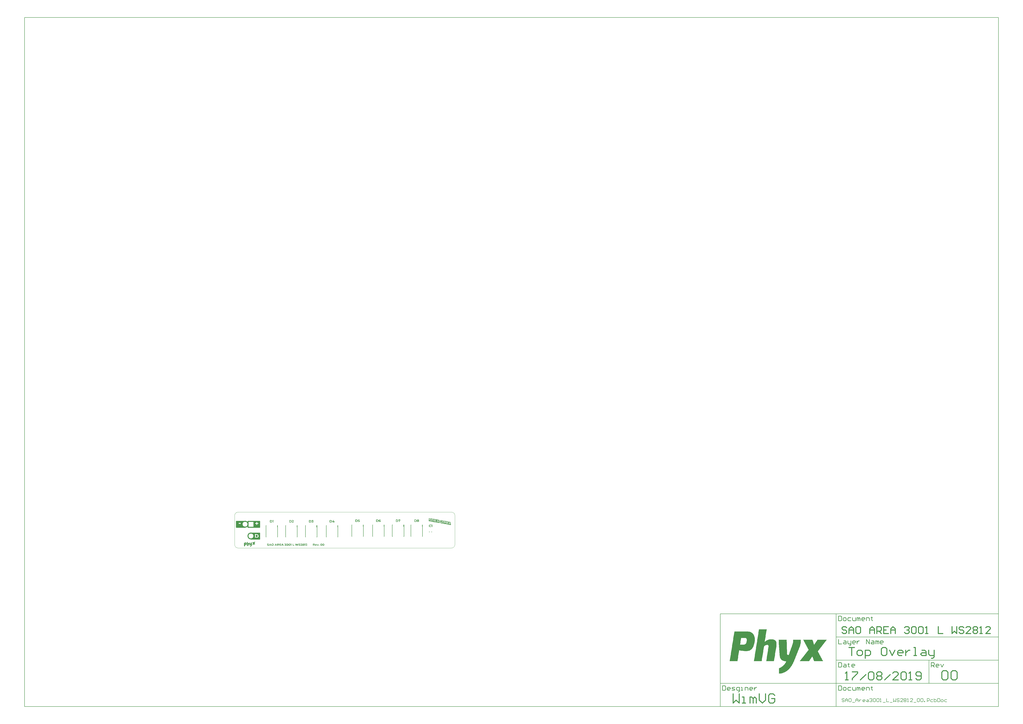
<source format=gto>
G04*
G04 #@! TF.GenerationSoftware,Altium Limited,Altium Designer,18.1.7 (191)*
G04*
G04 Layer_Color=65535*
%FSLAX25Y25*%
%MOIN*%
G70*
G01*
G75*
%ADD10C,0.01575*%
%ADD11C,0.00591*%
%ADD12C,0.00787*%
%ADD13R,0.02953X0.10079*%
%ADD14R,0.09843X0.02205*%
%ADD15C,0.00394*%
%ADD16C,0.00984*%
G36*
X333883Y50227D02*
X333793Y49716D01*
X334304Y49626D01*
X334394Y50137D01*
X338454Y49421D01*
X338364Y48910D01*
X338874Y48820D01*
X338965Y49331D01*
X343535Y48525D01*
X343445Y48014D01*
X343950Y47925D01*
X344040Y48436D01*
X347595Y47809D01*
X347505Y47298D01*
X348015Y47208D01*
X347927Y46708D01*
X348427Y46620D01*
X348337Y46109D01*
X348247Y45599D01*
X348158Y45093D01*
X348068Y44582D01*
X347978Y44071D01*
X347890Y43571D01*
X347801Y43071D01*
X347713Y42571D01*
X345686Y42929D01*
X345774Y43429D01*
X345264Y43519D01*
X345175Y43019D01*
X343148Y43376D01*
X343236Y43876D01*
X343231Y43877D01*
X343143Y43377D01*
X338578Y44182D01*
X338666Y44682D01*
X338661Y44683D01*
X338572Y44183D01*
X336545Y44541D01*
X336633Y45041D01*
X336123Y45131D01*
X336034Y44631D01*
X334007Y44988D01*
X334095Y45488D01*
X334090Y45489D01*
X334002Y44989D01*
X331975Y45346D01*
X332063Y45846D01*
X331552Y45937D01*
X331464Y45436D01*
X329437Y45794D01*
X329525Y46294D01*
X329019Y46383D01*
X329108Y46883D01*
X329196Y47383D01*
X329286Y47894D01*
X329376Y48405D01*
X329465Y48910D01*
X329555Y49421D01*
X329645Y49932D01*
X329733Y50432D01*
X330239Y50343D01*
X330329Y50854D01*
X333883Y50227D01*
D02*
G37*
G36*
X246939Y48436D02*
X247026Y48429D01*
X247128Y48415D01*
X247347Y48371D01*
X247361D01*
X247398Y48356D01*
X247449Y48342D01*
X247522Y48320D01*
X247602Y48291D01*
X247682Y48254D01*
X247770Y48211D01*
X247850Y48167D01*
X247507Y47489D01*
X247493Y47496D01*
X247456Y47518D01*
X247391Y47554D01*
X247303Y47591D01*
X247201Y47627D01*
X247070Y47664D01*
X246924Y47686D01*
X246764Y47693D01*
X246713D01*
X246676Y47686D01*
X246640D01*
X246589Y47678D01*
X246472Y47657D01*
X246341Y47620D01*
X246210Y47569D01*
X246078Y47496D01*
X245954Y47394D01*
X245940Y47379D01*
X245911Y47336D01*
X245860Y47270D01*
X245809Y47175D01*
X245750Y47051D01*
X245699Y46906D01*
X245655Y46731D01*
X245634Y46534D01*
X245641Y46541D01*
X245648Y46548D01*
X245670Y46563D01*
X245699Y46592D01*
X245736Y46614D01*
X245779Y46643D01*
X245830Y46680D01*
X245889Y46709D01*
X245962Y46745D01*
X246035Y46774D01*
X246202Y46833D01*
X246399Y46869D01*
X246508Y46876D01*
X246625Y46884D01*
X246691D01*
X246764Y46876D01*
X246851Y46862D01*
X246960Y46847D01*
X247077Y46818D01*
X247201Y46782D01*
X247318Y46731D01*
X247325D01*
X247332Y46723D01*
X247369Y46701D01*
X247427Y46665D01*
X247500Y46621D01*
X247580Y46556D01*
X247668Y46483D01*
X247748Y46395D01*
X247821Y46293D01*
X247828Y46279D01*
X247850Y46242D01*
X247879Y46184D01*
X247915Y46104D01*
X247945Y46009D01*
X247974Y45900D01*
X247996Y45776D01*
X248003Y45645D01*
Y45637D01*
Y45630D01*
Y45608D01*
Y45579D01*
X247996Y45499D01*
X247981Y45404D01*
X247952Y45294D01*
X247915Y45178D01*
X247864Y45054D01*
X247799Y44937D01*
X247792Y44923D01*
X247762Y44886D01*
X247719Y44835D01*
X247660Y44770D01*
X247580Y44697D01*
X247485Y44617D01*
X247376Y44544D01*
X247252Y44478D01*
X247245D01*
X247237Y44471D01*
X247194Y44456D01*
X247121Y44427D01*
X247026Y44398D01*
X246917Y44369D01*
X246785Y44340D01*
X246640Y44325D01*
X246487Y44318D01*
X246406D01*
X246348Y44325D01*
X246275Y44332D01*
X246195Y44347D01*
X246108Y44361D01*
X246005Y44383D01*
X245903Y44405D01*
X245801Y44442D01*
X245692Y44485D01*
X245583Y44536D01*
X245473Y44595D01*
X245364Y44660D01*
X245269Y44741D01*
X245174Y44828D01*
X245167Y44835D01*
X245152Y44850D01*
X245131Y44879D01*
X245101Y44923D01*
X245065Y44974D01*
X245021Y45039D01*
X244985Y45112D01*
X244941Y45200D01*
X244890Y45302D01*
X244854Y45411D01*
X244810Y45528D01*
X244773Y45659D01*
X244744Y45805D01*
X244722Y45958D01*
X244708Y46118D01*
X244701Y46293D01*
Y46301D01*
Y46322D01*
Y46359D01*
X244708Y46410D01*
Y46468D01*
X244715Y46534D01*
X244722Y46607D01*
X244730Y46694D01*
X244766Y46876D01*
X244810Y47066D01*
X244868Y47263D01*
X244956Y47452D01*
Y47460D01*
X244970Y47474D01*
X244985Y47496D01*
X245007Y47533D01*
X245065Y47620D01*
X245145Y47729D01*
X245247Y47846D01*
X245371Y47970D01*
X245517Y48087D01*
X245677Y48189D01*
X245685D01*
X245699Y48203D01*
X245721Y48211D01*
X245758Y48232D01*
X245801Y48247D01*
X245852Y48269D01*
X245918Y48291D01*
X245984Y48320D01*
X246137Y48364D01*
X246319Y48407D01*
X246523Y48436D01*
X246742Y48444D01*
X246858D01*
X246939Y48436D01*
D02*
G37*
G36*
X353611Y46748D02*
X353521Y46237D01*
X354032Y46147D01*
X354538Y46058D01*
X354628Y46569D01*
X358182Y45942D01*
X358092Y45432D01*
X358603Y45342D01*
X359108Y45252D01*
X359198Y45763D01*
X362753Y45136D01*
X362662Y44626D01*
X363173Y44536D01*
X363085Y44036D01*
X363585Y43947D01*
X363495Y43437D01*
X363405Y42926D01*
X363316Y42420D01*
X363226Y41910D01*
X363742Y41818D01*
X363832Y42329D01*
X363921Y42835D01*
X363410Y42925D01*
X363500Y43436D01*
X363591Y43946D01*
X363679Y44447D01*
X364190Y44356D01*
X364280Y44867D01*
X366307Y44510D01*
X366217Y43999D01*
X366727Y43909D01*
X366639Y43409D01*
X366549Y42898D01*
X366459Y42387D01*
X366370Y41882D01*
X366280Y41371D01*
X366785Y41282D01*
X366695Y40771D01*
X367206Y40681D01*
X367118Y40181D01*
X367030Y39681D01*
X366942Y39181D01*
X362877Y39898D01*
X362965Y40398D01*
X362959Y40398D01*
X362459Y40487D01*
X362371Y39987D01*
X358817Y40613D01*
X358905Y41113D01*
X358394Y41203D01*
X358483Y41704D01*
X358477Y41704D01*
X358389Y41204D01*
X357889Y41293D01*
X357801Y40793D01*
X354246Y41419D01*
X354335Y41919D01*
X353824Y42009D01*
X353912Y42509D01*
X353907Y42510D01*
X353818Y42010D01*
X353318Y42099D01*
X353230Y41598D01*
X349676Y42225D01*
X349764Y42725D01*
X349253Y42815D01*
X349342Y43315D01*
X348836Y43404D01*
X348924Y43905D01*
X349014Y44415D01*
X349104Y44926D01*
X349610Y44837D01*
X349699Y45342D01*
X349194Y45432D01*
X349284Y45943D01*
X349374Y46453D01*
X349462Y46953D01*
X349967Y46864D01*
X350057Y47375D01*
X353611Y46748D01*
D02*
G37*
G36*
X212178Y47635D02*
X210509D01*
X210443Y46876D01*
X210851D01*
X210910Y46869D01*
X210982D01*
X211063Y46862D01*
X211150Y46847D01*
X211245Y46833D01*
X211449Y46796D01*
X211653Y46731D01*
X211850Y46650D01*
X211937Y46592D01*
X212018Y46534D01*
X212025Y46527D01*
X212032Y46519D01*
X212054Y46497D01*
X212083Y46475D01*
X212142Y46395D01*
X212222Y46293D01*
X212295Y46169D01*
X212353Y46016D01*
X212404Y45834D01*
X212411Y45739D01*
X212419Y45637D01*
Y45630D01*
Y45623D01*
Y45601D01*
Y45579D01*
X212411Y45506D01*
X212397Y45419D01*
X212375Y45316D01*
X212338Y45200D01*
X212295Y45083D01*
X212236Y44967D01*
X212229Y44952D01*
X212200Y44916D01*
X212156Y44864D01*
X212098Y44799D01*
X212018Y44719D01*
X211923Y44638D01*
X211813Y44566D01*
X211682Y44493D01*
X211675D01*
X211668Y44485D01*
X211646Y44478D01*
X211617Y44464D01*
X211580Y44449D01*
X211537Y44434D01*
X211427Y44405D01*
X211296Y44376D01*
X211136Y44347D01*
X210953Y44325D01*
X210756Y44318D01*
X210647D01*
X210603Y44325D01*
X210494Y44332D01*
X210370Y44347D01*
X210224Y44361D01*
X210079Y44391D01*
X209925Y44427D01*
X209918D01*
X209911Y44434D01*
X209889Y44442D01*
X209860Y44449D01*
X209780Y44471D01*
X209685Y44507D01*
X209576Y44551D01*
X209459Y44609D01*
X209342Y44668D01*
X209233Y44741D01*
X209597Y45448D01*
X209605Y45440D01*
X209641Y45419D01*
X209685Y45389D01*
X209751Y45346D01*
X209831Y45302D01*
X209918Y45258D01*
X210013Y45214D01*
X210122Y45178D01*
X210137D01*
X210173Y45163D01*
X210232Y45149D01*
X210312Y45134D01*
X210407Y45120D01*
X210509Y45105D01*
X210618Y45098D01*
X210735Y45090D01*
X210793D01*
X210858Y45098D01*
X210931Y45105D01*
X211019Y45120D01*
X211114Y45149D01*
X211201Y45178D01*
X211281Y45222D01*
X211289Y45229D01*
X211311Y45251D01*
X211347Y45280D01*
X211383Y45324D01*
X211420Y45375D01*
X211456Y45440D01*
X211478Y45520D01*
X211486Y45608D01*
Y45623D01*
Y45652D01*
X211478Y45695D01*
X211456Y45754D01*
X211434Y45812D01*
X211398Y45878D01*
X211347Y45943D01*
X211274Y45994D01*
X211267Y46002D01*
X211238Y46016D01*
X211179Y46038D01*
X211106Y46060D01*
X211012Y46082D01*
X210880Y46104D01*
X210735Y46118D01*
X210647Y46126D01*
X209532D01*
X209736Y48378D01*
X212178D01*
Y47635D01*
D02*
G37*
G36*
X307056Y48371D02*
X307115D01*
X307180Y48364D01*
X307253Y48356D01*
X307341Y48349D01*
X307516Y48313D01*
X307712Y48269D01*
X307909Y48211D01*
X308099Y48123D01*
X308106D01*
X308121Y48109D01*
X308150Y48094D01*
X308179Y48079D01*
X308223Y48050D01*
X308274Y48021D01*
X308383Y47941D01*
X308507Y47846D01*
X308638Y47722D01*
X308769Y47584D01*
X308879Y47423D01*
Y47416D01*
X308893Y47401D01*
X308908Y47379D01*
X308923Y47343D01*
X308944Y47299D01*
X308966Y47248D01*
X308988Y47190D01*
X309017Y47124D01*
X309068Y46971D01*
X309112Y46796D01*
X309141Y46600D01*
X309156Y46381D01*
Y46374D01*
Y46352D01*
Y46322D01*
X309149Y46279D01*
Y46228D01*
X309141Y46169D01*
X309134Y46096D01*
X309119Y46024D01*
X309090Y45856D01*
X309039Y45681D01*
X308974Y45499D01*
X308879Y45324D01*
Y45316D01*
X308864Y45302D01*
X308850Y45280D01*
X308828Y45251D01*
X308762Y45171D01*
X308675Y45069D01*
X308565Y44959D01*
X308434Y44843D01*
X308274Y44733D01*
X308099Y44631D01*
X308091D01*
X308077Y44624D01*
X308048Y44609D01*
X308011Y44595D01*
X307968Y44573D01*
X307909Y44551D01*
X307844Y44529D01*
X307771Y44507D01*
X307691Y44485D01*
X307603Y44464D01*
X307406Y44420D01*
X307188Y44391D01*
X306947Y44383D01*
X305132D01*
Y48378D01*
X307013D01*
X307056Y48371D01*
D02*
G37*
G36*
X242156D02*
X242215D01*
X242280Y48364D01*
X242353Y48356D01*
X242441Y48349D01*
X242616Y48313D01*
X242812Y48269D01*
X243009Y48211D01*
X243199Y48123D01*
X243206D01*
X243221Y48109D01*
X243250Y48094D01*
X243279Y48079D01*
X243323Y48050D01*
X243374Y48021D01*
X243483Y47941D01*
X243607Y47846D01*
X243738Y47722D01*
X243869Y47584D01*
X243979Y47423D01*
Y47416D01*
X243993Y47401D01*
X244008Y47379D01*
X244023Y47343D01*
X244044Y47299D01*
X244066Y47248D01*
X244088Y47190D01*
X244117Y47124D01*
X244168Y46971D01*
X244212Y46796D01*
X244241Y46600D01*
X244256Y46381D01*
Y46374D01*
Y46352D01*
Y46322D01*
X244249Y46279D01*
Y46228D01*
X244241Y46169D01*
X244234Y46096D01*
X244219Y46024D01*
X244190Y45856D01*
X244139Y45681D01*
X244074Y45499D01*
X243979Y45324D01*
Y45316D01*
X243964Y45302D01*
X243950Y45280D01*
X243928Y45251D01*
X243862Y45171D01*
X243775Y45069D01*
X243665Y44959D01*
X243534Y44843D01*
X243374Y44733D01*
X243199Y44631D01*
X243192D01*
X243177Y44624D01*
X243148Y44609D01*
X243111Y44595D01*
X243068Y44573D01*
X243009Y44551D01*
X242944Y44529D01*
X242871Y44507D01*
X242791Y44485D01*
X242703Y44464D01*
X242506Y44420D01*
X242287Y44391D01*
X242047Y44383D01*
X240232D01*
Y48378D01*
X242113D01*
X242156Y48371D01*
D02*
G37*
G36*
X206856D02*
X206915D01*
X206980Y48364D01*
X207053Y48356D01*
X207141Y48349D01*
X207316Y48313D01*
X207512Y48269D01*
X207709Y48211D01*
X207899Y48123D01*
X207906D01*
X207921Y48109D01*
X207950Y48094D01*
X207979Y48079D01*
X208023Y48050D01*
X208074Y48021D01*
X208183Y47941D01*
X208307Y47846D01*
X208438Y47722D01*
X208570Y47584D01*
X208679Y47423D01*
Y47416D01*
X208693Y47401D01*
X208708Y47379D01*
X208723Y47343D01*
X208744Y47299D01*
X208766Y47248D01*
X208788Y47190D01*
X208817Y47124D01*
X208868Y46971D01*
X208912Y46796D01*
X208941Y46600D01*
X208956Y46381D01*
Y46374D01*
Y46352D01*
Y46322D01*
X208948Y46279D01*
Y46228D01*
X208941Y46169D01*
X208934Y46096D01*
X208919Y46024D01*
X208890Y45856D01*
X208839Y45681D01*
X208774Y45499D01*
X208679Y45324D01*
Y45316D01*
X208664Y45302D01*
X208650Y45280D01*
X208628Y45251D01*
X208562Y45171D01*
X208475Y45069D01*
X208365Y44959D01*
X208234Y44843D01*
X208074Y44733D01*
X207899Y44631D01*
X207892D01*
X207877Y44624D01*
X207848Y44609D01*
X207811Y44595D01*
X207768Y44573D01*
X207709Y44551D01*
X207644Y44529D01*
X207571Y44507D01*
X207490Y44485D01*
X207403Y44464D01*
X207206Y44420D01*
X206988Y44391D01*
X206747Y44383D01*
X204932D01*
Y48378D01*
X206813D01*
X206856Y48371D01*
D02*
G37*
G36*
X311372Y48436D02*
X311416D01*
X311532Y48429D01*
X311656Y48407D01*
X311788Y48386D01*
X311926Y48349D01*
X312065Y48305D01*
X312072D01*
X312079Y48298D01*
X312123Y48283D01*
X312189Y48247D01*
X312261Y48203D01*
X312349Y48145D01*
X312444Y48079D01*
X312524Y47999D01*
X312604Y47904D01*
X312611Y47890D01*
X312633Y47861D01*
X312670Y47802D01*
X312706Y47737D01*
X312735Y47642D01*
X312772Y47540D01*
X312794Y47423D01*
X312801Y47299D01*
Y47285D01*
Y47256D01*
X312794Y47205D01*
X312786Y47139D01*
X312772Y47066D01*
X312750Y46986D01*
X312721Y46906D01*
X312677Y46826D01*
X312670Y46818D01*
X312655Y46789D01*
X312626Y46753D01*
X312589Y46701D01*
X312546Y46650D01*
X312480Y46592D01*
X312415Y46534D01*
X312334Y46483D01*
X312349Y46475D01*
X312385Y46454D01*
X312436Y46424D01*
X312502Y46374D01*
X312575Y46322D01*
X312648Y46249D01*
X312721Y46177D01*
X312786Y46089D01*
X312794Y46082D01*
X312808Y46045D01*
X312837Y46002D01*
X312866Y45936D01*
X312896Y45849D01*
X312925Y45754D01*
X312939Y45652D01*
X312947Y45535D01*
Y45528D01*
Y45520D01*
Y45477D01*
X312939Y45404D01*
X312917Y45316D01*
X312896Y45222D01*
X312859Y45112D01*
X312808Y45003D01*
X312735Y44894D01*
X312728Y44879D01*
X312699Y44850D01*
X312648Y44799D01*
X312582Y44733D01*
X312495Y44668D01*
X312393Y44595D01*
X312276Y44529D01*
X312137Y44464D01*
X312130D01*
X312123Y44456D01*
X312101Y44449D01*
X312072Y44442D01*
X312035Y44427D01*
X311992Y44420D01*
X311882Y44391D01*
X311758Y44361D01*
X311605Y44340D01*
X311438Y44325D01*
X311255Y44318D01*
X311168D01*
X311124Y44325D01*
X311073D01*
X310957Y44340D01*
X310818Y44354D01*
X310672Y44376D01*
X310519Y44412D01*
X310373Y44464D01*
X310366D01*
X310359Y44471D01*
X310308Y44493D01*
X310242Y44529D01*
X310155Y44573D01*
X310060Y44638D01*
X309965Y44711D01*
X309870Y44799D01*
X309783Y44894D01*
X309775Y44908D01*
X309754Y44945D01*
X309717Y45003D01*
X309681Y45076D01*
X309644Y45171D01*
X309608Y45280D01*
X309586Y45404D01*
X309579Y45535D01*
Y45542D01*
Y45550D01*
Y45586D01*
X309586Y45652D01*
X309600Y45725D01*
X309615Y45812D01*
X309644Y45907D01*
X309681Y46002D01*
X309732Y46089D01*
X309739Y46096D01*
X309761Y46133D01*
X309797Y46177D01*
X309848Y46228D01*
X309914Y46293D01*
X309987Y46359D01*
X310082Y46424D01*
X310184Y46483D01*
X310176Y46490D01*
X310147Y46505D01*
X310104Y46534D01*
X310052Y46578D01*
X310001Y46621D01*
X309943Y46680D01*
X309885Y46753D01*
X309834Y46826D01*
X309826Y46833D01*
X309819Y46862D01*
X309797Y46906D01*
X309775Y46964D01*
X309754Y47037D01*
X309739Y47117D01*
X309724Y47205D01*
X309717Y47299D01*
Y47307D01*
Y47314D01*
Y47358D01*
X309724Y47423D01*
X309739Y47503D01*
X309768Y47598D01*
X309797Y47700D01*
X309848Y47802D01*
X309914Y47904D01*
X309921Y47919D01*
X309950Y47948D01*
X309994Y47992D01*
X310052Y48050D01*
X310133Y48116D01*
X310227Y48181D01*
X310330Y48247D01*
X310454Y48305D01*
X310461D01*
X310468Y48313D01*
X310490Y48320D01*
X310519Y48327D01*
X310585Y48349D01*
X310687Y48378D01*
X310803Y48400D01*
X310942Y48422D01*
X311095Y48436D01*
X311255Y48444D01*
X311336D01*
X311372Y48436D01*
D02*
G37*
G36*
X281328Y47673D02*
X279848Y44283D01*
X278842D01*
X280271Y47520D01*
X278951D01*
Y46871D01*
X278128D01*
Y48278D01*
X281328D01*
Y47673D01*
D02*
G37*
G36*
X275656Y48271D02*
X275715D01*
X275780Y48264D01*
X275853Y48256D01*
X275941Y48249D01*
X276116Y48213D01*
X276312Y48169D01*
X276509Y48111D01*
X276699Y48023D01*
X276706D01*
X276721Y48008D01*
X276750Y47994D01*
X276779Y47979D01*
X276823Y47950D01*
X276874Y47921D01*
X276983Y47841D01*
X277107Y47746D01*
X277238Y47622D01*
X277369Y47484D01*
X277479Y47323D01*
Y47316D01*
X277493Y47301D01*
X277508Y47280D01*
X277523Y47243D01*
X277544Y47199D01*
X277566Y47148D01*
X277588Y47090D01*
X277617Y47024D01*
X277668Y46871D01*
X277712Y46696D01*
X277741Y46499D01*
X277756Y46281D01*
Y46273D01*
Y46252D01*
Y46222D01*
X277748Y46179D01*
Y46128D01*
X277741Y46069D01*
X277734Y45996D01*
X277719Y45924D01*
X277690Y45756D01*
X277639Y45581D01*
X277574Y45399D01*
X277479Y45224D01*
Y45216D01*
X277464Y45202D01*
X277450Y45180D01*
X277428Y45151D01*
X277362Y45071D01*
X277275Y44969D01*
X277165Y44859D01*
X277034Y44743D01*
X276874Y44633D01*
X276699Y44531D01*
X276692D01*
X276677Y44524D01*
X276648Y44509D01*
X276611Y44495D01*
X276568Y44473D01*
X276509Y44451D01*
X276444Y44429D01*
X276371Y44407D01*
X276290Y44385D01*
X276203Y44363D01*
X276006Y44320D01*
X275787Y44291D01*
X275547Y44283D01*
X273732D01*
Y48278D01*
X275613D01*
X275656Y48271D01*
D02*
G37*
G36*
X133471Y46773D02*
X132567Y45745D01*
X132574D01*
X132589Y45738D01*
X132618D01*
X132654Y45731D01*
X132698Y45716D01*
X132749Y45702D01*
X132866Y45665D01*
X132997Y45614D01*
X133128Y45548D01*
X133252Y45461D01*
X133369Y45359D01*
X133383Y45344D01*
X133412Y45308D01*
X133456Y45235D01*
X133514Y45147D01*
X133565Y45038D01*
X133609Y44907D01*
X133638Y44761D01*
X133653Y44601D01*
Y44593D01*
Y44586D01*
Y44542D01*
X133646Y44477D01*
X133631Y44389D01*
X133609Y44287D01*
X133573Y44185D01*
X133529Y44069D01*
X133471Y43959D01*
X133463Y43945D01*
X133434Y43908D01*
X133390Y43857D01*
X133332Y43791D01*
X133252Y43719D01*
X133157Y43639D01*
X133041Y43566D01*
X132909Y43493D01*
X132902D01*
X132895Y43485D01*
X132873Y43478D01*
X132844Y43464D01*
X132807Y43449D01*
X132764Y43434D01*
X132654Y43405D01*
X132523Y43376D01*
X132370Y43347D01*
X132195Y43325D01*
X131998Y43318D01*
X131889D01*
X131845Y43325D01*
X131736Y43332D01*
X131612Y43347D01*
X131466Y43361D01*
X131320Y43391D01*
X131167Y43427D01*
X131160D01*
X131152Y43434D01*
X131131Y43442D01*
X131102Y43449D01*
X131021Y43471D01*
X130927Y43507D01*
X130817Y43551D01*
X130708Y43609D01*
X130591Y43668D01*
X130482Y43740D01*
X130832Y44448D01*
X130839Y44440D01*
X130876Y44418D01*
X130919Y44389D01*
X130985Y44346D01*
X131058Y44302D01*
X131145Y44258D01*
X131247Y44214D01*
X131357Y44178D01*
X131371D01*
X131408Y44163D01*
X131473Y44149D01*
X131546Y44134D01*
X131641Y44120D01*
X131750Y44105D01*
X131860Y44098D01*
X131976Y44090D01*
X132035D01*
X132093Y44098D01*
X132173Y44105D01*
X132261Y44120D01*
X132348Y44149D01*
X132436Y44178D01*
X132516Y44222D01*
X132523Y44229D01*
X132545Y44243D01*
X132581Y44280D01*
X132618Y44316D01*
X132654Y44375D01*
X132691Y44440D01*
X132713Y44513D01*
X132720Y44601D01*
Y44608D01*
Y44623D01*
X132713Y44644D01*
X132705Y44681D01*
X132683Y44754D01*
X132654Y44798D01*
X132625Y44849D01*
X132589Y44892D01*
X132538Y44936D01*
X132479Y44973D01*
X132406Y45016D01*
X132319Y45045D01*
X132224Y45067D01*
X132107Y45082D01*
X131976Y45089D01*
X131553D01*
Y45702D01*
X132370Y46635D01*
X130671D01*
Y47378D01*
X133471D01*
Y46773D01*
D02*
G37*
G36*
X166865Y44973D02*
X167937D01*
Y45723D01*
X168811D01*
Y44973D01*
X169460D01*
Y44222D01*
X168811D01*
Y43383D01*
X167907D01*
Y44222D01*
X165757D01*
Y44841D01*
X167638Y47378D01*
X168607D01*
X166865Y44973D01*
D02*
G37*
G36*
X163256Y47371D02*
X163315D01*
X163380Y47364D01*
X163453Y47356D01*
X163541Y47349D01*
X163716Y47313D01*
X163912Y47269D01*
X164109Y47211D01*
X164299Y47123D01*
X164306D01*
X164321Y47109D01*
X164350Y47094D01*
X164379Y47079D01*
X164423Y47050D01*
X164474Y47021D01*
X164583Y46941D01*
X164707Y46846D01*
X164838Y46722D01*
X164970Y46584D01*
X165079Y46423D01*
Y46416D01*
X165093Y46401D01*
X165108Y46380D01*
X165123Y46343D01*
X165144Y46299D01*
X165166Y46248D01*
X165188Y46190D01*
X165217Y46124D01*
X165268Y45971D01*
X165312Y45796D01*
X165341Y45599D01*
X165356Y45381D01*
Y45373D01*
Y45352D01*
Y45322D01*
X165349Y45279D01*
Y45228D01*
X165341Y45169D01*
X165334Y45096D01*
X165319Y45024D01*
X165290Y44856D01*
X165239Y44681D01*
X165174Y44499D01*
X165079Y44324D01*
Y44316D01*
X165064Y44302D01*
X165050Y44280D01*
X165028Y44251D01*
X164962Y44171D01*
X164875Y44069D01*
X164765Y43959D01*
X164634Y43843D01*
X164474Y43733D01*
X164299Y43631D01*
X164292D01*
X164277Y43624D01*
X164248Y43609D01*
X164211Y43595D01*
X164168Y43573D01*
X164109Y43551D01*
X164044Y43529D01*
X163971Y43507D01*
X163891Y43485D01*
X163803Y43464D01*
X163606Y43420D01*
X163388Y43391D01*
X163147Y43383D01*
X161332D01*
Y47378D01*
X163213D01*
X163256Y47371D01*
D02*
G37*
G36*
X128156D02*
X128215D01*
X128280Y47364D01*
X128353Y47356D01*
X128441Y47349D01*
X128616Y47313D01*
X128812Y47269D01*
X129009Y47211D01*
X129199Y47123D01*
X129206D01*
X129221Y47109D01*
X129250Y47094D01*
X129279Y47079D01*
X129323Y47050D01*
X129374Y47021D01*
X129483Y46941D01*
X129607Y46846D01*
X129738Y46722D01*
X129869Y46584D01*
X129979Y46423D01*
Y46416D01*
X129993Y46401D01*
X130008Y46380D01*
X130023Y46343D01*
X130044Y46299D01*
X130066Y46248D01*
X130088Y46190D01*
X130117Y46124D01*
X130168Y45971D01*
X130212Y45796D01*
X130241Y45599D01*
X130256Y45381D01*
Y45373D01*
Y45352D01*
Y45322D01*
X130249Y45279D01*
Y45228D01*
X130241Y45169D01*
X130234Y45096D01*
X130219Y45024D01*
X130190Y44856D01*
X130139Y44681D01*
X130074Y44499D01*
X129979Y44324D01*
Y44316D01*
X129964Y44302D01*
X129950Y44280D01*
X129928Y44251D01*
X129862Y44171D01*
X129775Y44069D01*
X129665Y43959D01*
X129534Y43843D01*
X129374Y43733D01*
X129199Y43631D01*
X129192D01*
X129177Y43624D01*
X129148Y43609D01*
X129111Y43595D01*
X129068Y43573D01*
X129009Y43551D01*
X128944Y43529D01*
X128871Y43507D01*
X128791Y43485D01*
X128703Y43464D01*
X128506Y43420D01*
X128287Y43391D01*
X128047Y43383D01*
X126232D01*
Y47378D01*
X128113D01*
X128156Y47371D01*
D02*
G37*
G36*
X98731Y47436D02*
X98834Y47429D01*
X98957Y47407D01*
X99089Y47385D01*
X99220Y47349D01*
X99351Y47298D01*
X99358D01*
X99366Y47291D01*
X99409Y47269D01*
X99468Y47240D01*
X99541Y47189D01*
X99628Y47130D01*
X99708Y47065D01*
X99796Y46977D01*
X99869Y46883D01*
X99876Y46868D01*
X99898Y46839D01*
X99927Y46780D01*
X99963Y46707D01*
X100000Y46613D01*
X100029Y46511D01*
X100051Y46394D01*
X100058Y46263D01*
Y46248D01*
Y46205D01*
X100051Y46146D01*
X100044Y46066D01*
X100022Y45971D01*
X100000Y45869D01*
X99963Y45760D01*
X99920Y45651D01*
X99912Y45636D01*
X99891Y45599D01*
X99854Y45541D01*
X99803Y45461D01*
X99730Y45366D01*
X99635Y45257D01*
X99526Y45133D01*
X99388Y45002D01*
X98469Y44134D01*
X100189D01*
Y43383D01*
X97164D01*
Y43981D01*
X98710Y45432D01*
X98717Y45439D01*
X98746Y45468D01*
X98790Y45512D01*
X98841Y45570D01*
X98899Y45636D01*
X98950Y45702D01*
X99001Y45767D01*
X99038Y45833D01*
X99045Y45840D01*
X99052Y45862D01*
X99067Y45898D01*
X99081Y45942D01*
X99096Y45993D01*
X99111Y46051D01*
X99125Y46110D01*
Y46168D01*
Y46175D01*
Y46205D01*
X99118Y46248D01*
X99103Y46307D01*
X99081Y46365D01*
X99052Y46423D01*
X99016Y46489D01*
X98957Y46540D01*
X98950Y46547D01*
X98928Y46562D01*
X98892Y46584D01*
X98841Y46606D01*
X98768Y46627D01*
X98688Y46649D01*
X98593Y46664D01*
X98484Y46671D01*
X98440D01*
X98389Y46664D01*
X98323Y46657D01*
X98250Y46649D01*
X98170Y46627D01*
X98090Y46606D01*
X98010Y46569D01*
X98002Y46562D01*
X97973Y46547D01*
X97937Y46525D01*
X97886Y46496D01*
X97835Y46452D01*
X97776Y46401D01*
X97718Y46343D01*
X97660Y46270D01*
X96982Y46700D01*
Y46707D01*
X96996Y46715D01*
X97026Y46759D01*
X97077Y46824D01*
X97149Y46897D01*
X97244Y46985D01*
X97354Y47079D01*
X97478Y47167D01*
X97623Y47247D01*
X97631D01*
X97645Y47254D01*
X97667Y47269D01*
X97696Y47276D01*
X97733Y47291D01*
X97784Y47313D01*
X97900Y47349D01*
X98039Y47378D01*
X98199Y47415D01*
X98374Y47436D01*
X98571Y47444D01*
X98644D01*
X98731Y47436D01*
D02*
G37*
G36*
X94656Y47371D02*
X94715D01*
X94780Y47364D01*
X94853Y47356D01*
X94941Y47349D01*
X95116Y47313D01*
X95312Y47269D01*
X95509Y47211D01*
X95699Y47123D01*
X95706D01*
X95721Y47109D01*
X95750Y47094D01*
X95779Y47079D01*
X95823Y47050D01*
X95874Y47021D01*
X95983Y46941D01*
X96107Y46846D01*
X96238Y46722D01*
X96369Y46584D01*
X96479Y46423D01*
Y46416D01*
X96493Y46401D01*
X96508Y46380D01*
X96523Y46343D01*
X96544Y46299D01*
X96566Y46248D01*
X96588Y46190D01*
X96617Y46124D01*
X96668Y45971D01*
X96712Y45796D01*
X96741Y45599D01*
X96756Y45381D01*
Y45373D01*
Y45352D01*
Y45322D01*
X96749Y45279D01*
Y45228D01*
X96741Y45169D01*
X96734Y45096D01*
X96719Y45024D01*
X96690Y44856D01*
X96639Y44681D01*
X96574Y44499D01*
X96479Y44324D01*
Y44316D01*
X96464Y44302D01*
X96450Y44280D01*
X96428Y44251D01*
X96362Y44171D01*
X96275Y44069D01*
X96165Y43959D01*
X96034Y43843D01*
X95874Y43733D01*
X95699Y43631D01*
X95692D01*
X95677Y43624D01*
X95648Y43609D01*
X95611Y43595D01*
X95568Y43573D01*
X95509Y43551D01*
X95444Y43529D01*
X95371Y43507D01*
X95290Y43485D01*
X95203Y43464D01*
X95006Y43420D01*
X94788Y43391D01*
X94547Y43383D01*
X92732D01*
Y47378D01*
X94613D01*
X94656Y47371D01*
D02*
G37*
G36*
X66039Y43383D02*
X65120D01*
Y46635D01*
X64318D01*
Y47378D01*
X66039D01*
Y43383D01*
D02*
G37*
G36*
X61956Y47371D02*
X62015D01*
X62080Y47364D01*
X62153Y47356D01*
X62241Y47349D01*
X62416Y47313D01*
X62612Y47269D01*
X62809Y47211D01*
X62999Y47123D01*
X63006D01*
X63021Y47109D01*
X63050Y47094D01*
X63079Y47079D01*
X63123Y47050D01*
X63174Y47021D01*
X63283Y46941D01*
X63407Y46846D01*
X63538Y46722D01*
X63670Y46584D01*
X63779Y46423D01*
Y46416D01*
X63793Y46401D01*
X63808Y46380D01*
X63823Y46343D01*
X63844Y46299D01*
X63866Y46248D01*
X63888Y46190D01*
X63917Y46124D01*
X63968Y45971D01*
X64012Y45796D01*
X64041Y45599D01*
X64056Y45381D01*
Y45373D01*
Y45352D01*
Y45322D01*
X64049Y45279D01*
Y45228D01*
X64041Y45169D01*
X64034Y45096D01*
X64019Y45024D01*
X63990Y44856D01*
X63939Y44681D01*
X63874Y44499D01*
X63779Y44324D01*
Y44316D01*
X63764Y44302D01*
X63750Y44280D01*
X63728Y44251D01*
X63662Y44171D01*
X63575Y44069D01*
X63465Y43959D01*
X63334Y43843D01*
X63174Y43733D01*
X62999Y43631D01*
X62991D01*
X62977Y43624D01*
X62948Y43609D01*
X62911Y43595D01*
X62868Y43573D01*
X62809Y43551D01*
X62744Y43529D01*
X62671Y43507D01*
X62590Y43485D01*
X62503Y43464D01*
X62306Y43420D01*
X62088Y43391D01*
X61847Y43383D01*
X60032D01*
Y47378D01*
X61913D01*
X61956Y47371D01*
D02*
G37*
G36*
X332135Y39737D02*
X332194D01*
X332318Y39722D01*
X332456Y39700D01*
X332616Y39664D01*
X332777Y39620D01*
X332937Y39562D01*
X332945D01*
X332959Y39554D01*
X332981Y39540D01*
X333010Y39525D01*
X333083Y39489D01*
X333185Y39430D01*
X333295Y39350D01*
X333411Y39263D01*
X333535Y39161D01*
X333644Y39037D01*
X333054Y38490D01*
X333047Y38497D01*
X333032Y38512D01*
X333010Y38534D01*
X332981Y38563D01*
X332945Y38599D01*
X332894Y38636D01*
X332835Y38680D01*
X332777Y38723D01*
X332631Y38811D01*
X332456Y38884D01*
X332361Y38913D01*
X332267Y38935D01*
X332157Y38949D01*
X332048Y38956D01*
X331982D01*
X331917Y38949D01*
X331829Y38935D01*
X331720Y38913D01*
X331610Y38884D01*
X331494Y38847D01*
X331384Y38789D01*
X331370Y38781D01*
X331333Y38760D01*
X331282Y38723D01*
X331217Y38672D01*
X331144Y38607D01*
X331071Y38534D01*
X330991Y38439D01*
X330925Y38337D01*
X330918Y38322D01*
X330903Y38286D01*
X330874Y38227D01*
X330845Y38147D01*
X330816Y38045D01*
X330787Y37936D01*
X330772Y37812D01*
X330765Y37681D01*
Y37674D01*
Y37666D01*
Y37644D01*
Y37615D01*
X330772Y37549D01*
X330787Y37462D01*
X330801Y37353D01*
X330831Y37243D01*
X330874Y37127D01*
X330925Y37017D01*
X330932Y37003D01*
X330954Y36966D01*
X330991Y36915D01*
X331049Y36850D01*
X331115Y36777D01*
X331188Y36704D01*
X331282Y36624D01*
X331384Y36558D01*
X331399Y36551D01*
X331436Y36536D01*
X331494Y36507D01*
X331574Y36478D01*
X331676Y36449D01*
X331785Y36420D01*
X331909Y36405D01*
X332048Y36398D01*
X332106D01*
X332150Y36405D01*
X332201Y36412D01*
X332259Y36420D01*
X332398Y36456D01*
X332558Y36514D01*
X332638Y36551D01*
X332726Y36595D01*
X332813Y36653D01*
X332894Y36718D01*
X332974Y36791D01*
X333054Y36872D01*
X333644Y36325D01*
Y36318D01*
X333630Y36310D01*
X333593Y36266D01*
X333535Y36208D01*
X333448Y36128D01*
X333346Y36040D01*
X333229Y35953D01*
X333090Y35866D01*
X332937Y35793D01*
X332930D01*
X332915Y35785D01*
X332894Y35778D01*
X332864Y35763D01*
X332821Y35749D01*
X332777Y35734D01*
X332660Y35705D01*
X332522Y35676D01*
X332361Y35647D01*
X332186Y35625D01*
X331997Y35618D01*
X331939D01*
X331895Y35625D01*
X331837D01*
X331778Y35632D01*
X331705Y35640D01*
X331632Y35654D01*
X331457Y35683D01*
X331268Y35727D01*
X331078Y35793D01*
X330889Y35880D01*
X330882D01*
X330867Y35895D01*
X330845Y35909D01*
X330809Y35931D01*
X330765Y35953D01*
X330721Y35989D01*
X330612Y36070D01*
X330488Y36172D01*
X330357Y36296D01*
X330233Y36441D01*
X330116Y36609D01*
Y36616D01*
X330101Y36631D01*
X330087Y36660D01*
X330072Y36689D01*
X330050Y36740D01*
X330029Y36791D01*
X329999Y36850D01*
X329978Y36923D01*
X329919Y37076D01*
X329875Y37258D01*
X329846Y37462D01*
X329832Y37681D01*
Y37688D01*
Y37710D01*
Y37739D01*
X329839Y37783D01*
Y37834D01*
X329846Y37892D01*
X329854Y37958D01*
X329868Y38038D01*
X329905Y38198D01*
X329948Y38373D01*
X330021Y38556D01*
X330116Y38738D01*
Y38745D01*
X330131Y38760D01*
X330145Y38781D01*
X330167Y38818D01*
X330233Y38898D01*
X330320Y39007D01*
X330430Y39124D01*
X330561Y39248D01*
X330714Y39365D01*
X330889Y39474D01*
X330896D01*
X330911Y39489D01*
X330940Y39496D01*
X330976Y39518D01*
X331020Y39540D01*
X331078Y39562D01*
X331144Y39583D01*
X331217Y39613D01*
X331377Y39656D01*
X331567Y39700D01*
X331778Y39729D01*
X332004Y39744D01*
X332092D01*
X332135Y39737D01*
D02*
G37*
G36*
X335554Y35683D02*
X334636D01*
Y38935D01*
X333834D01*
Y39678D01*
X335554D01*
Y35683D01*
D02*
G37*
G36*
X12158Y42107D02*
Y38917D01*
X14764Y35512D01*
X12158D01*
Y35433D01*
X4921D01*
Y43357D01*
X11811D01*
Y45512D01*
X14764D01*
X12158Y42107D01*
D02*
G37*
G36*
X42489Y45560D02*
Y35433D01*
X32638D01*
Y45560D01*
X42489D01*
D02*
G37*
G36*
X42592Y15590D02*
X33465D01*
Y15512D01*
X30512D01*
X32559Y18187D01*
Y22837D01*
X30512Y25512D01*
X32559D01*
Y25591D01*
X42592D01*
Y15590D01*
D02*
G37*
G36*
X18906Y9307D02*
X19008Y9327D01*
X19014Y9293D01*
X19116Y9313D01*
X19123Y9279D01*
X19225Y9298D01*
X19231Y9264D01*
X19299Y9278D01*
X19306Y9244D01*
X19340Y9250D01*
X19346Y9216D01*
X19414Y9230D01*
X19421Y9196D01*
X19455Y9202D01*
X19462Y9168D01*
X19530Y9181D01*
X19536Y9148D01*
X19570Y9154D01*
X19577Y9120D01*
X19611Y9127D01*
X19617Y9093D01*
X19651Y9099D01*
X19658Y9065D01*
X19692Y9072D01*
X19699Y9038D01*
X19733Y9044D01*
X19739Y9011D01*
X19773Y9017D01*
X19780Y8983D01*
X19786Y8949D01*
X19820Y8956D01*
X19827Y8922D01*
X19861Y8928D01*
X19868Y8894D01*
X19874Y8860D01*
X19908Y8867D01*
X19915Y8833D01*
X19949Y8840D01*
X19955Y8806D01*
X19962Y8772D01*
X19996Y8778D01*
X20003Y8744D01*
X20009Y8710D01*
X20016Y8676D01*
X20050Y8683D01*
X20056Y8649D01*
X20063Y8615D01*
X20070Y8581D01*
X20104Y8588D01*
X20110Y8554D01*
X20117Y8520D01*
X20123Y8486D01*
X20130Y8452D01*
X20164Y8458D01*
X20171Y8424D01*
X20177Y8390D01*
X20184Y8356D01*
X20190Y8322D01*
X20197Y8288D01*
X20231Y8295D01*
X20238Y8261D01*
X20244Y8227D01*
X20251Y8193D01*
X20257Y8159D01*
X20264Y8125D01*
X20271Y8091D01*
X20277Y8057D01*
X20284Y8023D01*
X20290Y7989D01*
X20297Y7955D01*
X20304Y7921D01*
X20310Y7887D01*
X20317Y7853D01*
X20324Y7819D01*
X20330Y7785D01*
X20337Y7751D01*
X20343Y7717D01*
X20350Y7683D01*
X20357Y7649D01*
X20363Y7615D01*
X20329Y7609D01*
X20336Y7575D01*
X20342Y7541D01*
X20349Y7507D01*
X20356Y7473D01*
X20362Y7439D01*
X20369Y7405D01*
X20375Y7371D01*
X20341Y7364D01*
X20348Y7330D01*
X20355Y7296D01*
X20361Y7262D01*
X20368Y7228D01*
X20374Y7194D01*
X20340Y7187D01*
X20347Y7153D01*
X20354Y7120D01*
X20360Y7086D01*
X20367Y7052D01*
X20373Y7018D01*
X20339Y7011D01*
X20346Y6977D01*
X20353Y6943D01*
X20359Y6909D01*
X20325Y6903D01*
X20332Y6869D01*
X20338Y6835D01*
X20345Y6801D01*
X20352Y6767D01*
X20318Y6760D01*
X20324Y6726D01*
X20331Y6692D01*
X20338Y6658D01*
X20304Y6651D01*
X20310Y6617D01*
X20317Y6583D01*
X20283Y6577D01*
X20289Y6543D01*
X20296Y6509D01*
X20303Y6475D01*
X20269Y6468D01*
X20275Y6434D01*
X20282Y6400D01*
X20248Y6394D01*
X20255Y6360D01*
X20261Y6326D01*
X20227Y6319D01*
X20234Y6285D01*
X20240Y6251D01*
X20206Y6244D01*
X20213Y6211D01*
X20179Y6204D01*
X20186Y6170D01*
X20192Y6136D01*
X20158Y6129D01*
X20165Y6095D01*
X20131Y6089D01*
X20137Y6055D01*
X20103Y6048D01*
X20110Y6014D01*
X20117Y5980D01*
X20083Y5974D01*
X20089Y5940D01*
X20055Y5933D01*
X20062Y5899D01*
X20028Y5892D01*
X20034Y5858D01*
X20000Y5852D01*
X20007Y5818D01*
X19973Y5811D01*
X19980Y5777D01*
X19912Y5764D01*
X19918Y5730D01*
X19884Y5723D01*
X19891Y5689D01*
X19823Y5676D01*
X19830Y5642D01*
X19796Y5635D01*
X19802Y5602D01*
X19734Y5588D01*
X19741Y5554D01*
X19639Y5534D01*
X19646Y5500D01*
X19544Y5481D01*
X19550Y5447D01*
X19448Y5427D01*
X19455Y5393D01*
X19251Y5353D01*
X19257Y5319D01*
X18646Y5200D01*
X18639Y5234D01*
X18333Y5175D01*
X18327Y5209D01*
X18089Y5163D01*
X18082Y5197D01*
X17912Y5164D01*
X17906Y5198D01*
X17736Y5165D01*
X17729Y5199D01*
X17559Y5166D01*
X17566Y5132D01*
X17572Y5098D01*
X17579Y5064D01*
X17585Y5030D01*
X17592Y4996D01*
X17599Y4962D01*
X17605Y4928D01*
X17571Y4921D01*
X17578Y4887D01*
X17585Y4853D01*
X17591Y4819D01*
X17598Y4785D01*
X17604Y4751D01*
X17611Y4717D01*
X17577Y4710D01*
X17584Y4676D01*
X17590Y4642D01*
X17597Y4609D01*
X17603Y4575D01*
X17610Y4541D01*
X17617Y4507D01*
X17583Y4500D01*
X17589Y4466D01*
X17596Y4432D01*
X17603Y4398D01*
X17609Y4364D01*
X17616Y4330D01*
X17622Y4296D01*
X17629Y4262D01*
X17595Y4256D01*
X17602Y4222D01*
X17608Y4188D01*
X17615Y4154D01*
X17621Y4120D01*
X17628Y4086D01*
X17635Y4052D01*
X17601Y4045D01*
X17607Y4011D01*
X17614Y3977D01*
X17620Y3943D01*
X17627Y3909D01*
X17634Y3875D01*
X17640Y3841D01*
X17606Y3834D01*
X17613Y3801D01*
X17619Y3766D01*
X17626Y3732D01*
X17633Y3698D01*
X17639Y3664D01*
X17646Y3630D01*
X17652Y3596D01*
X17618Y3590D01*
X17625Y3556D01*
X17632Y3522D01*
X17638Y3488D01*
X17645Y3454D01*
X17651Y3420D01*
X17658Y3386D01*
X17624Y3379D01*
X17631Y3345D01*
X17637Y3311D01*
X17644Y3277D01*
X17651Y3243D01*
X17657Y3210D01*
X17664Y3176D01*
X17630Y3169D01*
X17636Y3135D01*
X17643Y3101D01*
X17650Y3067D01*
X17656Y3033D01*
X17663Y2999D01*
X17670Y2965D01*
X17676Y2931D01*
X16079Y2620D01*
X16072Y2654D01*
X16106Y2661D01*
X16100Y2695D01*
X16093Y2729D01*
X16086Y2763D01*
X16080Y2797D01*
X16073Y2831D01*
X16107Y2838D01*
X16100Y2872D01*
X16094Y2906D01*
X16087Y2939D01*
X16081Y2974D01*
X16074Y3008D01*
X16067Y3042D01*
X16061Y3076D01*
X16095Y3082D01*
X16088Y3116D01*
X16082Y3150D01*
X16075Y3184D01*
X16068Y3218D01*
X16062Y3252D01*
X16055Y3286D01*
X16089Y3293D01*
X16082Y3327D01*
X16076Y3361D01*
X16069Y3395D01*
X16063Y3429D01*
X16056Y3463D01*
X16049Y3497D01*
X16083Y3503D01*
X16077Y3537D01*
X16070Y3571D01*
X16064Y3605D01*
X16057Y3639D01*
X16050Y3673D01*
X16044Y3707D01*
X16037Y3741D01*
X16071Y3748D01*
X16065Y3782D01*
X16058Y3816D01*
X16051Y3850D01*
X16045Y3884D01*
X16038Y3918D01*
X16032Y3952D01*
X16066Y3958D01*
X16059Y3992D01*
X16052Y4026D01*
X16046Y4060D01*
X16039Y4094D01*
X16033Y4128D01*
X16026Y4162D01*
X16060Y4169D01*
X16053Y4203D01*
X16047Y4237D01*
X16040Y4271D01*
X16034Y4305D01*
X16027Y4339D01*
X16020Y4373D01*
X16054Y4379D01*
X16048Y4413D01*
X16041Y4447D01*
X16034Y4481D01*
X16028Y4515D01*
X16021Y4549D01*
X16015Y4583D01*
X16008Y4617D01*
X16042Y4624D01*
X16035Y4658D01*
X16029Y4692D01*
X16022Y4726D01*
X16016Y4760D01*
X16009Y4794D01*
X16002Y4828D01*
X16036Y4834D01*
X16030Y4868D01*
X16023Y4902D01*
X16016Y4936D01*
X16010Y4970D01*
X16003Y5004D01*
X15997Y5038D01*
X16031Y5045D01*
X16024Y5079D01*
X16017Y5113D01*
X16011Y5147D01*
X16004Y5181D01*
X15998Y5215D01*
X15991Y5249D01*
X16025Y5255D01*
X16018Y5289D01*
X16012Y5323D01*
X16005Y5357D01*
X15999Y5391D01*
X15992Y5425D01*
X15985Y5459D01*
X15979Y5493D01*
X16013Y5500D01*
X16006Y5534D01*
X16000Y5568D01*
X15993Y5602D01*
X15986Y5636D01*
X15980Y5670D01*
X15973Y5704D01*
X16007Y5710D01*
X16001Y5744D01*
X15994Y5778D01*
X15987Y5812D01*
X15981Y5846D01*
X15974Y5880D01*
X15968Y5914D01*
X16002Y5921D01*
X15995Y5955D01*
X15988Y5989D01*
X15982Y6023D01*
X15975Y6057D01*
X15969Y6091D01*
X15962Y6125D01*
X15955Y6159D01*
X15989Y6165D01*
X15983Y6199D01*
X15976Y6233D01*
X15969Y6267D01*
X15963Y6301D01*
X15956Y6335D01*
X15950Y6369D01*
X15984Y6376D01*
X15977Y6410D01*
X15970Y6444D01*
X15964Y6478D01*
X15957Y6512D01*
X15951Y6546D01*
X15944Y6580D01*
X15978Y6586D01*
X15971Y6620D01*
X15965Y6654D01*
X15958Y6688D01*
X15951Y6722D01*
X15945Y6756D01*
X15938Y6790D01*
X15972Y6797D01*
X15966Y6831D01*
X15959Y6865D01*
X15952Y6899D01*
X15946Y6933D01*
X15939Y6967D01*
X15933Y7001D01*
X15926Y7035D01*
X15960Y7041D01*
X15953Y7075D01*
X15947Y7109D01*
X15940Y7143D01*
X15934Y7177D01*
X15927Y7211D01*
X15920Y7245D01*
X15954Y7252D01*
X15948Y7286D01*
X15941Y7320D01*
X15935Y7354D01*
X15928Y7388D01*
X15921Y7422D01*
X15915Y7456D01*
X15949Y7463D01*
X15942Y7497D01*
X15935Y7530D01*
X15929Y7564D01*
X15922Y7598D01*
X15916Y7632D01*
X15909Y7666D01*
X15902Y7700D01*
X15936Y7707D01*
X15930Y7741D01*
X15923Y7775D01*
X15917Y7809D01*
X15910Y7843D01*
X15903Y7877D01*
X15897Y7911D01*
X15931Y7918D01*
X15924Y7952D01*
X15918Y7986D01*
X15911Y8020D01*
X15904Y8054D01*
X15898Y8088D01*
X15891Y8122D01*
X15925Y8128D01*
X15919Y8162D01*
X15912Y8196D01*
X15905Y8230D01*
X15899Y8264D01*
X15892Y8298D01*
X15886Y8332D01*
X15879Y8366D01*
X15913Y8373D01*
X15906Y8407D01*
X15900Y8441D01*
X15893Y8475D01*
X15887Y8509D01*
X15880Y8542D01*
X15873Y8576D01*
X15907Y8583D01*
X15901Y8617D01*
X15894Y8651D01*
X15887Y8685D01*
X15881Y8719D01*
X15874Y8753D01*
X15868Y8787D01*
X18688Y9335D01*
X18695Y9301D01*
X18899Y9341D01*
X18906Y9307D01*
D02*
G37*
G36*
X34822Y10708D02*
X34789Y10701D01*
X34795Y10667D01*
X34761Y10661D01*
X34768Y10627D01*
X34774Y10593D01*
X34740Y10586D01*
X34747Y10552D01*
X34713Y10546D01*
X34720Y10512D01*
X34686Y10505D01*
X34692Y10471D01*
X34699Y10437D01*
X34665Y10430D01*
X34671Y10396D01*
X34637Y10390D01*
X34644Y10356D01*
X34610Y10349D01*
X34617Y10315D01*
X34583Y10309D01*
X34589Y10275D01*
X34596Y10241D01*
X34562Y10234D01*
X34569Y10200D01*
X34534Y10193D01*
X34541Y10159D01*
X34507Y10153D01*
X34514Y10119D01*
X34520Y10085D01*
X34486Y10078D01*
X34493Y10044D01*
X34459Y10038D01*
X34466Y10004D01*
X34432Y9997D01*
X34438Y9963D01*
X34404Y9956D01*
X34411Y9922D01*
X34417Y9888D01*
X34383Y9882D01*
X34390Y9848D01*
X34356Y9841D01*
X34363Y9807D01*
X34329Y9801D01*
X34335Y9767D01*
X34342Y9733D01*
X34308Y9726D01*
X34315Y9692D01*
X34280Y9686D01*
X34287Y9652D01*
X34253Y9645D01*
X34260Y9611D01*
X34266Y9577D01*
X34232Y9570D01*
X34239Y9537D01*
X34205Y9530D01*
X34212Y9496D01*
X34178Y9489D01*
X34184Y9455D01*
X34150Y9449D01*
X34157Y9415D01*
X34163Y9381D01*
X34129Y9374D01*
X34136Y9340D01*
X34102Y9334D01*
X34109Y9300D01*
X34075Y9293D01*
X34081Y9259D01*
X34088Y9225D01*
X34054Y9218D01*
X34060Y9184D01*
X34027Y9178D01*
X34033Y9144D01*
X33999Y9137D01*
X34006Y9103D01*
X34012Y9069D01*
X33978Y9063D01*
X33985Y9029D01*
X33951Y9022D01*
X33958Y8988D01*
X33924Y8981D01*
X33930Y8947D01*
X33896Y8941D01*
X33903Y8907D01*
X33909Y8873D01*
X33876Y8866D01*
X33882Y8832D01*
X33848Y8826D01*
X33855Y8792D01*
X33821Y8785D01*
X33827Y8751D01*
X33834Y8717D01*
X33800Y8710D01*
X33806Y8676D01*
X33773Y8670D01*
X33779Y8636D01*
X33745Y8629D01*
X33752Y8595D01*
X33758Y8561D01*
X33724Y8555D01*
X33731Y8521D01*
X33697Y8514D01*
X33704Y8480D01*
X33670Y8473D01*
X33676Y8439D01*
X33642Y8433D01*
X33649Y8399D01*
X33656Y8365D01*
X33621Y8358D01*
X33628Y8324D01*
X33594Y8318D01*
X33601Y8284D01*
X33567Y8277D01*
X33573Y8243D01*
X33580Y8209D01*
X33546Y8202D01*
X33553Y8168D01*
X33519Y8162D01*
X33525Y8128D01*
X33491Y8121D01*
X33498Y8087D01*
X33464Y8081D01*
X33470Y8047D01*
X33477Y8013D01*
X33511Y8019D01*
X33518Y7985D01*
X33524Y7951D01*
X33558Y7958D01*
X33565Y7924D01*
X33571Y7890D01*
X33605Y7897D01*
X33612Y7863D01*
X33646Y7869D01*
X33653Y7835D01*
X33659Y7801D01*
X33693Y7808D01*
X33700Y7774D01*
X33706Y7740D01*
X33740Y7746D01*
X33747Y7713D01*
X33754Y7679D01*
X33788Y7685D01*
X33794Y7651D01*
X33801Y7617D01*
X33835Y7624D01*
X33841Y7590D01*
X33848Y7556D01*
X33882Y7562D01*
X33889Y7528D01*
X33895Y7495D01*
X33929Y7501D01*
X33936Y7467D01*
X33942Y7433D01*
X33976Y7440D01*
X33983Y7406D01*
X33990Y7372D01*
X34024Y7378D01*
X34030Y7344D01*
X34064Y7351D01*
X34071Y7317D01*
X34077Y7283D01*
X34111Y7290D01*
X34118Y7256D01*
X34125Y7222D01*
X34159Y7228D01*
X34165Y7194D01*
X34172Y7160D01*
X34206Y7167D01*
X34212Y7133D01*
X34219Y7099D01*
X34253Y7106D01*
X34260Y7072D01*
X34266Y7038D01*
X34300Y7044D01*
X34307Y7010D01*
X34313Y6976D01*
X34347Y6983D01*
X34354Y6949D01*
X34361Y6915D01*
X34395Y6921D01*
X34401Y6887D01*
X34435Y6894D01*
X34442Y6860D01*
X34448Y6826D01*
X34482Y6833D01*
X34489Y6799D01*
X34496Y6765D01*
X34530Y6771D01*
X34536Y6737D01*
X34543Y6703D01*
X34577Y6710D01*
X34583Y6676D01*
X34590Y6642D01*
X34624Y6649D01*
X34631Y6615D01*
X34637Y6581D01*
X34671Y6587D01*
X34678Y6553D01*
X34684Y6519D01*
X34718Y6526D01*
X34725Y6492D01*
X34732Y6458D01*
X34766Y6464D01*
X34772Y6431D01*
X34806Y6437D01*
X34813Y6403D01*
X34819Y6369D01*
X34853Y6376D01*
X34860Y6342D01*
X34867Y6308D01*
X34901Y6314D01*
X34907Y6280D01*
X33106Y5930D01*
X33099Y5964D01*
X33065Y5958D01*
X33059Y5992D01*
X33052Y6026D01*
X33046Y6060D01*
X33011Y6053D01*
X33005Y6087D01*
X32998Y6121D01*
X32992Y6155D01*
X32958Y6148D01*
X32951Y6182D01*
X32945Y6216D01*
X32910Y6210D01*
X32904Y6244D01*
X32897Y6278D01*
X32891Y6312D01*
X32857Y6305D01*
X32850Y6339D01*
X32844Y6373D01*
X32837Y6407D01*
X32803Y6400D01*
X32796Y6434D01*
X32790Y6468D01*
X32756Y6462D01*
X32749Y6496D01*
X32743Y6530D01*
X32736Y6564D01*
X32702Y6557D01*
X32695Y6591D01*
X32689Y6625D01*
X32682Y6659D01*
X32648Y6652D01*
X32642Y6686D01*
X32635Y6720D01*
X32628Y6754D01*
X32594Y6748D01*
X32588Y6782D01*
X32520Y6769D01*
X32526Y6735D01*
X32533Y6701D01*
X32499Y6694D01*
X32506Y6660D01*
X32471Y6653D01*
X32478Y6619D01*
X32485Y6585D01*
X32451Y6579D01*
X32457Y6545D01*
X32423Y6538D01*
X32430Y6504D01*
X32437Y6470D01*
X32403Y6464D01*
X32409Y6430D01*
X32375Y6423D01*
X32382Y6389D01*
X32388Y6355D01*
X32354Y6348D01*
X32361Y6314D01*
X32327Y6308D01*
X32334Y6274D01*
X32300Y6267D01*
X32306Y6233D01*
X32313Y6199D01*
X32279Y6193D01*
X32285Y6159D01*
X32252Y6152D01*
X32258Y6118D01*
X32265Y6084D01*
X32231Y6078D01*
X32237Y6044D01*
X32203Y6037D01*
X32210Y6003D01*
X32217Y5969D01*
X32183Y5962D01*
X32189Y5928D01*
X32155Y5922D01*
X32162Y5888D01*
X32168Y5854D01*
X32135Y5847D01*
X32141Y5813D01*
X32107Y5807D01*
X32114Y5773D01*
X32120Y5739D01*
X30217Y5369D01*
X30210Y5403D01*
X30244Y5409D01*
X30238Y5443D01*
X30272Y5450D01*
X30265Y5484D01*
X30299Y5490D01*
X30293Y5525D01*
X30327Y5531D01*
X30320Y5565D01*
X30313Y5599D01*
X30347Y5606D01*
X30341Y5640D01*
X30375Y5646D01*
X30368Y5680D01*
X30402Y5687D01*
X30395Y5721D01*
X30430Y5727D01*
X30423Y5761D01*
X30416Y5795D01*
X30450Y5802D01*
X30444Y5836D01*
X30478Y5843D01*
X30471Y5877D01*
X30505Y5883D01*
X30498Y5917D01*
X30492Y5951D01*
X30526Y5958D01*
X30519Y5992D01*
X30553Y5998D01*
X30547Y6032D01*
X30580Y6039D01*
X30574Y6073D01*
X30608Y6080D01*
X30601Y6114D01*
X30595Y6148D01*
X30629Y6154D01*
X30622Y6188D01*
X30656Y6195D01*
X30650Y6229D01*
X30683Y6235D01*
X30677Y6269D01*
X30711Y6276D01*
X30704Y6310D01*
X30698Y6344D01*
X30732Y6351D01*
X30725Y6384D01*
X30759Y6391D01*
X30752Y6425D01*
X30786Y6432D01*
X30780Y6466D01*
X30773Y6500D01*
X30807Y6506D01*
X30801Y6540D01*
X30834Y6547D01*
X30828Y6581D01*
X30862Y6587D01*
X30855Y6621D01*
X30889Y6628D01*
X30883Y6662D01*
X30876Y6696D01*
X30910Y6703D01*
X30903Y6737D01*
X30937Y6743D01*
X30931Y6777D01*
X30965Y6784D01*
X30958Y6818D01*
X30952Y6852D01*
X30986Y6858D01*
X30979Y6892D01*
X31013Y6899D01*
X31006Y6933D01*
X31040Y6939D01*
X31034Y6973D01*
X31068Y6980D01*
X31061Y7014D01*
X31054Y7048D01*
X31089Y7055D01*
X31082Y7089D01*
X31116Y7095D01*
X31109Y7129D01*
X31143Y7136D01*
X31137Y7170D01*
X31130Y7204D01*
X31164Y7210D01*
X31157Y7244D01*
X31191Y7251D01*
X31185Y7285D01*
X31219Y7292D01*
X31212Y7326D01*
X31246Y7332D01*
X31240Y7366D01*
X31233Y7400D01*
X31267Y7407D01*
X31260Y7441D01*
X31294Y7447D01*
X31288Y7481D01*
X31322Y7488D01*
X31315Y7522D01*
X31349Y7529D01*
X31343Y7563D01*
X31336Y7597D01*
X31370Y7603D01*
X31363Y7637D01*
X31397Y7644D01*
X31391Y7678D01*
X31425Y7684D01*
X31418Y7718D01*
X31411Y7752D01*
X31445Y7759D01*
X31439Y7793D01*
X31473Y7800D01*
X31466Y7834D01*
X31500Y7840D01*
X31493Y7874D01*
X31528Y7881D01*
X31521Y7915D01*
X31514Y7949D01*
X31548Y7955D01*
X31542Y7989D01*
X31535Y8023D01*
X31528Y8057D01*
X31495Y8051D01*
X31488Y8085D01*
X31454Y8078D01*
X31447Y8112D01*
X31441Y8146D01*
X31407Y8139D01*
X31400Y8173D01*
X31394Y8207D01*
X31359Y8201D01*
X31353Y8235D01*
X31346Y8269D01*
X31312Y8262D01*
X31306Y8296D01*
X31299Y8330D01*
X31265Y8324D01*
X31258Y8358D01*
X31252Y8392D01*
X31218Y8385D01*
X31211Y8419D01*
X31205Y8453D01*
X31171Y8446D01*
X31164Y8480D01*
X31130Y8474D01*
X31124Y8508D01*
X31117Y8542D01*
X31083Y8535D01*
X31076Y8569D01*
X31070Y8603D01*
X31036Y8596D01*
X31029Y8630D01*
X31023Y8664D01*
X30988Y8658D01*
X30982Y8692D01*
X30975Y8726D01*
X30941Y8719D01*
X30935Y8753D01*
X30928Y8787D01*
X30894Y8781D01*
X30887Y8814D01*
X30881Y8848D01*
X30847Y8842D01*
X30840Y8876D01*
X30806Y8869D01*
X30800Y8903D01*
X30793Y8937D01*
X30759Y8931D01*
X30753Y8964D01*
X30746Y8998D01*
X30712Y8992D01*
X30705Y9026D01*
X30699Y9060D01*
X30665Y9053D01*
X30658Y9087D01*
X30652Y9121D01*
X30617Y9115D01*
X30611Y9149D01*
X30604Y9183D01*
X30570Y9176D01*
X30564Y9210D01*
X30557Y9244D01*
X30523Y9237D01*
X30517Y9271D01*
X30510Y9305D01*
X30476Y9299D01*
X30469Y9333D01*
X30435Y9326D01*
X30429Y9360D01*
X30422Y9394D01*
X30388Y9387D01*
X30382Y9421D01*
X30375Y9455D01*
X30341Y9449D01*
X30334Y9483D01*
X30328Y9517D01*
X30294Y9510D01*
X30287Y9544D01*
X30281Y9578D01*
X30247Y9572D01*
X30240Y9606D01*
X30233Y9640D01*
X30199Y9633D01*
X30193Y9667D01*
X30186Y9701D01*
X30152Y9694D01*
X30145Y9728D01*
X30112Y9722D01*
X30105Y9756D01*
X30098Y9790D01*
X30064Y9783D01*
X30058Y9817D01*
X31927Y10181D01*
X31934Y10146D01*
X31968Y10153D01*
X31974Y10119D01*
X31981Y10085D01*
X31987Y10051D01*
X32021Y10058D01*
X32028Y10024D01*
X32035Y9990D01*
X32041Y9956D01*
X32075Y9962D01*
X32082Y9928D01*
X32088Y9894D01*
X32095Y9860D01*
X32129Y9867D01*
X32136Y9833D01*
X32142Y9799D01*
X32149Y9765D01*
X32183Y9772D01*
X32189Y9738D01*
X32196Y9704D01*
X32203Y9670D01*
X32237Y9676D01*
X32243Y9642D01*
X32250Y9608D01*
X32256Y9574D01*
X32290Y9581D01*
X32297Y9547D01*
X32304Y9513D01*
X32310Y9479D01*
X32344Y9486D01*
X32351Y9452D01*
X32357Y9418D01*
X32364Y9384D01*
X32398Y9390D01*
X32405Y9356D01*
X32411Y9322D01*
X32418Y9288D01*
X32425Y9254D01*
X32492Y9268D01*
X32486Y9302D01*
X32520Y9308D01*
X32513Y9342D01*
X32547Y9349D01*
X32541Y9383D01*
X32534Y9417D01*
X32568Y9423D01*
X32561Y9457D01*
X32595Y9464D01*
X32589Y9498D01*
X32582Y9532D01*
X32616Y9538D01*
X32610Y9572D01*
X32643Y9579D01*
X32637Y9613D01*
X32630Y9647D01*
X32664Y9654D01*
X32658Y9688D01*
X32692Y9694D01*
X32685Y9728D01*
X32678Y9762D01*
X32712Y9769D01*
X32706Y9803D01*
X32740Y9809D01*
X32733Y9843D01*
X32727Y9877D01*
X32761Y9884D01*
X32754Y9918D01*
X32788Y9924D01*
X32781Y9958D01*
X32775Y9992D01*
X32809Y9999D01*
X32802Y10033D01*
X32836Y10040D01*
X32829Y10074D01*
X32823Y10108D01*
X32857Y10114D01*
X32850Y10148D01*
X32884Y10155D01*
X32878Y10189D01*
X32871Y10223D01*
X32905Y10229D01*
X32899Y10263D01*
X32932Y10270D01*
X32926Y10304D01*
X32919Y10338D01*
X32953Y10345D01*
X32947Y10379D01*
X34816Y10742D01*
X34822Y10708D01*
D02*
G37*
G36*
X110412Y7584D02*
X110504Y7578D01*
X110603Y7571D01*
X110721Y7558D01*
X110839Y7532D01*
X110963Y7506D01*
X110970D01*
X110977Y7499D01*
X111016Y7492D01*
X111082Y7473D01*
X111160Y7447D01*
X111246Y7414D01*
X111344Y7374D01*
X111442Y7322D01*
X111541Y7270D01*
X111278Y6640D01*
X111272Y6646D01*
X111259Y6653D01*
X111232Y6666D01*
X111193Y6686D01*
X111147Y6705D01*
X111095Y6732D01*
X111036Y6758D01*
X110970Y6784D01*
X110819Y6830D01*
X110655Y6876D01*
X110471Y6909D01*
X110380Y6922D01*
X110229D01*
X110170Y6915D01*
X110091Y6909D01*
X110006Y6896D01*
X109920Y6876D01*
X109835Y6850D01*
X109763Y6810D01*
X109756Y6804D01*
X109737Y6791D01*
X109710Y6764D01*
X109684Y6732D01*
X109651Y6692D01*
X109625Y6640D01*
X109606Y6581D01*
X109599Y6515D01*
Y6509D01*
Y6482D01*
X109612Y6449D01*
X109625Y6410D01*
X109645Y6364D01*
X109678Y6318D01*
X109724Y6272D01*
X109789Y6233D01*
X109796Y6227D01*
X109828Y6220D01*
X109874Y6200D01*
X109940Y6180D01*
X110019Y6154D01*
X110124Y6128D01*
X110242Y6095D01*
X110380Y6063D01*
X110386D01*
X110399Y6056D01*
X110419D01*
X110452Y6043D01*
X110524Y6023D01*
X110622Y6003D01*
X110727Y5971D01*
X110839Y5938D01*
X110950Y5905D01*
X111055Y5866D01*
X111068Y5859D01*
X111101Y5846D01*
X111147Y5826D01*
X111213Y5793D01*
X111278Y5748D01*
X111357Y5695D01*
X111429Y5630D01*
X111501Y5557D01*
X111508Y5551D01*
X111534Y5518D01*
X111560Y5472D01*
X111600Y5407D01*
X111633Y5328D01*
X111665Y5229D01*
X111685Y5118D01*
X111692Y4987D01*
Y4980D01*
Y4973D01*
Y4934D01*
X111685Y4875D01*
X111672Y4803D01*
X111652Y4711D01*
X111619Y4619D01*
X111580Y4521D01*
X111521Y4422D01*
X111514Y4409D01*
X111488Y4383D01*
X111449Y4337D01*
X111390Y4278D01*
X111318Y4213D01*
X111232Y4147D01*
X111127Y4081D01*
X111003Y4022D01*
X110996D01*
X110990Y4016D01*
X110970Y4009D01*
X110944Y4003D01*
X110911Y3990D01*
X110872Y3976D01*
X110773Y3950D01*
X110649Y3924D01*
X110511Y3898D01*
X110347Y3884D01*
X110170Y3878D01*
X110098D01*
X110058Y3884D01*
X110012D01*
X109907Y3891D01*
X109783Y3904D01*
X109638Y3924D01*
X109494Y3950D01*
X109343Y3990D01*
X109336D01*
X109323Y3996D01*
X109304Y4003D01*
X109277Y4009D01*
X109205Y4035D01*
X109114Y4068D01*
X109009Y4114D01*
X108904Y4167D01*
X108799Y4226D01*
X108700Y4291D01*
X108982Y4914D01*
X108995Y4908D01*
X109022Y4888D01*
X109074Y4855D01*
X109140Y4816D01*
X109218Y4770D01*
X109317Y4724D01*
X109422Y4678D01*
X109533Y4639D01*
X109540D01*
X109546Y4632D01*
X109566D01*
X109586Y4626D01*
X109651Y4606D01*
X109737Y4593D01*
X109828Y4573D01*
X109940Y4554D01*
X110052Y4547D01*
X110170Y4541D01*
X110229D01*
X110288Y4547D01*
X110366Y4554D01*
X110452Y4567D01*
X110544Y4586D01*
X110622Y4613D01*
X110694Y4645D01*
X110701Y4652D01*
X110721Y4665D01*
X110747Y4691D01*
X110780Y4718D01*
X110812Y4764D01*
X110839Y4809D01*
X110858Y4862D01*
X110865Y4928D01*
Y4934D01*
Y4947D01*
X110858Y4973D01*
X110852Y5000D01*
X110839Y5032D01*
X110826Y5072D01*
X110799Y5105D01*
X110767Y5138D01*
X110760Y5144D01*
X110747Y5151D01*
X110727Y5170D01*
X110701Y5190D01*
X110662Y5210D01*
X110616Y5229D01*
X110511Y5275D01*
X110504D01*
X110485Y5282D01*
X110445Y5295D01*
X110399Y5308D01*
X110340Y5328D01*
X110261Y5347D01*
X110183Y5367D01*
X110084Y5387D01*
X110078D01*
X110065Y5393D01*
X110045Y5400D01*
X110019Y5407D01*
X109940Y5426D01*
X109848Y5446D01*
X109737Y5479D01*
X109625Y5511D01*
X109514Y5544D01*
X109409Y5584D01*
X109396Y5590D01*
X109363Y5603D01*
X109317Y5623D01*
X109258Y5662D01*
X109186Y5702D01*
X109114Y5754D01*
X109035Y5820D01*
X108963Y5892D01*
X108956Y5905D01*
X108936Y5931D01*
X108904Y5977D01*
X108871Y6043D01*
X108831Y6128D01*
X108805Y6227D01*
X108779Y6338D01*
X108772Y6469D01*
Y6476D01*
Y6482D01*
Y6522D01*
X108779Y6581D01*
X108792Y6659D01*
X108812Y6745D01*
X108844Y6843D01*
X108884Y6942D01*
X108943Y7040D01*
X108949Y7053D01*
X108976Y7079D01*
X109015Y7132D01*
X109074Y7184D01*
X109146Y7250D01*
X109231Y7315D01*
X109336Y7381D01*
X109455Y7440D01*
X109461D01*
X109468Y7447D01*
X109487Y7453D01*
X109514Y7466D01*
X109546Y7473D01*
X109586Y7486D01*
X109684Y7519D01*
X109809Y7545D01*
X109953Y7565D01*
X110111Y7584D01*
X110288Y7591D01*
X110347D01*
X110412Y7584D01*
D02*
G37*
G36*
X56824Y7584D02*
X56915Y7578D01*
X57014Y7571D01*
X57132Y7558D01*
X57250Y7532D01*
X57375Y7506D01*
X57381D01*
X57388Y7499D01*
X57427Y7492D01*
X57493Y7473D01*
X57572Y7447D01*
X57657Y7414D01*
X57755Y7374D01*
X57854Y7322D01*
X57952Y7270D01*
X57690Y6640D01*
X57683Y6646D01*
X57670Y6653D01*
X57644Y6666D01*
X57604Y6686D01*
X57558Y6705D01*
X57506Y6732D01*
X57447Y6758D01*
X57381Y6784D01*
X57230Y6830D01*
X57066Y6876D01*
X56883Y6909D01*
X56791Y6922D01*
X56640D01*
X56581Y6915D01*
X56502Y6909D01*
X56417Y6896D01*
X56332Y6876D01*
X56246Y6850D01*
X56174Y6810D01*
X56168Y6804D01*
X56148Y6791D01*
X56122Y6764D01*
X56096Y6732D01*
X56063Y6692D01*
X56037Y6640D01*
X56017Y6581D01*
X56010Y6515D01*
Y6509D01*
Y6482D01*
X56023Y6449D01*
X56037Y6410D01*
X56056Y6364D01*
X56089Y6318D01*
X56135Y6272D01*
X56200Y6233D01*
X56207Y6226D01*
X56240Y6220D01*
X56286Y6200D01*
X56351Y6180D01*
X56430Y6154D01*
X56535Y6128D01*
X56653Y6095D01*
X56791Y6062D01*
X56797D01*
X56811Y6056D01*
X56830D01*
X56863Y6043D01*
X56935Y6023D01*
X57034Y6003D01*
X57139Y5971D01*
X57250Y5938D01*
X57362Y5905D01*
X57467Y5866D01*
X57480Y5859D01*
X57512Y5846D01*
X57558Y5826D01*
X57624Y5793D01*
X57690Y5748D01*
X57768Y5695D01*
X57841Y5630D01*
X57913Y5557D01*
X57919Y5551D01*
X57946Y5518D01*
X57972Y5472D01*
X58011Y5407D01*
X58044Y5328D01*
X58077Y5229D01*
X58096Y5118D01*
X58103Y4987D01*
Y4980D01*
Y4973D01*
Y4934D01*
X58096Y4875D01*
X58083Y4803D01*
X58064Y4711D01*
X58031Y4619D01*
X57991Y4521D01*
X57932Y4422D01*
X57926Y4409D01*
X57899Y4383D01*
X57860Y4337D01*
X57801Y4278D01*
X57729Y4213D01*
X57644Y4147D01*
X57539Y4081D01*
X57414Y4022D01*
X57408D01*
X57401Y4016D01*
X57381Y4009D01*
X57355Y4003D01*
X57322Y3990D01*
X57283Y3976D01*
X57184Y3950D01*
X57060Y3924D01*
X56922Y3898D01*
X56758Y3884D01*
X56581Y3878D01*
X56509D01*
X56470Y3884D01*
X56424D01*
X56319Y3891D01*
X56194Y3904D01*
X56050Y3924D01*
X55905Y3950D01*
X55754Y3990D01*
X55748D01*
X55735Y3996D01*
X55715Y4003D01*
X55689Y4009D01*
X55617Y4035D01*
X55525Y4068D01*
X55420Y4114D01*
X55315Y4167D01*
X55210Y4226D01*
X55111Y4291D01*
X55394Y4914D01*
X55407Y4908D01*
X55433Y4888D01*
X55485Y4855D01*
X55551Y4816D01*
X55630Y4770D01*
X55728Y4724D01*
X55833Y4678D01*
X55945Y4639D01*
X55951D01*
X55958Y4632D01*
X55977D01*
X55997Y4626D01*
X56063Y4606D01*
X56148Y4593D01*
X56240Y4573D01*
X56351Y4554D01*
X56463Y4547D01*
X56581Y4541D01*
X56640D01*
X56699Y4547D01*
X56778Y4554D01*
X56863Y4567D01*
X56955Y4586D01*
X57034Y4613D01*
X57106Y4645D01*
X57112Y4652D01*
X57132Y4665D01*
X57158Y4691D01*
X57191Y4718D01*
X57224Y4764D01*
X57250Y4809D01*
X57270Y4862D01*
X57276Y4928D01*
Y4934D01*
Y4947D01*
X57270Y4973D01*
X57263Y5000D01*
X57250Y5032D01*
X57237Y5072D01*
X57211Y5105D01*
X57178Y5138D01*
X57171Y5144D01*
X57158Y5151D01*
X57139Y5170D01*
X57112Y5190D01*
X57073Y5210D01*
X57027Y5229D01*
X56922Y5275D01*
X56915D01*
X56896Y5282D01*
X56857Y5295D01*
X56811Y5308D01*
X56752Y5328D01*
X56673Y5347D01*
X56594Y5367D01*
X56496Y5387D01*
X56489D01*
X56476Y5393D01*
X56456Y5400D01*
X56430Y5407D01*
X56351Y5426D01*
X56260Y5446D01*
X56148Y5479D01*
X56037Y5511D01*
X55925Y5544D01*
X55820Y5584D01*
X55807Y5590D01*
X55774Y5603D01*
X55728Y5623D01*
X55669Y5662D01*
X55597Y5702D01*
X55525Y5754D01*
X55446Y5820D01*
X55374Y5892D01*
X55367Y5905D01*
X55348Y5931D01*
X55315Y5977D01*
X55282Y6043D01*
X55243Y6128D01*
X55216Y6226D01*
X55190Y6338D01*
X55184Y6469D01*
Y6476D01*
Y6482D01*
Y6522D01*
X55190Y6581D01*
X55203Y6659D01*
X55223Y6745D01*
X55256Y6843D01*
X55295Y6942D01*
X55354Y7040D01*
X55361Y7053D01*
X55387Y7079D01*
X55426Y7132D01*
X55485Y7184D01*
X55558Y7250D01*
X55643Y7315D01*
X55748Y7381D01*
X55866Y7440D01*
X55872D01*
X55879Y7447D01*
X55899Y7453D01*
X55925Y7466D01*
X55958Y7473D01*
X55997Y7486D01*
X56096Y7519D01*
X56220Y7545D01*
X56365Y7565D01*
X56522Y7584D01*
X56699Y7591D01*
X56758D01*
X56824Y7584D01*
D02*
G37*
G36*
X29588Y9691D02*
X29595Y9657D01*
X29602Y9623D01*
X29608Y9589D01*
X29615Y9555D01*
X29622Y9521D01*
X29628Y9487D01*
X29635Y9453D01*
X29641Y9419D01*
X29648Y9385D01*
X29655Y9351D01*
X29661Y9317D01*
X29668Y9283D01*
X29675Y9249D01*
X29681Y9215D01*
X29688Y9181D01*
X29694Y9147D01*
X29701Y9113D01*
X29708Y9079D01*
X29714Y9045D01*
X29721Y9011D01*
X29687Y9004D01*
X29693Y8970D01*
X29700Y8936D01*
X29706Y8902D01*
X29713Y8868D01*
X29720Y8834D01*
X29686Y8828D01*
X29692Y8794D01*
X29699Y8760D01*
X29706Y8726D01*
X29712Y8692D01*
X29678Y8685D01*
X29685Y8651D01*
X29691Y8617D01*
X29698Y8583D01*
X29705Y8549D01*
X29671Y8543D01*
X29677Y8509D01*
X29684Y8475D01*
X29690Y8441D01*
X29656Y8434D01*
X29663Y8400D01*
X29670Y8366D01*
X29676Y8332D01*
X29642Y8326D01*
X29649Y8292D01*
X29656Y8258D01*
X29662Y8224D01*
X29628Y8217D01*
X29635Y8183D01*
X29641Y8149D01*
X29648Y8115D01*
X29614Y8108D01*
X29621Y8074D01*
X29627Y8040D01*
X29593Y8034D01*
X29600Y8000D01*
X29606Y7966D01*
X29572Y7959D01*
X29579Y7925D01*
X29586Y7891D01*
X29592Y7857D01*
X29558Y7851D01*
X29565Y7817D01*
X29571Y7783D01*
X29537Y7776D01*
X29544Y7742D01*
X29551Y7708D01*
X29557Y7674D01*
X29523Y7667D01*
X29530Y7633D01*
X29537Y7599D01*
X29502Y7593D01*
X29509Y7559D01*
X29516Y7525D01*
X29522Y7491D01*
X29488Y7484D01*
X29495Y7450D01*
X29502Y7416D01*
X29468Y7410D01*
X29474Y7376D01*
X29481Y7342D01*
X29487Y7308D01*
X29453Y7301D01*
X29460Y7267D01*
X29467Y7233D01*
X29433Y7227D01*
X29439Y7193D01*
X29446Y7159D01*
X29452Y7125D01*
X29419Y7118D01*
X29425Y7084D01*
X29432Y7050D01*
X29398Y7044D01*
X29404Y7010D01*
X29411Y6976D01*
X29417Y6942D01*
X29384Y6935D01*
X29390Y6901D01*
X29397Y6867D01*
X29363Y6860D01*
X29369Y6826D01*
X29376Y6792D01*
X29383Y6758D01*
X29349Y6752D01*
X29355Y6718D01*
X29362Y6684D01*
X29328Y6677D01*
X29334Y6643D01*
X29341Y6609D01*
X29348Y6575D01*
X29314Y6569D01*
X29320Y6535D01*
X29327Y6501D01*
X29293Y6494D01*
X29300Y6460D01*
X29306Y6426D01*
X29313Y6392D01*
X29279Y6385D01*
X29285Y6352D01*
X29292Y6318D01*
X29258Y6311D01*
X29265Y6277D01*
X29271Y6243D01*
X29278Y6209D01*
X29244Y6202D01*
X29250Y6168D01*
X29257Y6134D01*
X29223Y6128D01*
X29230Y6094D01*
X29236Y6060D01*
X29243Y6026D01*
X29209Y6019D01*
X29215Y5985D01*
X29222Y5951D01*
X29188Y5945D01*
X29195Y5911D01*
X29201Y5877D01*
X29208Y5843D01*
X29174Y5836D01*
X29180Y5802D01*
X29187Y5768D01*
X29153Y5762D01*
X29160Y5728D01*
X29166Y5694D01*
X29173Y5660D01*
X29139Y5653D01*
X29146Y5619D01*
X29152Y5585D01*
X29118Y5578D01*
X29125Y5544D01*
X29131Y5510D01*
X29138Y5476D01*
X29104Y5470D01*
X29111Y5436D01*
X29117Y5402D01*
X29083Y5395D01*
X29090Y5361D01*
X29096Y5327D01*
X29103Y5293D01*
X29069Y5287D01*
X29076Y5253D01*
X29082Y5219D01*
X29048Y5212D01*
X29055Y5178D01*
X29061Y5144D01*
X29068Y5110D01*
X29034Y5103D01*
X29041Y5069D01*
X29047Y5035D01*
X29013Y5029D01*
X29020Y4995D01*
X29027Y4961D01*
X28993Y4954D01*
X28999Y4920D01*
X29006Y4886D01*
X28972Y4880D01*
X28978Y4846D01*
X28985Y4812D01*
X28992Y4778D01*
X28958Y4771D01*
X28964Y4737D01*
X28930Y4731D01*
X28937Y4697D01*
X28943Y4663D01*
X28950Y4629D01*
X28916Y4622D01*
X28923Y4588D01*
X28889Y4581D01*
X28895Y4547D01*
X28902Y4513D01*
X28868Y4507D01*
X28874Y4473D01*
X28881Y4439D01*
X28847Y4432D01*
X28854Y4398D01*
X28860Y4364D01*
X28826Y4358D01*
X28833Y4324D01*
X28840Y4290D01*
X28806Y4283D01*
X28812Y4249D01*
X28778Y4242D01*
X28785Y4208D01*
X28791Y4174D01*
X28758Y4168D01*
X28764Y4134D01*
X28771Y4100D01*
X28737Y4093D01*
X28743Y4059D01*
X28709Y4053D01*
X28716Y4019D01*
X28682Y4012D01*
X28688Y3978D01*
X28695Y3944D01*
X28661Y3938D01*
X28668Y3904D01*
X28634Y3897D01*
X28640Y3863D01*
X28647Y3829D01*
X28613Y3822D01*
X28620Y3788D01*
X28586Y3782D01*
X28592Y3748D01*
X28558Y3741D01*
X28565Y3707D01*
X28571Y3673D01*
X28537Y3667D01*
X28544Y3633D01*
X28510Y3626D01*
X28517Y3592D01*
X28483Y3585D01*
X28489Y3551D01*
X28455Y3545D01*
X28462Y3511D01*
X28428Y3504D01*
X28435Y3470D01*
X28441Y3436D01*
X28407Y3430D01*
X28414Y3396D01*
X28380Y3389D01*
X28386Y3355D01*
X28352Y3348D01*
X28359Y3314D01*
X28325Y3308D01*
X28332Y3274D01*
X28298Y3267D01*
X28304Y3233D01*
X28270Y3227D01*
X28277Y3193D01*
X28243Y3186D01*
X28249Y3152D01*
X28181Y3139D01*
X28188Y3105D01*
X28154Y3098D01*
X28161Y3064D01*
X28127Y3058D01*
X28133Y3024D01*
X28099Y3017D01*
X28106Y2983D01*
X28072Y2977D01*
X28079Y2943D01*
X28011Y2929D01*
X28017Y2895D01*
X27983Y2889D01*
X27990Y2855D01*
X27922Y2842D01*
X27929Y2808D01*
X27894Y2801D01*
X27901Y2767D01*
X27833Y2754D01*
X27840Y2720D01*
X27806Y2713D01*
X27812Y2679D01*
X27744Y2666D01*
X27751Y2632D01*
X27683Y2619D01*
X27690Y2585D01*
X27622Y2572D01*
X27628Y2538D01*
X27560Y2524D01*
X27567Y2490D01*
X27499Y2477D01*
X27505Y2443D01*
X27404Y2423D01*
X27410Y2389D01*
X27342Y2376D01*
X27349Y2342D01*
X27247Y2322D01*
X27253Y2288D01*
X27117Y2262D01*
X27124Y2228D01*
X26988Y2202D01*
X26995Y2168D01*
X26791Y2128D01*
X26798Y2094D01*
X26560Y2048D01*
X26566Y2014D01*
X26532Y2007D01*
X26526Y2041D01*
X26519Y2075D01*
X26512Y2109D01*
X26506Y2143D01*
X26499Y2177D01*
X26493Y2211D01*
X26486Y2245D01*
X26479Y2279D01*
X26473Y2313D01*
X26466Y2347D01*
X26460Y2381D01*
X26453Y2415D01*
X26446Y2449D01*
X26440Y2483D01*
X26433Y2517D01*
X26427Y2551D01*
X26420Y2585D01*
X26413Y2619D01*
X26407Y2653D01*
X26400Y2687D01*
X26393Y2721D01*
X26387Y2755D01*
X26380Y2789D01*
X26374Y2823D01*
X26367Y2857D01*
X26360Y2891D01*
X26354Y2925D01*
X26347Y2959D01*
X26341Y2993D01*
X26334Y3027D01*
X26327Y3061D01*
X26321Y3095D01*
X26314Y3129D01*
X26382Y3142D01*
X26375Y3176D01*
X26443Y3189D01*
X26437Y3223D01*
X26505Y3236D01*
X26498Y3270D01*
X26566Y3283D01*
X26560Y3317D01*
X26628Y3331D01*
X26621Y3365D01*
X26689Y3378D01*
X26682Y3412D01*
X26716Y3418D01*
X26710Y3452D01*
X26778Y3466D01*
X26771Y3500D01*
X26805Y3506D01*
X26798Y3540D01*
X26866Y3554D01*
X26860Y3588D01*
X26894Y3594D01*
X26887Y3628D01*
X26921Y3635D01*
X26915Y3669D01*
X26983Y3682D01*
X26976Y3716D01*
X27010Y3722D01*
X27003Y3756D01*
X27037Y3763D01*
X27031Y3797D01*
X27065Y3804D01*
X27058Y3838D01*
X27092Y3844D01*
X27086Y3878D01*
X27119Y3885D01*
X27113Y3919D01*
X27147Y3925D01*
X27140Y3959D01*
X27174Y3966D01*
X27168Y4000D01*
X27202Y4007D01*
X27195Y4041D01*
X27229Y4047D01*
X27222Y4081D01*
X27256Y4088D01*
X27250Y4122D01*
X27284Y4128D01*
X27277Y4162D01*
X27271Y4196D01*
X27305Y4203D01*
X27298Y4237D01*
X27332Y4244D01*
X27325Y4278D01*
X27359Y4284D01*
X27353Y4318D01*
X27346Y4352D01*
X27380Y4359D01*
X27373Y4393D01*
X27408Y4399D01*
X27401Y4433D01*
X27394Y4467D01*
X27428Y4474D01*
X27422Y4508D01*
X27415Y4542D01*
X27449Y4549D01*
X27442Y4583D01*
X27476Y4589D01*
X27470Y4623D01*
X27463Y4657D01*
X27497Y4664D01*
X27491Y4698D01*
X27484Y4732D01*
X27518Y4738D01*
X27511Y4772D01*
X27505Y4806D01*
X27301Y4767D01*
X27294Y4800D01*
X27056Y4754D01*
X27050Y4788D01*
X26914Y4762D01*
X26907Y4796D01*
X26839Y4783D01*
X26833Y4817D01*
X26731Y4797D01*
X26724Y4831D01*
X26656Y4818D01*
X26649Y4852D01*
X26615Y4845D01*
X26609Y4879D01*
X26541Y4866D01*
X26534Y4900D01*
X26500Y4893D01*
X26494Y4927D01*
X26460Y4921D01*
X26453Y4955D01*
X26419Y4948D01*
X26412Y4982D01*
X26379Y4975D01*
X26372Y5009D01*
X26338Y5003D01*
X26331Y5037D01*
X26325Y5071D01*
X26291Y5064D01*
X26284Y5098D01*
X26250Y5091D01*
X26243Y5125D01*
X26237Y5159D01*
X26203Y5153D01*
X26196Y5187D01*
X26190Y5221D01*
X26156Y5214D01*
X26149Y5248D01*
X26142Y5282D01*
X26109Y5275D01*
X26102Y5309D01*
X26095Y5343D01*
X26089Y5377D01*
X26055Y5371D01*
X26048Y5405D01*
X26041Y5439D01*
X26035Y5473D01*
X26028Y5507D01*
X25994Y5500D01*
X25988Y5534D01*
X25981Y5568D01*
X25975Y5602D01*
X25968Y5636D01*
X25961Y5670D01*
X25955Y5704D01*
X25948Y5738D01*
X25914Y5731D01*
X25907Y5765D01*
X25901Y5799D01*
X25894Y5833D01*
X25888Y5867D01*
X25881Y5901D01*
X25874Y5935D01*
X25868Y5969D01*
X25861Y6003D01*
X25855Y6037D01*
X25848Y6071D01*
X25841Y6105D01*
X25835Y6139D01*
X25828Y6173D01*
X25822Y6207D01*
X25815Y6241D01*
X25781Y6235D01*
X25774Y6269D01*
X25768Y6303D01*
X25761Y6337D01*
X25754Y6371D01*
X25748Y6405D01*
X25741Y6439D01*
X25735Y6473D01*
X25728Y6506D01*
X25721Y6540D01*
X25715Y6575D01*
X25708Y6609D01*
X25702Y6643D01*
X25695Y6677D01*
X25688Y6711D01*
X25682Y6745D01*
X25648Y6738D01*
X25641Y6772D01*
X25635Y6806D01*
X25628Y6840D01*
X25621Y6874D01*
X25615Y6908D01*
X25608Y6942D01*
X25602Y6976D01*
X25595Y7010D01*
X25588Y7044D01*
X25582Y7078D01*
X25575Y7112D01*
X25569Y7146D01*
X25562Y7180D01*
X25555Y7214D01*
X25549Y7248D01*
X25542Y7282D01*
X25508Y7275D01*
X25502Y7309D01*
X25495Y7343D01*
X25488Y7377D01*
X25482Y7411D01*
X25475Y7445D01*
X25469Y7479D01*
X25462Y7513D01*
X25455Y7547D01*
X25449Y7581D01*
X25442Y7615D01*
X25436Y7649D01*
X25429Y7683D01*
X25422Y7717D01*
X25416Y7751D01*
X25409Y7785D01*
X25403Y7819D01*
X25368Y7812D01*
X25362Y7846D01*
X25355Y7880D01*
X25349Y7914D01*
X25342Y7948D01*
X25335Y7982D01*
X25329Y8016D01*
X25322Y8050D01*
X25316Y8084D01*
X25309Y8118D01*
X25302Y8152D01*
X25296Y8186D01*
X25289Y8220D01*
X25283Y8254D01*
X25276Y8288D01*
X25242Y8281D01*
X25235Y8315D01*
X25229Y8349D01*
X25222Y8383D01*
X25216Y8417D01*
X25209Y8451D01*
X25202Y8485D01*
X25196Y8519D01*
X25189Y8553D01*
X25183Y8587D01*
X25176Y8621D01*
X25169Y8655D01*
X25163Y8689D01*
X25156Y8723D01*
X25150Y8757D01*
X25143Y8791D01*
X25136Y8825D01*
X25102Y8819D01*
X25096Y8853D01*
X26727Y9170D01*
X26734Y9136D01*
X26740Y9102D01*
X26747Y9068D01*
X26754Y9034D01*
X26760Y9000D01*
X26767Y8966D01*
X26773Y8932D01*
X26780Y8898D01*
X26787Y8864D01*
X26793Y8830D01*
X26800Y8796D01*
X26806Y8762D01*
X26813Y8728D01*
X26820Y8694D01*
X26854Y8700D01*
X26860Y8666D01*
X26867Y8632D01*
X26873Y8598D01*
X26880Y8564D01*
X26887Y8530D01*
X26893Y8496D01*
X26900Y8463D01*
X26906Y8428D01*
X26913Y8395D01*
X26920Y8361D01*
X26926Y8327D01*
X26933Y8293D01*
X26939Y8259D01*
X26946Y8225D01*
X26953Y8191D01*
X26959Y8157D01*
X26966Y8123D01*
X26972Y8089D01*
X26979Y8055D01*
X26986Y8021D01*
X26992Y7987D01*
X26999Y7953D01*
X27005Y7919D01*
X27012Y7885D01*
X27019Y7851D01*
X27025Y7817D01*
X27032Y7783D01*
X27038Y7749D01*
X27045Y7715D01*
X27052Y7681D01*
X27058Y7647D01*
X27065Y7613D01*
X27072Y7579D01*
X27078Y7545D01*
X27085Y7511D01*
X27091Y7477D01*
X27098Y7443D01*
X27105Y7409D01*
X27111Y7375D01*
X27118Y7341D01*
X27124Y7307D01*
X27158Y7314D01*
X27165Y7280D01*
X27131Y7273D01*
X27138Y7239D01*
X27144Y7205D01*
X27178Y7212D01*
X27185Y7178D01*
X27191Y7144D01*
X27198Y7110D01*
X27205Y7076D01*
X27211Y7042D01*
X27218Y7008D01*
X27224Y6974D01*
X27231Y6940D01*
X27238Y6906D01*
X27244Y6872D01*
X27251Y6838D01*
X27257Y6804D01*
X27264Y6770D01*
X27271Y6736D01*
X27277Y6702D01*
X27284Y6668D01*
X27290Y6634D01*
X27297Y6600D01*
X27304Y6566D01*
X27310Y6532D01*
X27317Y6498D01*
X27324Y6464D01*
X27330Y6430D01*
X27337Y6396D01*
X27343Y6362D01*
X27350Y6328D01*
X27384Y6335D01*
X27391Y6301D01*
X27397Y6267D01*
X27404Y6233D01*
X27438Y6239D01*
X27444Y6205D01*
X27478Y6212D01*
X27485Y6178D01*
X27519Y6185D01*
X27526Y6151D01*
X27628Y6170D01*
X27634Y6136D01*
X27736Y6156D01*
X27729Y6190D01*
X27764Y6197D01*
X27757Y6231D01*
X27750Y6265D01*
X27744Y6299D01*
X27778Y6305D01*
X27771Y6339D01*
X27764Y6373D01*
X27798Y6380D01*
X27792Y6414D01*
X27785Y6448D01*
X27779Y6482D01*
X27813Y6488D01*
X27806Y6522D01*
X27799Y6556D01*
X27793Y6590D01*
X27827Y6597D01*
X27820Y6631D01*
X27814Y6665D01*
X27807Y6699D01*
X27841Y6706D01*
X27834Y6740D01*
X27828Y6774D01*
X27821Y6808D01*
X27855Y6814D01*
X27849Y6848D01*
X27842Y6882D01*
X27876Y6889D01*
X27869Y6923D01*
X27863Y6957D01*
X27856Y6991D01*
X27890Y6997D01*
X27883Y7031D01*
X27877Y7065D01*
X27870Y7099D01*
X27904Y7106D01*
X27898Y7140D01*
X27891Y7174D01*
X27884Y7208D01*
X27918Y7214D01*
X27912Y7248D01*
X27905Y7282D01*
X27939Y7289D01*
X27933Y7323D01*
X27926Y7357D01*
X27919Y7391D01*
X27953Y7398D01*
X27947Y7432D01*
X27940Y7466D01*
X27933Y7500D01*
X27968Y7506D01*
X27961Y7540D01*
X27954Y7574D01*
X27948Y7608D01*
X27982Y7615D01*
X27975Y7649D01*
X27968Y7683D01*
X28002Y7689D01*
X27996Y7723D01*
X27989Y7757D01*
X27983Y7791D01*
X28017Y7798D01*
X28010Y7832D01*
X28003Y7866D01*
X27997Y7900D01*
X28031Y7906D01*
X28024Y7940D01*
X28018Y7974D01*
X28011Y8008D01*
X28045Y8015D01*
X28038Y8049D01*
X28032Y8083D01*
X28066Y8090D01*
X28059Y8124D01*
X28052Y8157D01*
X28046Y8191D01*
X28080Y8198D01*
X28073Y8232D01*
X28067Y8266D01*
X28060Y8300D01*
X28094Y8307D01*
X28087Y8341D01*
X28081Y8375D01*
X28074Y8409D01*
X28108Y8415D01*
X28102Y8449D01*
X28095Y8483D01*
X28088Y8517D01*
X28082Y8551D01*
X28116Y8558D01*
X28109Y8592D01*
X28102Y8626D01*
X28096Y8660D01*
X28089Y8694D01*
X28123Y8700D01*
X28117Y8734D01*
X28110Y8768D01*
X28104Y8802D01*
X28097Y8836D01*
X28090Y8870D01*
X28124Y8877D01*
X28118Y8911D01*
X28111Y8945D01*
X28104Y8979D01*
X28098Y9013D01*
X28091Y9047D01*
X28085Y9081D01*
X28119Y9087D01*
X28112Y9121D01*
X28105Y9155D01*
X28099Y9189D01*
X28092Y9223D01*
X28086Y9257D01*
X28079Y9291D01*
X28072Y9325D01*
X28066Y9359D01*
X28059Y9393D01*
X28053Y9427D01*
X29582Y9725D01*
X29588Y9691D01*
D02*
G37*
G36*
X107270Y3937D02*
X106371D01*
X105584Y6371D01*
X104764Y3937D01*
X103879D01*
X102698Y7532D01*
X103557D01*
X104371Y5000D01*
X105217Y7532D01*
X105991D01*
X106811Y4980D01*
X107651Y7532D01*
X108444D01*
X107270Y3937D01*
D02*
G37*
G36*
X141409Y3937D02*
X140582D01*
X139427Y6699D01*
X140247D01*
X141015Y4816D01*
X141809Y6699D01*
X142576D01*
X141409Y3937D01*
D02*
G37*
G36*
X87223Y6987D02*
X86409Y6063D01*
X86416D01*
X86429Y6056D01*
X86455D01*
X86488Y6049D01*
X86527Y6036D01*
X86573Y6023D01*
X86678Y5990D01*
X86796Y5944D01*
X86914Y5885D01*
X87026Y5807D01*
X87131Y5715D01*
X87144Y5702D01*
X87170Y5669D01*
X87210Y5603D01*
X87262Y5525D01*
X87308Y5426D01*
X87347Y5308D01*
X87374Y5177D01*
X87387Y5032D01*
Y5026D01*
Y5019D01*
Y4980D01*
X87380Y4921D01*
X87367Y4842D01*
X87347Y4750D01*
X87315Y4659D01*
X87275Y4554D01*
X87223Y4455D01*
X87216Y4442D01*
X87190Y4409D01*
X87151Y4363D01*
X87098Y4304D01*
X87026Y4239D01*
X86941Y4167D01*
X86836Y4101D01*
X86718Y4035D01*
X86711D01*
X86704Y4029D01*
X86685Y4022D01*
X86659Y4009D01*
X86626Y3996D01*
X86586Y3983D01*
X86488Y3957D01*
X86370Y3931D01*
X86232Y3904D01*
X86075Y3884D01*
X85898Y3878D01*
X85799D01*
X85760Y3884D01*
X85662Y3891D01*
X85550Y3904D01*
X85419Y3917D01*
X85287Y3944D01*
X85150Y3976D01*
X85143D01*
X85137Y3983D01*
X85117Y3990D01*
X85091Y3996D01*
X85019Y4016D01*
X84933Y4048D01*
X84835Y4088D01*
X84737Y4140D01*
X84632Y4193D01*
X84533Y4259D01*
X84848Y4895D01*
X84855Y4888D01*
X84887Y4868D01*
X84927Y4842D01*
X84986Y4803D01*
X85051Y4764D01*
X85130Y4724D01*
X85222Y4685D01*
X85320Y4652D01*
X85334D01*
X85366Y4639D01*
X85425Y4626D01*
X85491Y4613D01*
X85576Y4600D01*
X85675Y4586D01*
X85773Y4580D01*
X85878Y4573D01*
X85930D01*
X85983Y4580D01*
X86055Y4586D01*
X86134Y4600D01*
X86212Y4626D01*
X86291Y4652D01*
X86363Y4691D01*
X86370Y4698D01*
X86390Y4711D01*
X86422Y4744D01*
X86455Y4777D01*
X86488Y4829D01*
X86521Y4888D01*
X86541Y4954D01*
X86547Y5032D01*
Y5039D01*
Y5052D01*
X86541Y5072D01*
X86534Y5105D01*
X86514Y5170D01*
X86488Y5210D01*
X86462Y5256D01*
X86429Y5295D01*
X86383Y5334D01*
X86331Y5367D01*
X86265Y5407D01*
X86186Y5433D01*
X86101Y5452D01*
X85996Y5466D01*
X85878Y5472D01*
X85497D01*
Y6023D01*
X86232Y6863D01*
X84704D01*
Y7532D01*
X87223D01*
Y6987D01*
D02*
G37*
G36*
X22320Y10429D02*
X22327Y10395D01*
X22293Y10389D01*
X22299Y10355D01*
X22306Y10321D01*
X22313Y10287D01*
X22319Y10253D01*
X22326Y10219D01*
X22333Y10185D01*
X22299Y10178D01*
X22305Y10144D01*
X22312Y10110D01*
X22318Y10076D01*
X22325Y10042D01*
X22332Y10008D01*
X22338Y9974D01*
X22304Y9968D01*
X22311Y9934D01*
X22318Y9900D01*
X22324Y9866D01*
X22331Y9832D01*
X22337Y9798D01*
X22344Y9764D01*
X22351Y9730D01*
X22317Y9723D01*
X22323Y9689D01*
X22330Y9655D01*
X22336Y9621D01*
X22343Y9587D01*
X22350Y9553D01*
X22356Y9519D01*
X22322Y9513D01*
X22329Y9479D01*
X22335Y9445D01*
X22342Y9411D01*
X22349Y9377D01*
X22355Y9343D01*
X22362Y9309D01*
X22328Y9302D01*
X22334Y9268D01*
X22341Y9234D01*
X22348Y9200D01*
X22354Y9166D01*
X22361Y9132D01*
X22367Y9098D01*
X22374Y9064D01*
X22340Y9058D01*
X22347Y9024D01*
X22353Y8990D01*
X22360Y8956D01*
X22366Y8922D01*
X22373Y8888D01*
X22380Y8854D01*
X22346Y8847D01*
X22352Y8813D01*
X22359Y8779D01*
X22366Y8745D01*
X22372Y8711D01*
X22379Y8677D01*
X22385Y8643D01*
X22351Y8636D01*
X22358Y8603D01*
X22365Y8569D01*
X22371Y8535D01*
X22378Y8501D01*
X22384Y8467D01*
X22391Y8433D01*
X22357Y8426D01*
X22364Y8392D01*
X22370Y8358D01*
X22377Y8324D01*
X22383Y8290D01*
X22390Y8256D01*
X22397Y8222D01*
X22403Y8188D01*
X22369Y8181D01*
X22376Y8147D01*
X22382Y8113D01*
X22389Y8079D01*
X22396Y8046D01*
X22402Y8012D01*
X22409Y7978D01*
X22375Y7971D01*
X22381Y7937D01*
X22388Y7903D01*
X22456Y7916D01*
X22449Y7950D01*
X22483Y7957D01*
X22477Y7991D01*
X22511Y7997D01*
X22504Y8031D01*
X22572Y8045D01*
X22566Y8079D01*
X22600Y8085D01*
X22593Y8119D01*
X22627Y8126D01*
X22620Y8160D01*
X22688Y8173D01*
X22682Y8207D01*
X22750Y8220D01*
X22743Y8254D01*
X22777Y8261D01*
X22771Y8295D01*
X22839Y8308D01*
X22832Y8342D01*
X22934Y8362D01*
X22927Y8396D01*
X22995Y8409D01*
X22989Y8443D01*
X23090Y8463D01*
X23084Y8497D01*
X23254Y8530D01*
X23247Y8564D01*
X23995Y8709D01*
X24002Y8675D01*
X24137Y8702D01*
X24144Y8668D01*
X24246Y8687D01*
X24253Y8653D01*
X24321Y8667D01*
X24327Y8633D01*
X24361Y8639D01*
X24368Y8605D01*
X24436Y8619D01*
X24442Y8585D01*
X24476Y8591D01*
X24483Y8557D01*
X24517Y8564D01*
X24524Y8530D01*
X24558Y8536D01*
X24564Y8502D01*
X24598Y8509D01*
X24605Y8475D01*
X24611Y8441D01*
X24645Y8448D01*
X24652Y8414D01*
X24659Y8380D01*
X24693Y8386D01*
X24699Y8352D01*
X24706Y8318D01*
X24712Y8284D01*
X24746Y8291D01*
X24753Y8257D01*
X24760Y8223D01*
X24766Y8189D01*
X24773Y8155D01*
X24807Y8162D01*
X24813Y8128D01*
X24820Y8094D01*
X24827Y8060D01*
X24833Y8026D01*
X24840Y7992D01*
X24847Y7958D01*
X24853Y7924D01*
X24860Y7890D01*
X24866Y7856D01*
X24873Y7822D01*
X24880Y7788D01*
X24886Y7754D01*
X24893Y7720D01*
X24899Y7686D01*
X24906Y7652D01*
X24913Y7618D01*
X24919Y7584D01*
X24926Y7550D01*
X24892Y7543D01*
X24898Y7509D01*
X24905Y7475D01*
X24912Y7441D01*
X24918Y7407D01*
X24925Y7373D01*
X24931Y7339D01*
X24938Y7305D01*
X24904Y7299D01*
X24911Y7265D01*
X24917Y7231D01*
X24924Y7197D01*
X24930Y7163D01*
X24937Y7129D01*
X24944Y7095D01*
X24950Y7061D01*
X24916Y7054D01*
X24923Y7020D01*
X24929Y6986D01*
X24936Y6952D01*
X24943Y6918D01*
X24949Y6884D01*
X24956Y6850D01*
X24922Y6844D01*
X24928Y6810D01*
X24935Y6776D01*
X24942Y6742D01*
X24948Y6708D01*
X24955Y6674D01*
X24962Y6640D01*
X24928Y6633D01*
X24934Y6599D01*
X24941Y6565D01*
X24947Y6531D01*
X24954Y6497D01*
X24961Y6463D01*
X24967Y6429D01*
X24933Y6423D01*
X24940Y6389D01*
X24947Y6355D01*
X24953Y6321D01*
X24960Y6287D01*
X24966Y6253D01*
X24973Y6219D01*
X24980Y6185D01*
X24946Y6178D01*
X24952Y6144D01*
X24959Y6110D01*
X24965Y6076D01*
X24972Y6042D01*
X24979Y6008D01*
X24985Y5974D01*
X24951Y5968D01*
X24958Y5934D01*
X24964Y5900D01*
X24971Y5866D01*
X24978Y5832D01*
X24984Y5798D01*
X24991Y5764D01*
X24957Y5757D01*
X24963Y5723D01*
X24970Y5689D01*
X24977Y5655D01*
X24983Y5621D01*
X24990Y5587D01*
X24996Y5553D01*
X25003Y5519D01*
X24969Y5513D01*
X24976Y5478D01*
X24982Y5444D01*
X24989Y5410D01*
X24995Y5377D01*
X25002Y5342D01*
X25009Y5309D01*
X24975Y5302D01*
X24981Y5268D01*
X24988Y5234D01*
X24994Y5200D01*
X25001Y5166D01*
X25008Y5132D01*
X25014Y5098D01*
X24980Y5091D01*
X24987Y5057D01*
X24994Y5023D01*
X25000Y4989D01*
X25007Y4955D01*
X25013Y4922D01*
X25020Y4888D01*
X24986Y4881D01*
X24993Y4847D01*
X24999Y4813D01*
X25006Y4779D01*
X25012Y4745D01*
X25019Y4711D01*
X25026Y4677D01*
X25032Y4643D01*
X24998Y4636D01*
X25005Y4602D01*
X25012Y4568D01*
X25018Y4535D01*
X25025Y4501D01*
X25031Y4467D01*
X25038Y4433D01*
X25004Y4426D01*
X25010Y4392D01*
X25017Y4358D01*
X23454Y4054D01*
X23447Y4088D01*
X23440Y4122D01*
X23474Y4129D01*
X23468Y4163D01*
X23461Y4197D01*
X23455Y4231D01*
X23448Y4265D01*
X23441Y4299D01*
X23435Y4332D01*
X23469Y4339D01*
X23462Y4373D01*
X23456Y4407D01*
X23449Y4441D01*
X23442Y4475D01*
X23436Y4509D01*
X23429Y4543D01*
X23423Y4577D01*
X23457Y4584D01*
X23450Y4618D01*
X23443Y4652D01*
X23437Y4686D01*
X23430Y4720D01*
X23424Y4754D01*
X23417Y4788D01*
X23451Y4794D01*
X23444Y4828D01*
X23438Y4862D01*
X23431Y4896D01*
X23425Y4930D01*
X23418Y4964D01*
X23411Y4998D01*
X23445Y5005D01*
X23439Y5039D01*
X23432Y5073D01*
X23426Y5107D01*
X23419Y5141D01*
X23412Y5175D01*
X23406Y5209D01*
X23399Y5243D01*
X23433Y5249D01*
X23426Y5283D01*
X23420Y5317D01*
X23413Y5351D01*
X23407Y5385D01*
X23400Y5419D01*
X23393Y5453D01*
X23427Y5460D01*
X23421Y5494D01*
X23414Y5528D01*
X23408Y5562D01*
X23401Y5596D01*
X23394Y5630D01*
X23388Y5664D01*
X23381Y5698D01*
X23415Y5704D01*
X23408Y5738D01*
X23402Y5772D01*
X23395Y5806D01*
X23389Y5840D01*
X23382Y5874D01*
X23376Y5908D01*
X23410Y5915D01*
X23403Y5949D01*
X23396Y5983D01*
X23390Y6017D01*
X23383Y6051D01*
X23376Y6085D01*
X23370Y6119D01*
X23404Y6125D01*
X23397Y6159D01*
X23391Y6193D01*
X23384Y6227D01*
X23377Y6261D01*
X23371Y6295D01*
X23364Y6329D01*
X23398Y6336D01*
X23392Y6370D01*
X23385Y6404D01*
X23378Y6438D01*
X23372Y6472D01*
X23365Y6506D01*
X23359Y6540D01*
X23352Y6574D01*
X23386Y6580D01*
X23379Y6614D01*
X23373Y6648D01*
X23366Y6682D01*
X23359Y6716D01*
X23353Y6750D01*
X23346Y6784D01*
X23380Y6791D01*
X23374Y6825D01*
X23367Y6859D01*
X23360Y6893D01*
X23354Y6927D01*
X23347Y6961D01*
X23341Y6995D01*
X23334Y7029D01*
X23368Y7035D01*
X23361Y7069D01*
X23355Y7103D01*
X23348Y7137D01*
X23342Y7171D01*
X23335Y7205D01*
X23328Y7239D01*
X23294Y7233D01*
X23288Y7267D01*
X23281Y7301D01*
X23247Y7294D01*
X23241Y7328D01*
X23207Y7321D01*
X23200Y7355D01*
X23132Y7342D01*
X23125Y7376D01*
X22921Y7337D01*
X22928Y7303D01*
X22758Y7270D01*
X22765Y7236D01*
X22663Y7216D01*
X22669Y7182D01*
X22602Y7169D01*
X22608Y7135D01*
X22574Y7128D01*
X22581Y7094D01*
X22513Y7081D01*
X22519Y7047D01*
X22485Y7040D01*
X22492Y7006D01*
X22458Y7000D01*
X22465Y6966D01*
X22471Y6932D01*
X22437Y6925D01*
X22444Y6891D01*
X22450Y6857D01*
X22457Y6823D01*
X22423Y6816D01*
X22430Y6782D01*
X22436Y6748D01*
X22443Y6714D01*
X22449Y6680D01*
X22456Y6646D01*
X22463Y6612D01*
X22429Y6606D01*
X22435Y6572D01*
X22442Y6538D01*
X22448Y6504D01*
X22455Y6470D01*
X22462Y6436D01*
X22468Y6402D01*
X22475Y6368D01*
X22441Y6361D01*
X22447Y6327D01*
X22454Y6293D01*
X22461Y6259D01*
X22467Y6225D01*
X22474Y6191D01*
X22480Y6157D01*
X22447Y6151D01*
X22453Y6117D01*
X22460Y6083D01*
X22466Y6049D01*
X22473Y6015D01*
X22480Y5981D01*
X22486Y5947D01*
X22452Y5940D01*
X22459Y5906D01*
X22465Y5872D01*
X22472Y5838D01*
X22479Y5804D01*
X22485Y5770D01*
X22492Y5736D01*
X22458Y5730D01*
X22464Y5696D01*
X22471Y5662D01*
X22478Y5628D01*
X22484Y5594D01*
X22491Y5560D01*
X22498Y5526D01*
X22504Y5492D01*
X22470Y5485D01*
X22477Y5451D01*
X22483Y5417D01*
X22490Y5383D01*
X22497Y5349D01*
X22503Y5315D01*
X22510Y5281D01*
X22476Y5275D01*
X22482Y5241D01*
X22489Y5207D01*
X22496Y5173D01*
X22502Y5139D01*
X22509Y5105D01*
X22515Y5071D01*
X22481Y5064D01*
X22488Y5030D01*
X22495Y4996D01*
X22501Y4962D01*
X22508Y4928D01*
X22514Y4894D01*
X22521Y4860D01*
X22528Y4826D01*
X22494Y4820D01*
X22500Y4786D01*
X22507Y4752D01*
X22513Y4718D01*
X22520Y4684D01*
X22527Y4650D01*
X22533Y4616D01*
X22499Y4609D01*
X22506Y4575D01*
X22512Y4541D01*
X22519Y4507D01*
X22526Y4473D01*
X22532Y4439D01*
X22539Y4405D01*
X22505Y4399D01*
X22512Y4365D01*
X22518Y4331D01*
X22525Y4297D01*
X22531Y4263D01*
X22538Y4229D01*
X22545Y4195D01*
X22511Y4188D01*
X22517Y4154D01*
X22524Y4120D01*
X22530Y4086D01*
X22537Y4052D01*
X22544Y4018D01*
X22550Y3984D01*
X22557Y3950D01*
X22523Y3944D01*
X22530Y3910D01*
X22536Y3876D01*
X20973Y3572D01*
X20966Y3606D01*
X20959Y3640D01*
X20993Y3646D01*
X20987Y3680D01*
X20980Y3714D01*
X20974Y3748D01*
X20967Y3782D01*
X20960Y3816D01*
X20954Y3850D01*
X20947Y3884D01*
X20981Y3891D01*
X20975Y3925D01*
X20968Y3959D01*
X20961Y3993D01*
X20955Y4027D01*
X20948Y4061D01*
X20942Y4095D01*
X20976Y4101D01*
X20969Y4135D01*
X20962Y4169D01*
X20956Y4203D01*
X20949Y4237D01*
X20943Y4271D01*
X20936Y4305D01*
X20970Y4312D01*
X20963Y4346D01*
X20957Y4380D01*
X20950Y4414D01*
X20944Y4448D01*
X20937Y4482D01*
X20930Y4516D01*
X20924Y4550D01*
X20958Y4556D01*
X20951Y4590D01*
X20944Y4624D01*
X20938Y4658D01*
X20931Y4692D01*
X20925Y4726D01*
X20918Y4760D01*
X20952Y4767D01*
X20945Y4801D01*
X20939Y4835D01*
X20932Y4869D01*
X20926Y4903D01*
X20919Y4937D01*
X20912Y4971D01*
X20946Y4978D01*
X20940Y5011D01*
X20933Y5046D01*
X20927Y5079D01*
X20920Y5113D01*
X20913Y5147D01*
X20907Y5181D01*
X20941Y5188D01*
X20934Y5222D01*
X20928Y5256D01*
X20921Y5290D01*
X20914Y5324D01*
X20908Y5358D01*
X20901Y5392D01*
X20895Y5426D01*
X20929Y5432D01*
X20922Y5466D01*
X20915Y5500D01*
X20909Y5534D01*
X20902Y5568D01*
X20895Y5602D01*
X20889Y5636D01*
X20923Y5643D01*
X20916Y5677D01*
X20910Y5711D01*
X20903Y5745D01*
X20896Y5779D01*
X20890Y5813D01*
X20883Y5847D01*
X20917Y5853D01*
X20911Y5888D01*
X20904Y5922D01*
X20897Y5956D01*
X20891Y5990D01*
X20884Y6024D01*
X20877Y6058D01*
X20871Y6092D01*
X20905Y6098D01*
X20898Y6132D01*
X20892Y6166D01*
X20885Y6200D01*
X20878Y6234D01*
X20872Y6268D01*
X20865Y6302D01*
X20899Y6309D01*
X20893Y6343D01*
X20886Y6377D01*
X20879Y6411D01*
X20873Y6445D01*
X20866Y6479D01*
X20860Y6513D01*
X20894Y6519D01*
X20887Y6553D01*
X20880Y6587D01*
X20874Y6621D01*
X20867Y6655D01*
X20861Y6689D01*
X20854Y6723D01*
X20888Y6730D01*
X20881Y6764D01*
X20875Y6798D01*
X20868Y6832D01*
X20862Y6866D01*
X20855Y6900D01*
X20848Y6934D01*
X20842Y6967D01*
X20876Y6974D01*
X20869Y7008D01*
X20863Y7042D01*
X20856Y7076D01*
X20849Y7110D01*
X20843Y7144D01*
X20836Y7178D01*
X20870Y7185D01*
X20863Y7219D01*
X20857Y7253D01*
X20850Y7287D01*
X20844Y7321D01*
X20837Y7355D01*
X20830Y7389D01*
X20864Y7395D01*
X20858Y7429D01*
X20851Y7463D01*
X20845Y7497D01*
X20838Y7531D01*
X20831Y7565D01*
X20825Y7599D01*
X20859Y7606D01*
X20852Y7640D01*
X20845Y7674D01*
X20839Y7708D01*
X20832Y7742D01*
X20826Y7776D01*
X20819Y7810D01*
X20812Y7844D01*
X20846Y7850D01*
X20840Y7884D01*
X20833Y7918D01*
X20827Y7952D01*
X20820Y7986D01*
X20813Y8020D01*
X20807Y8054D01*
X20841Y8061D01*
X20834Y8095D01*
X20828Y8129D01*
X20821Y8163D01*
X20814Y8197D01*
X20808Y8231D01*
X20801Y8265D01*
X20835Y8271D01*
X20829Y8305D01*
X20822Y8339D01*
X20815Y8373D01*
X20809Y8407D01*
X20802Y8441D01*
X20796Y8475D01*
X20789Y8509D01*
X20823Y8516D01*
X20816Y8550D01*
X20810Y8584D01*
X20803Y8618D01*
X20797Y8652D01*
X20790Y8686D01*
X20783Y8720D01*
X20817Y8726D01*
X20811Y8760D01*
X20804Y8794D01*
X20797Y8828D01*
X20791Y8862D01*
X20784Y8896D01*
X20778Y8930D01*
X20812Y8937D01*
X20805Y8971D01*
X20798Y9005D01*
X20792Y9039D01*
X20785Y9073D01*
X20779Y9107D01*
X20772Y9141D01*
X20806Y9147D01*
X20799Y9181D01*
X20793Y9215D01*
X20786Y9249D01*
X20780Y9283D01*
X20773Y9317D01*
X20766Y9351D01*
X20760Y9385D01*
X20794Y9392D01*
X20787Y9426D01*
X20780Y9460D01*
X20774Y9494D01*
X20767Y9528D01*
X20761Y9562D01*
X20754Y9596D01*
X20788Y9602D01*
X20782Y9636D01*
X20775Y9670D01*
X20768Y9704D01*
X20762Y9738D01*
X20755Y9772D01*
X20748Y9806D01*
X20782Y9813D01*
X20776Y9847D01*
X20769Y9881D01*
X20763Y9915D01*
X20756Y9949D01*
X20749Y9983D01*
X20743Y10017D01*
X20736Y10051D01*
X20770Y10058D01*
X20764Y10091D01*
X20757Y10125D01*
X20750Y10159D01*
X22314Y10463D01*
X22320Y10429D01*
D02*
G37*
G36*
X121853Y7584D02*
X121945Y7578D01*
X122056Y7558D01*
X122174Y7538D01*
X122292Y7506D01*
X122411Y7460D01*
X122417D01*
X122424Y7453D01*
X122463Y7434D01*
X122516Y7407D01*
X122581Y7361D01*
X122660Y7309D01*
X122732Y7250D01*
X122811Y7171D01*
X122876Y7086D01*
X122883Y7073D01*
X122903Y7046D01*
X122929Y6994D01*
X122962Y6928D01*
X122994Y6843D01*
X123021Y6751D01*
X123040Y6646D01*
X123047Y6528D01*
Y6515D01*
Y6476D01*
X123040Y6423D01*
X123034Y6351D01*
X123014Y6266D01*
X122994Y6174D01*
X122962Y6076D01*
X122922Y5977D01*
X122916Y5964D01*
X122896Y5931D01*
X122863Y5879D01*
X122817Y5807D01*
X122752Y5721D01*
X122666Y5623D01*
X122568Y5511D01*
X122443Y5393D01*
X121617Y4613D01*
X123165D01*
Y3937D01*
X120443D01*
Y4475D01*
X121833Y5780D01*
X121840Y5787D01*
X121866Y5813D01*
X121906Y5852D01*
X121951Y5905D01*
X122004Y5964D01*
X122050Y6023D01*
X122096Y6082D01*
X122128Y6141D01*
X122135Y6148D01*
X122142Y6167D01*
X122155Y6200D01*
X122168Y6240D01*
X122181Y6285D01*
X122194Y6338D01*
X122207Y6391D01*
Y6443D01*
Y6449D01*
Y6476D01*
X122201Y6515D01*
X122188Y6568D01*
X122168Y6620D01*
X122142Y6673D01*
X122109Y6732D01*
X122056Y6778D01*
X122050Y6784D01*
X122030Y6797D01*
X121997Y6817D01*
X121951Y6837D01*
X121886Y6856D01*
X121814Y6876D01*
X121728Y6889D01*
X121630Y6896D01*
X121591D01*
X121545Y6889D01*
X121486Y6882D01*
X121420Y6876D01*
X121348Y6856D01*
X121276Y6837D01*
X121203Y6804D01*
X121197Y6797D01*
X121171Y6784D01*
X121138Y6764D01*
X121092Y6738D01*
X121046Y6699D01*
X120994Y6653D01*
X120941Y6600D01*
X120889Y6535D01*
X120279Y6922D01*
Y6928D01*
X120292Y6935D01*
X120318Y6974D01*
X120364Y7033D01*
X120430Y7099D01*
X120515Y7178D01*
X120613Y7263D01*
X120725Y7342D01*
X120856Y7414D01*
X120862D01*
X120876Y7420D01*
X120895Y7434D01*
X120922Y7440D01*
X120954Y7453D01*
X121000Y7473D01*
X121105Y7506D01*
X121230Y7532D01*
X121374Y7565D01*
X121531Y7584D01*
X121709Y7591D01*
X121774D01*
X121853Y7584D01*
D02*
G37*
G36*
X119846Y3937D02*
X119019D01*
Y6863D01*
X118298D01*
Y7532D01*
X119846D01*
Y3937D01*
D02*
G37*
G36*
X113417Y7584D02*
X113509Y7578D01*
X113620Y7558D01*
X113738Y7538D01*
X113856Y7506D01*
X113974Y7460D01*
X113981D01*
X113988Y7453D01*
X114027Y7434D01*
X114079Y7407D01*
X114145Y7361D01*
X114224Y7309D01*
X114296Y7250D01*
X114375Y7171D01*
X114440Y7086D01*
X114447Y7073D01*
X114466Y7046D01*
X114493Y6994D01*
X114525Y6928D01*
X114558Y6843D01*
X114585Y6751D01*
X114604Y6646D01*
X114611Y6528D01*
Y6515D01*
Y6476D01*
X114604Y6423D01*
X114598Y6351D01*
X114578Y6266D01*
X114558Y6174D01*
X114525Y6076D01*
X114486Y5977D01*
X114479Y5964D01*
X114460Y5931D01*
X114427Y5879D01*
X114381Y5807D01*
X114316Y5721D01*
X114230Y5623D01*
X114132Y5511D01*
X114007Y5393D01*
X113181Y4613D01*
X114729D01*
Y3937D01*
X112006D01*
Y4475D01*
X113397Y5780D01*
X113404Y5787D01*
X113430Y5813D01*
X113469Y5852D01*
X113515Y5905D01*
X113568Y5964D01*
X113614Y6023D01*
X113660Y6082D01*
X113692Y6141D01*
X113699Y6148D01*
X113706Y6167D01*
X113719Y6200D01*
X113732Y6240D01*
X113745Y6285D01*
X113758Y6338D01*
X113771Y6391D01*
Y6443D01*
Y6449D01*
Y6476D01*
X113765Y6515D01*
X113751Y6568D01*
X113732Y6620D01*
X113706Y6673D01*
X113673Y6732D01*
X113620Y6778D01*
X113614Y6784D01*
X113594Y6797D01*
X113561Y6817D01*
X113515Y6837D01*
X113450Y6856D01*
X113377Y6876D01*
X113292Y6889D01*
X113194Y6896D01*
X113154D01*
X113109Y6889D01*
X113049Y6882D01*
X112984Y6876D01*
X112912Y6856D01*
X112840Y6837D01*
X112767Y6804D01*
X112761Y6797D01*
X112735Y6784D01*
X112702Y6764D01*
X112656Y6738D01*
X112610Y6699D01*
X112557Y6653D01*
X112505Y6600D01*
X112452Y6535D01*
X111842Y6922D01*
Y6928D01*
X111855Y6935D01*
X111882Y6974D01*
X111928Y7033D01*
X111993Y7099D01*
X112079Y7178D01*
X112177Y7263D01*
X112288Y7342D01*
X112420Y7414D01*
X112426D01*
X112439Y7420D01*
X112459Y7434D01*
X112485Y7440D01*
X112518Y7453D01*
X112564Y7473D01*
X112669Y7506D01*
X112794Y7532D01*
X112938Y7565D01*
X113095Y7584D01*
X113273Y7591D01*
X113338D01*
X113417Y7584D01*
D02*
G37*
G36*
X99280Y4613D02*
X101084D01*
Y3937D01*
X98447D01*
Y7532D01*
X99280D01*
Y4613D01*
D02*
G37*
G36*
X96138Y3937D02*
X95311D01*
Y6863D01*
X94590D01*
Y7532D01*
X96138D01*
Y3937D01*
D02*
G37*
G36*
X83123Y3937D02*
X82250D01*
X81929Y4704D01*
X80263D01*
X79941Y3937D01*
X79095D01*
X80696Y7532D01*
X81516D01*
X83123Y3937D01*
D02*
G37*
G36*
X78839Y6863D02*
X76950D01*
Y6082D01*
X78616D01*
Y5433D01*
X76950D01*
Y4600D01*
X78905D01*
Y3937D01*
X76117D01*
Y7532D01*
X78839D01*
Y6863D01*
D02*
G37*
G36*
X74024Y7525D02*
X74070D01*
X74181Y7512D01*
X74313Y7492D01*
X74450Y7460D01*
X74588Y7420D01*
X74726Y7368D01*
X74733D01*
X74739Y7361D01*
X74759Y7355D01*
X74785Y7342D01*
X74851Y7302D01*
X74929Y7250D01*
X75015Y7191D01*
X75106Y7112D01*
X75192Y7020D01*
X75270Y6915D01*
X75277Y6902D01*
X75303Y6863D01*
X75330Y6804D01*
X75369Y6718D01*
X75402Y6620D01*
X75434Y6502D01*
X75454Y6371D01*
X75461Y6226D01*
Y6220D01*
Y6207D01*
Y6187D01*
Y6161D01*
X75448Y6082D01*
X75434Y5990D01*
X75415Y5879D01*
X75375Y5767D01*
X75330Y5649D01*
X75264Y5531D01*
X75257Y5518D01*
X75231Y5485D01*
X75185Y5433D01*
X75126Y5367D01*
X75047Y5295D01*
X74956Y5223D01*
X74844Y5157D01*
X74719Y5092D01*
X75526Y3937D01*
X74634D01*
X73939Y4934D01*
X73171D01*
Y3937D01*
X72338D01*
Y7532D01*
X73978D01*
X74024Y7525D01*
D02*
G37*
G36*
X71964Y3937D02*
X71092D01*
X70770Y4704D01*
X69104D01*
X68783Y3937D01*
X67936D01*
X69537Y7532D01*
X70357D01*
X71964Y3937D01*
D02*
G37*
G36*
X62236D02*
X61363D01*
X61042Y4704D01*
X59376D01*
X59054Y3937D01*
X58208D01*
X59808Y7532D01*
X60628D01*
X62236Y3937D01*
D02*
G37*
G36*
X134553Y7525D02*
X134599D01*
X134711Y7512D01*
X134842Y7492D01*
X134980Y7460D01*
X135117Y7420D01*
X135255Y7368D01*
X135262D01*
X135268Y7361D01*
X135288Y7355D01*
X135314Y7342D01*
X135380Y7302D01*
X135459Y7250D01*
X135544Y7191D01*
X135636Y7112D01*
X135721Y7020D01*
X135800Y6915D01*
X135806Y6902D01*
X135833Y6863D01*
X135859Y6804D01*
X135898Y6718D01*
X135931Y6620D01*
X135964Y6502D01*
X135984Y6371D01*
X135990Y6226D01*
Y6220D01*
Y6207D01*
Y6187D01*
Y6161D01*
X135977Y6082D01*
X135964Y5990D01*
X135944Y5879D01*
X135905Y5767D01*
X135859Y5649D01*
X135793Y5531D01*
X135787Y5518D01*
X135760Y5485D01*
X135714Y5433D01*
X135655Y5367D01*
X135577Y5295D01*
X135485Y5223D01*
X135373Y5157D01*
X135249Y5092D01*
X136056Y3937D01*
X135163D01*
X134468Y4934D01*
X133701D01*
Y3937D01*
X132868D01*
Y7532D01*
X134508D01*
X134553Y7525D01*
D02*
G37*
G36*
X143278Y4882D02*
X143331Y4868D01*
X143383Y4855D01*
X143442Y4829D01*
X143501Y4796D01*
X143560Y4750D01*
X143567Y4744D01*
X143580Y4724D01*
X143606Y4698D01*
X143632Y4659D01*
X143659Y4606D01*
X143685Y4547D01*
X143698Y4475D01*
X143705Y4396D01*
Y4390D01*
Y4363D01*
X143698Y4318D01*
X143685Y4272D01*
X143672Y4213D01*
X143646Y4154D01*
X143606Y4094D01*
X143560Y4035D01*
X143554Y4029D01*
X143534Y4016D01*
X143501Y3990D01*
X143462Y3970D01*
X143409Y3944D01*
X143350Y3917D01*
X143285Y3904D01*
X143206Y3898D01*
X143173D01*
X143134Y3904D01*
X143081Y3917D01*
X143029Y3930D01*
X142970Y3957D01*
X142911Y3990D01*
X142852Y4035D01*
X142845Y4042D01*
X142832Y4062D01*
X142806Y4094D01*
X142780Y4134D01*
X142753Y4186D01*
X142727Y4252D01*
X142714Y4318D01*
X142708Y4396D01*
Y4409D01*
Y4436D01*
X142714Y4475D01*
X142727Y4527D01*
X142740Y4580D01*
X142766Y4639D01*
X142806Y4698D01*
X142852Y4750D01*
X142858Y4757D01*
X142878Y4770D01*
X142911Y4796D01*
X142950Y4823D01*
X143003Y4842D01*
X143062Y4868D01*
X143134Y4882D01*
X143206Y4888D01*
X143239D01*
X143278Y4882D01*
D02*
G37*
G36*
X137965Y6732D02*
X138004D01*
X138102Y6718D01*
X138220Y6692D01*
X138338Y6666D01*
X138470Y6620D01*
X138594Y6561D01*
X138601D01*
X138608Y6554D01*
X138647Y6528D01*
X138706Y6489D01*
X138785Y6436D01*
X138863Y6364D01*
X138949Y6279D01*
X139034Y6180D01*
X139113Y6062D01*
Y6056D01*
X139119Y6049D01*
X139132Y6030D01*
X139145Y6003D01*
X139172Y5938D01*
X139211Y5846D01*
X139244Y5734D01*
X139277Y5603D01*
X139296Y5466D01*
X139303Y5308D01*
Y5302D01*
Y5295D01*
Y5275D01*
X139296Y5249D01*
Y5210D01*
X139290Y5157D01*
X139283Y5092D01*
X137190D01*
Y5079D01*
X137204Y5052D01*
X137223Y5000D01*
X137250Y4947D01*
X137282Y4882D01*
X137328Y4809D01*
X137387Y4744D01*
X137460Y4685D01*
X137473Y4678D01*
X137499Y4659D01*
X137545Y4639D01*
X137604Y4613D01*
X137682Y4580D01*
X137768Y4560D01*
X137873Y4541D01*
X137984Y4534D01*
X138024D01*
X138063Y4541D01*
X138116D01*
X138174Y4547D01*
X138233Y4560D01*
X138365Y4600D01*
X138371Y4606D01*
X138391Y4613D01*
X138424Y4626D01*
X138470Y4652D01*
X138516Y4678D01*
X138568Y4711D01*
X138627Y4757D01*
X138680Y4803D01*
X139106Y4337D01*
X139100Y4331D01*
X139086Y4318D01*
X139067Y4298D01*
X139034Y4272D01*
X138995Y4232D01*
X138942Y4199D01*
X138883Y4160D01*
X138817Y4121D01*
X138739Y4075D01*
X138653Y4035D01*
X138561Y4003D01*
X138457Y3970D01*
X138345Y3937D01*
X138227Y3917D01*
X138102Y3904D01*
X137965Y3898D01*
X137886D01*
X137847Y3904D01*
X137801D01*
X137689Y3917D01*
X137558Y3944D01*
X137420Y3970D01*
X137276Y4016D01*
X137138Y4075D01*
X137132D01*
X137125Y4081D01*
X137105Y4094D01*
X137079Y4108D01*
X137013Y4147D01*
X136935Y4206D01*
X136843Y4278D01*
X136751Y4363D01*
X136659Y4468D01*
X136580Y4580D01*
Y4586D01*
X136574Y4593D01*
X136561Y4613D01*
X136554Y4639D01*
X136521Y4704D01*
X136489Y4790D01*
X136449Y4901D01*
X136423Y5026D01*
X136397Y5164D01*
X136390Y5315D01*
Y5321D01*
Y5334D01*
Y5354D01*
Y5380D01*
X136397Y5420D01*
X136403Y5459D01*
X136416Y5557D01*
X136436Y5669D01*
X136469Y5793D01*
X136515Y5918D01*
X136580Y6043D01*
Y6049D01*
X136587Y6056D01*
X136613Y6095D01*
X136659Y6154D01*
X136718Y6233D01*
X136790Y6312D01*
X136882Y6397D01*
X136987Y6482D01*
X137105Y6554D01*
X137112D01*
X137118Y6561D01*
X137138Y6574D01*
X137164Y6581D01*
X137236Y6613D01*
X137328Y6646D01*
X137440Y6679D01*
X137564Y6712D01*
X137709Y6732D01*
X137860Y6738D01*
X137932D01*
X137965Y6732D01*
D02*
G37*
G36*
X116664Y7584D02*
X116703D01*
X116808Y7578D01*
X116920Y7558D01*
X117038Y7538D01*
X117163Y7506D01*
X117287Y7466D01*
X117294D01*
X117300Y7460D01*
X117340Y7447D01*
X117399Y7414D01*
X117464Y7374D01*
X117543Y7322D01*
X117628Y7263D01*
X117701Y7191D01*
X117773Y7106D01*
X117779Y7092D01*
X117799Y7066D01*
X117832Y7014D01*
X117865Y6955D01*
X117891Y6869D01*
X117924Y6778D01*
X117943Y6673D01*
X117950Y6561D01*
Y6548D01*
Y6522D01*
X117943Y6476D01*
X117937Y6417D01*
X117924Y6351D01*
X117904Y6279D01*
X117878Y6207D01*
X117838Y6135D01*
X117832Y6128D01*
X117819Y6102D01*
X117792Y6069D01*
X117760Y6023D01*
X117720Y5977D01*
X117661Y5925D01*
X117602Y5872D01*
X117530Y5826D01*
X117543Y5820D01*
X117576Y5800D01*
X117622Y5774D01*
X117681Y5728D01*
X117746Y5682D01*
X117812Y5616D01*
X117878Y5551D01*
X117937Y5472D01*
X117943Y5466D01*
X117956Y5433D01*
X117983Y5393D01*
X118009Y5334D01*
X118035Y5256D01*
X118061Y5170D01*
X118074Y5079D01*
X118081Y4973D01*
Y4967D01*
Y4960D01*
Y4921D01*
X118074Y4855D01*
X118055Y4777D01*
X118035Y4691D01*
X118002Y4593D01*
X117956Y4495D01*
X117891Y4396D01*
X117884Y4383D01*
X117858Y4357D01*
X117812Y4311D01*
X117753Y4252D01*
X117674Y4193D01*
X117582Y4127D01*
X117478Y4068D01*
X117353Y4009D01*
X117346D01*
X117340Y4003D01*
X117320Y3996D01*
X117294Y3990D01*
X117261Y3976D01*
X117222Y3970D01*
X117123Y3944D01*
X117012Y3917D01*
X116874Y3898D01*
X116723Y3884D01*
X116559Y3878D01*
X116480D01*
X116441Y3884D01*
X116395D01*
X116290Y3898D01*
X116165Y3911D01*
X116034Y3931D01*
X115896Y3963D01*
X115765Y4009D01*
X115759D01*
X115752Y4016D01*
X115706Y4035D01*
X115647Y4068D01*
X115568Y4108D01*
X115483Y4167D01*
X115398Y4232D01*
X115313Y4311D01*
X115234Y4396D01*
X115227Y4409D01*
X115208Y4442D01*
X115175Y4495D01*
X115142Y4560D01*
X115109Y4645D01*
X115076Y4744D01*
X115057Y4855D01*
X115050Y4973D01*
Y4980D01*
Y4987D01*
Y5019D01*
X115057Y5079D01*
X115070Y5144D01*
X115083Y5223D01*
X115109Y5308D01*
X115142Y5393D01*
X115188Y5472D01*
X115195Y5479D01*
X115214Y5511D01*
X115247Y5551D01*
X115293Y5597D01*
X115352Y5656D01*
X115418Y5715D01*
X115503Y5774D01*
X115595Y5826D01*
X115588Y5833D01*
X115562Y5846D01*
X115523Y5872D01*
X115477Y5912D01*
X115431Y5951D01*
X115378Y6003D01*
X115326Y6069D01*
X115280Y6135D01*
X115273Y6141D01*
X115267Y6167D01*
X115247Y6207D01*
X115227Y6259D01*
X115208Y6325D01*
X115195Y6397D01*
X115182Y6476D01*
X115175Y6561D01*
Y6568D01*
Y6574D01*
Y6613D01*
X115182Y6673D01*
X115195Y6745D01*
X115221Y6830D01*
X115247Y6922D01*
X115293Y7014D01*
X115352Y7106D01*
X115359Y7119D01*
X115385Y7145D01*
X115424Y7184D01*
X115477Y7237D01*
X115549Y7296D01*
X115634Y7355D01*
X115726Y7414D01*
X115838Y7466D01*
X115844D01*
X115851Y7473D01*
X115870Y7479D01*
X115896Y7486D01*
X115955Y7506D01*
X116047Y7532D01*
X116152Y7552D01*
X116277Y7571D01*
X116415Y7584D01*
X116559Y7591D01*
X116631D01*
X116664Y7584D01*
D02*
G37*
G36*
X92917D02*
X92963Y7578D01*
X93074Y7565D01*
X93192Y7538D01*
X93330Y7499D01*
X93468Y7440D01*
X93599Y7368D01*
X93606D01*
X93612Y7355D01*
X93632Y7348D01*
X93658Y7328D01*
X93724Y7276D01*
X93802Y7210D01*
X93888Y7119D01*
X93980Y7007D01*
X94071Y6882D01*
X94150Y6732D01*
Y6725D01*
X94157Y6712D01*
X94170Y6692D01*
X94183Y6659D01*
X94196Y6620D01*
X94216Y6568D01*
X94229Y6515D01*
X94248Y6449D01*
X94268Y6377D01*
X94288Y6305D01*
X94314Y6135D01*
X94340Y5944D01*
X94347Y5734D01*
Y5728D01*
Y5708D01*
Y5675D01*
Y5636D01*
X94340Y5584D01*
X94334Y5525D01*
Y5459D01*
X94321Y5393D01*
X94301Y5236D01*
X94262Y5065D01*
X94216Y4895D01*
X94150Y4731D01*
Y4724D01*
X94144Y4711D01*
X94130Y4691D01*
X94117Y4665D01*
X94071Y4586D01*
X94006Y4495D01*
X93927Y4390D01*
X93835Y4285D01*
X93724Y4186D01*
X93599Y4095D01*
X93593D01*
X93586Y4088D01*
X93566Y4075D01*
X93540Y4062D01*
X93507Y4042D01*
X93468Y4029D01*
X93370Y3990D01*
X93251Y3944D01*
X93120Y3911D01*
X92969Y3884D01*
X92805Y3878D01*
X92759D01*
X92733Y3884D01*
X92694D01*
X92648Y3891D01*
X92536Y3904D01*
X92412Y3931D01*
X92281Y3970D01*
X92143Y4022D01*
X92005Y4095D01*
X91998D01*
X91992Y4108D01*
X91972Y4114D01*
X91946Y4134D01*
X91887Y4186D01*
X91808Y4259D01*
X91716Y4344D01*
X91631Y4455D01*
X91539Y4580D01*
X91461Y4731D01*
Y4737D01*
X91454Y4750D01*
X91441Y4777D01*
X91428Y4803D01*
X91415Y4849D01*
X91401Y4895D01*
X91382Y4954D01*
X91362Y5013D01*
X91342Y5085D01*
X91329Y5164D01*
X91296Y5334D01*
X91270Y5525D01*
X91264Y5734D01*
Y5741D01*
Y5761D01*
Y5793D01*
X91270Y5833D01*
Y5879D01*
X91277Y5938D01*
X91283Y6003D01*
X91290Y6076D01*
X91310Y6233D01*
X91349Y6397D01*
X91395Y6568D01*
X91461Y6732D01*
Y6738D01*
X91467Y6751D01*
X91480Y6771D01*
X91500Y6804D01*
X91539Y6876D01*
X91605Y6968D01*
X91677Y7073D01*
X91775Y7178D01*
X91880Y7276D01*
X92005Y7368D01*
X92011D01*
X92018Y7374D01*
X92038Y7388D01*
X92071Y7401D01*
X92103Y7420D01*
X92143Y7440D01*
X92241Y7479D01*
X92359Y7519D01*
X92490Y7558D01*
X92641Y7584D01*
X92805Y7591D01*
X92878D01*
X92917Y7584D01*
D02*
G37*
G36*
X89427D02*
X89473Y7578D01*
X89584Y7565D01*
X89702Y7538D01*
X89840Y7499D01*
X89978Y7440D01*
X90109Y7368D01*
X90116D01*
X90122Y7355D01*
X90142Y7348D01*
X90168Y7328D01*
X90234Y7276D01*
X90312Y7210D01*
X90398Y7119D01*
X90490Y7007D01*
X90582Y6882D01*
X90660Y6732D01*
Y6725D01*
X90667Y6712D01*
X90680Y6692D01*
X90693Y6659D01*
X90706Y6620D01*
X90726Y6568D01*
X90739Y6515D01*
X90759Y6449D01*
X90778Y6377D01*
X90798Y6305D01*
X90824Y6135D01*
X90850Y5944D01*
X90857Y5734D01*
Y5728D01*
Y5708D01*
Y5675D01*
Y5636D01*
X90850Y5584D01*
X90844Y5525D01*
Y5459D01*
X90831Y5393D01*
X90811Y5236D01*
X90772Y5065D01*
X90726Y4895D01*
X90660Y4731D01*
Y4724D01*
X90654Y4711D01*
X90640Y4691D01*
X90627Y4665D01*
X90582Y4586D01*
X90516Y4495D01*
X90437Y4390D01*
X90345Y4285D01*
X90234Y4186D01*
X90109Y4095D01*
X90103D01*
X90096Y4088D01*
X90076Y4075D01*
X90050Y4062D01*
X90017Y4042D01*
X89978Y4029D01*
X89880Y3990D01*
X89762Y3944D01*
X89630Y3911D01*
X89479Y3884D01*
X89315Y3878D01*
X89270D01*
X89243Y3884D01*
X89204D01*
X89158Y3891D01*
X89046Y3904D01*
X88922Y3931D01*
X88791Y3970D01*
X88653Y4022D01*
X88515Y4095D01*
X88508D01*
X88502Y4108D01*
X88482Y4114D01*
X88456Y4134D01*
X88397Y4186D01*
X88318Y4259D01*
X88226Y4344D01*
X88141Y4455D01*
X88049Y4580D01*
X87971Y4731D01*
Y4737D01*
X87964Y4750D01*
X87951Y4777D01*
X87938Y4803D01*
X87925Y4849D01*
X87911Y4895D01*
X87892Y4954D01*
X87872Y5013D01*
X87853Y5085D01*
X87839Y5164D01*
X87807Y5334D01*
X87780Y5525D01*
X87774Y5734D01*
Y5741D01*
Y5761D01*
Y5793D01*
X87780Y5833D01*
Y5879D01*
X87787Y5938D01*
X87793Y6003D01*
X87800Y6076D01*
X87820Y6233D01*
X87859Y6397D01*
X87905Y6568D01*
X87971Y6732D01*
Y6738D01*
X87977Y6751D01*
X87990Y6771D01*
X88010Y6804D01*
X88049Y6876D01*
X88115Y6968D01*
X88187Y7073D01*
X88285Y7178D01*
X88390Y7276D01*
X88515Y7368D01*
X88522D01*
X88528Y7374D01*
X88548Y7388D01*
X88581Y7401D01*
X88613Y7420D01*
X88653Y7440D01*
X88751Y7479D01*
X88869Y7519D01*
X89000Y7558D01*
X89151Y7584D01*
X89315Y7591D01*
X89388D01*
X89427Y7584D01*
D02*
G37*
G36*
X150678Y7584D02*
X150724Y7578D01*
X150835Y7565D01*
X150953Y7538D01*
X151091Y7499D01*
X151229Y7440D01*
X151360Y7368D01*
X151367D01*
X151373Y7355D01*
X151393Y7348D01*
X151419Y7328D01*
X151485Y7276D01*
X151564Y7210D01*
X151649Y7119D01*
X151741Y7007D01*
X151832Y6882D01*
X151911Y6732D01*
Y6725D01*
X151918Y6712D01*
X151931Y6692D01*
X151944Y6659D01*
X151957Y6620D01*
X151977Y6568D01*
X151990Y6515D01*
X152009Y6449D01*
X152029Y6377D01*
X152049Y6305D01*
X152075Y6135D01*
X152101Y5944D01*
X152108Y5734D01*
Y5728D01*
Y5708D01*
Y5675D01*
Y5636D01*
X152101Y5584D01*
X152095Y5525D01*
Y5459D01*
X152082Y5393D01*
X152062Y5236D01*
X152023Y5065D01*
X151977Y4895D01*
X151911Y4731D01*
Y4724D01*
X151905Y4711D01*
X151892Y4691D01*
X151878Y4665D01*
X151832Y4586D01*
X151767Y4495D01*
X151688Y4390D01*
X151596Y4285D01*
X151485Y4186D01*
X151360Y4094D01*
X151354D01*
X151347Y4088D01*
X151327Y4075D01*
X151301Y4062D01*
X151268Y4042D01*
X151229Y4029D01*
X151130Y3990D01*
X151012Y3944D01*
X150881Y3911D01*
X150730Y3884D01*
X150566Y3878D01*
X150520D01*
X150494Y3884D01*
X150455D01*
X150409Y3891D01*
X150297Y3904D01*
X150173Y3930D01*
X150041Y3970D01*
X149904Y4022D01*
X149766Y4094D01*
X149759D01*
X149753Y4108D01*
X149733Y4114D01*
X149707Y4134D01*
X149648Y4186D01*
X149569Y4258D01*
X149477Y4344D01*
X149392Y4455D01*
X149300Y4580D01*
X149222Y4731D01*
Y4737D01*
X149215Y4750D01*
X149202Y4777D01*
X149189Y4803D01*
X149176Y4849D01*
X149162Y4895D01*
X149143Y4954D01*
X149123Y5013D01*
X149103Y5085D01*
X149090Y5164D01*
X149057Y5334D01*
X149031Y5525D01*
X149025Y5734D01*
Y5741D01*
Y5761D01*
Y5793D01*
X149031Y5833D01*
Y5879D01*
X149038Y5938D01*
X149044Y6003D01*
X149051Y6076D01*
X149071Y6233D01*
X149110Y6397D01*
X149156Y6568D01*
X149222Y6732D01*
Y6738D01*
X149228Y6751D01*
X149241Y6771D01*
X149261Y6804D01*
X149300Y6876D01*
X149366Y6968D01*
X149438Y7073D01*
X149536Y7178D01*
X149641Y7276D01*
X149766Y7368D01*
X149773D01*
X149779Y7374D01*
X149799Y7388D01*
X149832Y7401D01*
X149864Y7420D01*
X149904Y7440D01*
X150002Y7479D01*
X150120Y7519D01*
X150251Y7558D01*
X150402Y7584D01*
X150566Y7591D01*
X150638D01*
X150678Y7584D01*
D02*
G37*
G36*
X147188D02*
X147234Y7578D01*
X147345Y7565D01*
X147464Y7538D01*
X147601Y7499D01*
X147739Y7440D01*
X147870Y7368D01*
X147877D01*
X147883Y7355D01*
X147903Y7348D01*
X147929Y7328D01*
X147995Y7276D01*
X148073Y7210D01*
X148159Y7119D01*
X148251Y7007D01*
X148343Y6882D01*
X148421Y6732D01*
Y6725D01*
X148428Y6712D01*
X148441Y6692D01*
X148454Y6659D01*
X148467Y6620D01*
X148487Y6568D01*
X148500Y6515D01*
X148520Y6449D01*
X148539Y6377D01*
X148559Y6305D01*
X148585Y6135D01*
X148611Y5944D01*
X148618Y5734D01*
Y5728D01*
Y5708D01*
Y5675D01*
Y5636D01*
X148611Y5584D01*
X148605Y5525D01*
Y5459D01*
X148592Y5393D01*
X148572Y5236D01*
X148533Y5065D01*
X148487Y4895D01*
X148421Y4731D01*
Y4724D01*
X148415Y4711D01*
X148401Y4691D01*
X148388Y4665D01*
X148343Y4586D01*
X148277Y4495D01*
X148198Y4390D01*
X148106Y4285D01*
X147995Y4186D01*
X147870Y4094D01*
X147864D01*
X147857Y4088D01*
X147837Y4075D01*
X147811Y4062D01*
X147778Y4042D01*
X147739Y4029D01*
X147641Y3990D01*
X147522Y3944D01*
X147391Y3911D01*
X147240Y3884D01*
X147076Y3878D01*
X147030D01*
X147004Y3884D01*
X146965D01*
X146919Y3891D01*
X146808Y3904D01*
X146683Y3930D01*
X146552Y3970D01*
X146414Y4022D01*
X146276Y4094D01*
X146270D01*
X146263Y4108D01*
X146243Y4114D01*
X146217Y4134D01*
X146158Y4186D01*
X146079Y4258D01*
X145987Y4344D01*
X145902Y4455D01*
X145810Y4580D01*
X145732Y4731D01*
Y4737D01*
X145725Y4750D01*
X145712Y4777D01*
X145699Y4803D01*
X145686Y4849D01*
X145673Y4895D01*
X145653Y4954D01*
X145633Y5013D01*
X145614Y5085D01*
X145600Y5164D01*
X145568Y5334D01*
X145541Y5525D01*
X145535Y5734D01*
Y5741D01*
Y5761D01*
Y5793D01*
X145541Y5833D01*
Y5879D01*
X145548Y5938D01*
X145554Y6003D01*
X145561Y6076D01*
X145581Y6233D01*
X145620Y6397D01*
X145666Y6568D01*
X145732Y6732D01*
Y6738D01*
X145738Y6751D01*
X145751Y6771D01*
X145771Y6804D01*
X145810Y6876D01*
X145876Y6968D01*
X145948Y7073D01*
X146046Y7178D01*
X146151Y7276D01*
X146276Y7368D01*
X146283D01*
X146289Y7374D01*
X146309Y7388D01*
X146342Y7401D01*
X146374Y7420D01*
X146414Y7440D01*
X146512Y7479D01*
X146630Y7519D01*
X146762Y7558D01*
X146912Y7584D01*
X147076Y7591D01*
X147149D01*
X147188Y7584D01*
D02*
G37*
G36*
X64446D02*
X64499D01*
X64558Y7578D01*
X64617Y7571D01*
X64689Y7558D01*
X64847Y7532D01*
X65011Y7486D01*
X65188Y7427D01*
X65358Y7348D01*
X65365D01*
X65378Y7335D01*
X65404Y7322D01*
X65430Y7302D01*
X65470Y7276D01*
X65516Y7250D01*
X65614Y7171D01*
X65732Y7079D01*
X65850Y6961D01*
X65962Y6830D01*
X66067Y6679D01*
Y6673D01*
X66080Y6659D01*
X66093Y6640D01*
X66106Y6607D01*
X66126Y6568D01*
X66145Y6522D01*
X66172Y6463D01*
X66198Y6404D01*
X66244Y6266D01*
X66283Y6102D01*
X66309Y5925D01*
X66323Y5734D01*
Y5728D01*
Y5708D01*
Y5682D01*
X66316Y5643D01*
Y5597D01*
X66309Y5544D01*
X66303Y5485D01*
X66290Y5413D01*
X66264Y5269D01*
X66218Y5105D01*
X66152Y4941D01*
X66067Y4777D01*
Y4770D01*
X66054Y4757D01*
X66040Y4737D01*
X66021Y4704D01*
X65962Y4632D01*
X65883Y4534D01*
X65785Y4429D01*
X65660Y4318D01*
X65516Y4213D01*
X65358Y4114D01*
X65352D01*
X65339Y4101D01*
X65312Y4094D01*
X65280Y4075D01*
X65240Y4062D01*
X65188Y4042D01*
X65129Y4016D01*
X65063Y3996D01*
X64919Y3950D01*
X64748Y3917D01*
X64558Y3891D01*
X64355Y3878D01*
X64302D01*
X64263Y3884D01*
X64210D01*
X64151Y3891D01*
X64092Y3898D01*
X64020Y3911D01*
X63863Y3937D01*
X63692Y3976D01*
X63515Y4035D01*
X63344Y4114D01*
X63338D01*
X63325Y4127D01*
X63298Y4140D01*
X63272Y4160D01*
X63233Y4186D01*
X63187Y4213D01*
X63089Y4291D01*
X62977Y4383D01*
X62859Y4495D01*
X62747Y4626D01*
X62642Y4777D01*
Y4783D01*
X62629Y4796D01*
X62616Y4823D01*
X62603Y4849D01*
X62583Y4895D01*
X62564Y4941D01*
X62537Y4993D01*
X62518Y5059D01*
X62465Y5196D01*
X62426Y5361D01*
X62400Y5544D01*
X62387Y5734D01*
Y5741D01*
Y5761D01*
Y5787D01*
X62393Y5826D01*
Y5872D01*
X62400Y5925D01*
X62406Y5984D01*
X62419Y6049D01*
X62452Y6194D01*
X62492Y6358D01*
X62557Y6515D01*
X62642Y6679D01*
Y6686D01*
X62656Y6699D01*
X62669Y6718D01*
X62688Y6751D01*
X62747Y6830D01*
X62826Y6922D01*
X62924Y7027D01*
X63049Y7138D01*
X63187Y7250D01*
X63344Y7348D01*
X63351D01*
X63364Y7361D01*
X63390Y7368D01*
X63423Y7388D01*
X63469Y7407D01*
X63515Y7427D01*
X63574Y7447D01*
X63639Y7473D01*
X63790Y7512D01*
X63961Y7552D01*
X64151Y7578D01*
X64355Y7591D01*
X64407D01*
X64446Y7584D01*
D02*
G37*
G36*
X1005337Y-155808D02*
X1005050D01*
Y-156094D01*
X1004764D01*
Y-156380D01*
Y-156667D01*
X1004478D01*
Y-156953D01*
X1004192D01*
Y-157239D01*
X1003905D01*
Y-157526D01*
Y-157812D01*
X1003619D01*
Y-158098D01*
X1003333D01*
Y-158385D01*
X1003046D01*
Y-158671D01*
X1002760D01*
Y-158957D01*
Y-159244D01*
X1002474D01*
Y-159530D01*
X1002187D01*
Y-159816D01*
X1001901D01*
Y-160102D01*
Y-160389D01*
X1001615D01*
Y-160675D01*
X1001328D01*
Y-160961D01*
X1001042D01*
Y-161248D01*
X1000756D01*
Y-161534D01*
Y-161820D01*
X1000469D01*
Y-162107D01*
X1000183D01*
Y-162393D01*
X999897D01*
Y-162679D01*
Y-162966D01*
X999611D01*
Y-163252D01*
X999324D01*
Y-163538D01*
X999038D01*
Y-163824D01*
Y-164111D01*
X998752D01*
Y-164397D01*
X998465D01*
Y-164683D01*
X998179D01*
Y-164970D01*
X997893D01*
Y-165256D01*
Y-165542D01*
X997606D01*
Y-165829D01*
X997320D01*
Y-166115D01*
X997034D01*
Y-166401D01*
Y-166688D01*
X996747D01*
Y-166974D01*
X996461D01*
Y-167260D01*
X996175D01*
Y-167547D01*
Y-167833D01*
X995889D01*
Y-168119D01*
X995602D01*
Y-168405D01*
X995316D01*
Y-168692D01*
X995030D01*
Y-168978D01*
Y-169264D01*
X994743D01*
Y-169551D01*
X994457D01*
Y-169837D01*
X994171D01*
Y-170123D01*
Y-170410D01*
X993884D01*
Y-170696D01*
X993598D01*
Y-170982D01*
X993312D01*
Y-171269D01*
Y-171555D01*
X993025D01*
Y-171841D01*
X992739D01*
Y-172127D01*
X992453D01*
Y-172414D01*
X992166D01*
Y-172700D01*
Y-172986D01*
X991880D01*
Y-173273D01*
X991594D01*
Y-173559D01*
X991308D01*
Y-173845D01*
Y-174132D01*
X991021D01*
Y-174418D01*
X990735D01*
Y-174704D01*
X990449D01*
Y-174991D01*
X990162D01*
Y-175277D01*
Y-175563D01*
X990449D01*
Y-175850D01*
Y-176136D01*
X990735D01*
Y-176422D01*
Y-176709D01*
X991021D01*
Y-176995D01*
X991308D01*
Y-177281D01*
Y-177568D01*
X991594D01*
Y-177854D01*
Y-178140D01*
X991880D01*
Y-178426D01*
Y-178713D01*
X992166D01*
Y-178999D01*
Y-179285D01*
X992453D01*
Y-179572D01*
Y-179858D01*
X992739D01*
Y-180144D01*
Y-180431D01*
X993025D01*
Y-180717D01*
Y-181003D01*
X993312D01*
Y-181290D01*
Y-181576D01*
X993598D01*
Y-181862D01*
X993884D01*
Y-182149D01*
Y-182435D01*
X994171D01*
Y-182721D01*
Y-183007D01*
X994457D01*
Y-183294D01*
Y-183580D01*
X994743D01*
Y-183866D01*
Y-184153D01*
X995030D01*
Y-184439D01*
Y-184725D01*
X995316D01*
Y-185012D01*
Y-185298D01*
X995602D01*
Y-185584D01*
Y-185871D01*
X995889D01*
Y-186157D01*
X996175D01*
Y-186443D01*
Y-186730D01*
X996461D01*
Y-187016D01*
Y-187302D01*
X996747D01*
Y-187588D01*
Y-187875D01*
X997034D01*
Y-188161D01*
Y-188447D01*
X997320D01*
Y-188734D01*
Y-189020D01*
X997606D01*
Y-189306D01*
Y-189593D01*
X997893D01*
Y-189879D01*
Y-190165D01*
X998179D01*
Y-190452D01*
X998465D01*
Y-190738D01*
Y-191024D01*
X998752D01*
Y-191311D01*
Y-191597D01*
X999038D01*
Y-191883D01*
X983863D01*
Y-191597D01*
X983577D01*
Y-191311D01*
Y-191024D01*
Y-190738D01*
X983291D01*
Y-190452D01*
Y-190165D01*
Y-189879D01*
X983004D01*
Y-189593D01*
Y-189306D01*
X982718D01*
Y-189020D01*
Y-188734D01*
Y-188447D01*
X982432D01*
Y-188161D01*
Y-187875D01*
Y-187588D01*
X982146D01*
Y-187302D01*
Y-187016D01*
X981859D01*
Y-186730D01*
Y-186443D01*
Y-186157D01*
X981573D01*
Y-185871D01*
Y-185584D01*
Y-185298D01*
X981287D01*
Y-185012D01*
Y-184725D01*
Y-184439D01*
X981000D01*
Y-184153D01*
X980428D01*
Y-184439D01*
Y-184725D01*
X980141D01*
Y-185012D01*
X979855D01*
Y-185298D01*
Y-185584D01*
X979569D01*
Y-185871D01*
X979282D01*
Y-186157D01*
Y-186443D01*
X978996D01*
Y-186730D01*
X978710D01*
Y-187016D01*
Y-187302D01*
X978423D01*
Y-187588D01*
X978137D01*
Y-187875D01*
X977851D01*
Y-188161D01*
Y-188447D01*
X977565D01*
Y-188734D01*
X977278D01*
Y-189020D01*
Y-189306D01*
X976992D01*
Y-189593D01*
X976705D01*
Y-189879D01*
Y-190165D01*
X976419D01*
Y-190452D01*
X976133D01*
Y-190738D01*
Y-191024D01*
X975847D01*
Y-191311D01*
X975560D01*
Y-191597D01*
Y-191883D01*
X959527D01*
Y-191597D01*
X959813D01*
Y-191311D01*
X960099D01*
Y-191024D01*
X960386D01*
Y-190738D01*
X960672D01*
Y-190452D01*
Y-190165D01*
X960958D01*
Y-189879D01*
X961245D01*
Y-189593D01*
X961531D01*
Y-189306D01*
X961817D01*
Y-189020D01*
Y-188734D01*
X962104D01*
Y-188447D01*
X962390D01*
Y-188161D01*
X962676D01*
Y-187875D01*
Y-187588D01*
X962963D01*
Y-187302D01*
X963249D01*
Y-187016D01*
X963535D01*
Y-186730D01*
X963822D01*
Y-186443D01*
Y-186157D01*
X964108D01*
Y-185871D01*
X964394D01*
Y-185584D01*
X964680D01*
Y-185298D01*
X964967D01*
Y-185012D01*
Y-184725D01*
X965253D01*
Y-184439D01*
X965539D01*
Y-184153D01*
X965826D01*
Y-183866D01*
Y-183580D01*
X966112D01*
Y-183294D01*
X966398D01*
Y-183007D01*
X966685D01*
Y-182721D01*
X966971D01*
Y-182435D01*
Y-182149D01*
X967257D01*
Y-181862D01*
X967544D01*
Y-181576D01*
X967830D01*
Y-181290D01*
Y-181003D01*
X968116D01*
Y-180717D01*
X968402D01*
Y-180431D01*
X968689D01*
Y-180144D01*
X968975D01*
Y-179858D01*
Y-179572D01*
X969261D01*
Y-179285D01*
X969548D01*
Y-178999D01*
X969834D01*
Y-178713D01*
Y-178426D01*
X970120D01*
Y-178140D01*
X970407D01*
Y-177854D01*
X970693D01*
Y-177568D01*
X970979D01*
Y-177281D01*
Y-176995D01*
X971266D01*
Y-176709D01*
X971552D01*
Y-176422D01*
X971838D01*
Y-176136D01*
X972124D01*
Y-175850D01*
Y-175563D01*
X972411D01*
Y-175277D01*
X972697D01*
Y-174991D01*
X972983D01*
Y-174704D01*
Y-174418D01*
X973270D01*
Y-174132D01*
X973556D01*
Y-173845D01*
X973842D01*
Y-173559D01*
X974129D01*
Y-173273D01*
Y-172986D01*
X974415D01*
Y-172700D01*
Y-172414D01*
Y-172127D01*
X974129D01*
Y-171841D01*
X973842D01*
Y-171555D01*
Y-171269D01*
X973556D01*
Y-170982D01*
Y-170696D01*
X973270D01*
Y-170410D01*
Y-170123D01*
X972983D01*
Y-169837D01*
Y-169551D01*
X972697D01*
Y-169264D01*
Y-168978D01*
X972411D01*
Y-168692D01*
Y-168405D01*
X972124D01*
Y-168119D01*
X971838D01*
Y-167833D01*
Y-167547D01*
X971552D01*
Y-167260D01*
Y-166974D01*
X971266D01*
Y-166688D01*
Y-166401D01*
X970979D01*
Y-166115D01*
Y-165829D01*
X970693D01*
Y-165542D01*
Y-165256D01*
X970407D01*
Y-164970D01*
Y-164683D01*
X970120D01*
Y-164397D01*
X969834D01*
Y-164111D01*
Y-163824D01*
X969548D01*
Y-163538D01*
Y-163252D01*
X969261D01*
Y-162966D01*
Y-162679D01*
X968975D01*
Y-162393D01*
Y-162107D01*
X968689D01*
Y-161820D01*
Y-161534D01*
X968402D01*
Y-161248D01*
Y-160961D01*
X968116D01*
Y-160675D01*
Y-160389D01*
X967830D01*
Y-160102D01*
X967544D01*
Y-159816D01*
Y-159530D01*
X967257D01*
Y-159244D01*
Y-158957D01*
X966971D01*
Y-158671D01*
Y-158385D01*
X966685D01*
Y-158098D01*
Y-157812D01*
X966398D01*
Y-157526D01*
Y-157239D01*
X966112D01*
Y-156953D01*
Y-156667D01*
X965826D01*
Y-156380D01*
X965539D01*
Y-156094D01*
Y-155808D01*
X965253D01*
Y-155521D01*
X981000D01*
Y-155808D01*
X981287D01*
Y-156094D01*
Y-156380D01*
Y-156667D01*
X981573D01*
Y-156953D01*
Y-157239D01*
Y-157526D01*
X981859D01*
Y-157812D01*
Y-158098D01*
Y-158385D01*
X982146D01*
Y-158671D01*
Y-158957D01*
Y-159244D01*
X982432D01*
Y-159530D01*
Y-159816D01*
Y-160102D01*
X982718D01*
Y-160389D01*
Y-160675D01*
Y-160961D01*
X983004D01*
Y-161248D01*
Y-161534D01*
Y-161820D01*
X983291D01*
Y-162107D01*
Y-162393D01*
Y-162679D01*
X983577D01*
Y-162966D01*
Y-163252D01*
Y-163538D01*
Y-163824D01*
X984150D01*
Y-163538D01*
X984436D01*
Y-163252D01*
X984722D01*
Y-162966D01*
Y-162679D01*
X985009D01*
Y-162393D01*
X985295D01*
Y-162107D01*
Y-161820D01*
X985581D01*
Y-161534D01*
X985868D01*
Y-161248D01*
Y-160961D01*
X986154D01*
Y-160675D01*
X986440D01*
Y-160389D01*
Y-160102D01*
X986726D01*
Y-159816D01*
X987013D01*
Y-159530D01*
Y-159244D01*
X987299D01*
Y-158957D01*
X987585D01*
Y-158671D01*
Y-158385D01*
X987872D01*
Y-158098D01*
X988158D01*
Y-157812D01*
Y-157526D01*
X988444D01*
Y-157239D01*
X988731D01*
Y-156953D01*
Y-156667D01*
X989017D01*
Y-156380D01*
X989303D01*
Y-156094D01*
Y-155808D01*
X989590D01*
Y-155521D01*
X1005337D01*
Y-155808D01*
D02*
G37*
G36*
X872201Y-141778D02*
X873919D01*
Y-142065D01*
X874778D01*
Y-142351D01*
X875637D01*
Y-142637D01*
X876496D01*
Y-142924D01*
X877069D01*
Y-143210D01*
X877355D01*
Y-143496D01*
X877928D01*
Y-143783D01*
X878214D01*
Y-144069D01*
X878786D01*
Y-144355D01*
X879073D01*
Y-144641D01*
X879359D01*
Y-144928D01*
X879646D01*
Y-145214D01*
X879932D01*
Y-145501D01*
X880218D01*
Y-145787D01*
X880504D01*
Y-146073D01*
Y-146359D01*
X880791D01*
Y-146646D01*
X881077D01*
Y-146932D01*
Y-147218D01*
X881363D01*
Y-147505D01*
X881650D01*
Y-147791D01*
Y-148077D01*
X881936D01*
Y-148364D01*
Y-148650D01*
Y-148936D01*
X882222D01*
Y-149223D01*
Y-149509D01*
Y-149795D01*
X882509D01*
Y-150082D01*
Y-150368D01*
Y-150654D01*
Y-150940D01*
X882795D01*
Y-151227D01*
Y-151513D01*
Y-151799D01*
Y-152086D01*
Y-152372D01*
X883081D01*
Y-152658D01*
Y-152945D01*
Y-153231D01*
Y-153517D01*
Y-153804D01*
Y-154090D01*
Y-154376D01*
Y-154663D01*
Y-154949D01*
Y-155235D01*
Y-155521D01*
Y-155808D01*
Y-156094D01*
Y-156380D01*
Y-156667D01*
Y-156953D01*
Y-157239D01*
Y-157526D01*
Y-157812D01*
Y-158098D01*
X882795D01*
Y-158385D01*
Y-158671D01*
Y-158957D01*
Y-159244D01*
Y-159530D01*
Y-159816D01*
Y-160102D01*
X882509D01*
Y-160389D01*
Y-160675D01*
Y-160961D01*
Y-161248D01*
Y-161534D01*
X882222D01*
Y-161820D01*
Y-162107D01*
Y-162393D01*
Y-162679D01*
Y-162966D01*
X881936D01*
Y-163252D01*
Y-163538D01*
Y-163824D01*
X881650D01*
Y-164111D01*
Y-164397D01*
Y-164683D01*
Y-164970D01*
X881363D01*
Y-165256D01*
Y-165542D01*
Y-165829D01*
X881077D01*
Y-166115D01*
Y-166401D01*
X880791D01*
Y-166688D01*
Y-166974D01*
Y-167260D01*
X880504D01*
Y-167547D01*
Y-167833D01*
X880218D01*
Y-168119D01*
Y-168405D01*
X879932D01*
Y-168692D01*
Y-168978D01*
X879646D01*
Y-169264D01*
X879359D01*
Y-169551D01*
Y-169837D01*
X879073D01*
Y-170123D01*
X878786D01*
Y-170410D01*
X878500D01*
Y-170696D01*
Y-170982D01*
X878214D01*
Y-171269D01*
X877928D01*
Y-171555D01*
X877641D01*
Y-171841D01*
X877355D01*
Y-172127D01*
X877069D01*
Y-172414D01*
X876496D01*
Y-172700D01*
X876210D01*
Y-172986D01*
X875637D01*
Y-173273D01*
X875351D01*
Y-173559D01*
X874778D01*
Y-173845D01*
X873919D01*
Y-174132D01*
X873060D01*
Y-174418D01*
X872201D01*
Y-174704D01*
X870483D01*
Y-174991D01*
X865330D01*
Y-174704D01*
X862753D01*
Y-174418D01*
X860749D01*
Y-174132D01*
X859317D01*
Y-173845D01*
X857886D01*
Y-173559D01*
X856454D01*
Y-173845D01*
Y-174132D01*
Y-174418D01*
Y-174704D01*
Y-174991D01*
Y-175277D01*
Y-175563D01*
X856168D01*
Y-175850D01*
Y-176136D01*
Y-176422D01*
Y-176709D01*
Y-176995D01*
Y-177281D01*
X855882D01*
Y-177568D01*
Y-177854D01*
Y-178140D01*
Y-178426D01*
Y-178713D01*
Y-178999D01*
X855595D01*
Y-179285D01*
Y-179572D01*
Y-179858D01*
Y-180144D01*
Y-180431D01*
Y-180717D01*
Y-181003D01*
X855309D01*
Y-181290D01*
Y-181576D01*
Y-181862D01*
Y-182149D01*
Y-182435D01*
Y-182721D01*
X855023D01*
Y-183007D01*
Y-183294D01*
Y-183580D01*
Y-183866D01*
Y-184153D01*
Y-184439D01*
X854736D01*
Y-184725D01*
Y-185012D01*
Y-185298D01*
Y-185584D01*
Y-185871D01*
Y-186157D01*
Y-186443D01*
X854450D01*
Y-186730D01*
Y-187016D01*
Y-187302D01*
Y-187588D01*
Y-187875D01*
Y-188161D01*
X854164D01*
Y-188447D01*
Y-188734D01*
Y-189020D01*
Y-189306D01*
Y-189593D01*
Y-189879D01*
X853877D01*
Y-190165D01*
Y-190452D01*
Y-190738D01*
Y-191024D01*
Y-191311D01*
Y-191597D01*
Y-191883D01*
X840421D01*
Y-191597D01*
X840707D01*
Y-191311D01*
Y-191024D01*
Y-190738D01*
Y-190452D01*
Y-190165D01*
X840993D01*
Y-189879D01*
Y-189593D01*
Y-189306D01*
Y-189020D01*
Y-188734D01*
Y-188447D01*
Y-188161D01*
X841280D01*
Y-187875D01*
Y-187588D01*
Y-187302D01*
Y-187016D01*
Y-186730D01*
Y-186443D01*
X841566D01*
Y-186157D01*
Y-185871D01*
Y-185584D01*
Y-185298D01*
Y-185012D01*
Y-184725D01*
X841852D01*
Y-184439D01*
Y-184153D01*
Y-183866D01*
Y-183580D01*
Y-183294D01*
Y-183007D01*
Y-182721D01*
X842138D01*
Y-182435D01*
Y-182149D01*
Y-181862D01*
Y-181576D01*
Y-181290D01*
Y-181003D01*
X842425D01*
Y-180717D01*
Y-180431D01*
Y-180144D01*
Y-179858D01*
Y-179572D01*
Y-179285D01*
X842711D01*
Y-178999D01*
Y-178713D01*
Y-178426D01*
Y-178140D01*
Y-177854D01*
Y-177568D01*
X842997D01*
Y-177281D01*
Y-176995D01*
Y-176709D01*
Y-176422D01*
Y-176136D01*
Y-175850D01*
Y-175563D01*
X843284D01*
Y-175277D01*
Y-174991D01*
Y-174704D01*
Y-174418D01*
Y-174132D01*
Y-173845D01*
X843570D01*
Y-173559D01*
Y-173273D01*
Y-172986D01*
Y-172700D01*
Y-172414D01*
Y-172127D01*
X843856D01*
Y-171841D01*
Y-171555D01*
Y-171269D01*
Y-170982D01*
Y-170696D01*
Y-170410D01*
X844143D01*
Y-170123D01*
Y-169837D01*
Y-169551D01*
Y-169264D01*
Y-168978D01*
Y-168692D01*
Y-168405D01*
X844429D01*
Y-168119D01*
Y-167833D01*
Y-167547D01*
Y-167260D01*
Y-166974D01*
Y-166688D01*
X844715D01*
Y-166401D01*
Y-166115D01*
Y-165829D01*
Y-165542D01*
Y-165256D01*
Y-164970D01*
X845002D01*
Y-164683D01*
Y-164397D01*
Y-164111D01*
Y-163824D01*
Y-163538D01*
Y-163252D01*
Y-162966D01*
X845288D01*
Y-162679D01*
Y-162393D01*
Y-162107D01*
Y-161820D01*
Y-161534D01*
Y-161248D01*
X845574D01*
Y-160961D01*
Y-160675D01*
Y-160389D01*
Y-160102D01*
Y-159816D01*
Y-159530D01*
X845861D01*
Y-159244D01*
Y-158957D01*
Y-158671D01*
Y-158385D01*
Y-158098D01*
Y-157812D01*
X846147D01*
Y-157526D01*
Y-157239D01*
Y-156953D01*
Y-156667D01*
Y-156380D01*
Y-156094D01*
Y-155808D01*
X846433D01*
Y-155521D01*
Y-155235D01*
Y-154949D01*
Y-154663D01*
Y-154376D01*
Y-154090D01*
X846719D01*
Y-153804D01*
Y-153517D01*
Y-153231D01*
Y-152945D01*
Y-152658D01*
Y-152372D01*
X847006D01*
Y-152086D01*
Y-151799D01*
Y-151513D01*
Y-151227D01*
Y-150940D01*
Y-150654D01*
Y-150368D01*
X847292D01*
Y-150082D01*
Y-149795D01*
Y-149509D01*
Y-149223D01*
Y-148936D01*
Y-148650D01*
X847578D01*
Y-148364D01*
Y-148077D01*
Y-147791D01*
Y-147505D01*
Y-147218D01*
Y-146932D01*
X847865D01*
Y-146646D01*
Y-146359D01*
Y-146073D01*
Y-145787D01*
Y-145501D01*
Y-145214D01*
Y-144928D01*
X848151D01*
Y-144641D01*
Y-144355D01*
Y-144069D01*
Y-143783D01*
Y-143496D01*
Y-143210D01*
X848437D01*
Y-142924D01*
Y-142637D01*
Y-142351D01*
Y-142065D01*
Y-141778D01*
Y-141492D01*
X872201D01*
Y-141778D01*
D02*
G37*
G36*
X961245Y-155808D02*
Y-156094D01*
Y-156380D01*
Y-156667D01*
Y-156953D01*
Y-157239D01*
Y-157526D01*
Y-157812D01*
Y-158098D01*
Y-158385D01*
Y-158671D01*
Y-158957D01*
Y-159244D01*
Y-159530D01*
Y-159816D01*
Y-160102D01*
Y-160389D01*
Y-160675D01*
Y-160961D01*
Y-161248D01*
Y-161534D01*
X960958D01*
Y-161820D01*
Y-162107D01*
Y-162393D01*
Y-162679D01*
Y-162966D01*
X960672D01*
Y-163252D01*
Y-163538D01*
Y-163824D01*
Y-164111D01*
X960386D01*
Y-164397D01*
Y-164683D01*
Y-164970D01*
Y-165256D01*
X960099D01*
Y-165542D01*
Y-165829D01*
Y-166115D01*
X959813D01*
Y-166401D01*
Y-166688D01*
Y-166974D01*
X959527D01*
Y-167260D01*
Y-167547D01*
Y-167833D01*
X959241D01*
Y-168119D01*
Y-168405D01*
Y-168692D01*
X958954D01*
Y-168978D01*
Y-169264D01*
X958668D01*
Y-169551D01*
Y-169837D01*
X958381D01*
Y-170123D01*
Y-170410D01*
Y-170696D01*
X958095D01*
Y-170982D01*
Y-171269D01*
X957809D01*
Y-171555D01*
Y-171841D01*
Y-172127D01*
X957523D01*
Y-172414D01*
Y-172700D01*
X957236D01*
Y-172986D01*
Y-173273D01*
Y-173559D01*
X956950D01*
Y-173845D01*
Y-174132D01*
X956664D01*
Y-174418D01*
Y-174704D01*
Y-174991D01*
X956377D01*
Y-175277D01*
Y-175563D01*
X956091D01*
Y-175850D01*
Y-176136D01*
Y-176422D01*
X955805D01*
Y-176709D01*
Y-176995D01*
X955518D01*
Y-177281D01*
Y-177568D01*
Y-177854D01*
X955232D01*
Y-178140D01*
Y-178426D01*
X954946D01*
Y-178713D01*
Y-178999D01*
Y-179285D01*
X954659D01*
Y-179572D01*
Y-179858D01*
X954373D01*
Y-180144D01*
Y-180431D01*
Y-180717D01*
X954087D01*
Y-181003D01*
Y-181290D01*
X953800D01*
Y-181576D01*
Y-181862D01*
Y-182149D01*
X953514D01*
Y-182435D01*
Y-182721D01*
X953228D01*
Y-183007D01*
Y-183294D01*
Y-183580D01*
X952942D01*
Y-183866D01*
Y-184153D01*
X952655D01*
Y-184439D01*
Y-184725D01*
Y-185012D01*
X952369D01*
Y-185298D01*
Y-185584D01*
X952083D01*
Y-185871D01*
Y-186157D01*
Y-186443D01*
X951796D01*
Y-186730D01*
Y-187016D01*
X951510D01*
Y-187302D01*
Y-187588D01*
Y-187875D01*
X951224D01*
Y-188161D01*
Y-188447D01*
X950937D01*
Y-188734D01*
Y-189020D01*
Y-189306D01*
X950651D01*
Y-189593D01*
Y-189879D01*
X950365D01*
Y-190165D01*
Y-190452D01*
Y-190738D01*
X950078D01*
Y-191024D01*
Y-191311D01*
X949792D01*
Y-191597D01*
Y-191883D01*
Y-192169D01*
X949506D01*
Y-192456D01*
Y-192742D01*
X949220D01*
Y-193028D01*
Y-193315D01*
X948933D01*
Y-193601D01*
Y-193887D01*
X948647D01*
Y-194174D01*
Y-194460D01*
Y-194746D01*
X948361D01*
Y-195033D01*
X948074D01*
Y-195319D01*
Y-195605D01*
Y-195891D01*
X947788D01*
Y-196178D01*
X947502D01*
Y-196464D01*
Y-196750D01*
X947215D01*
Y-197037D01*
Y-197323D01*
X946929D01*
Y-197609D01*
Y-197896D01*
X946643D01*
Y-198182D01*
Y-198468D01*
X946356D01*
Y-198755D01*
X946070D01*
Y-199041D01*
Y-199327D01*
X945784D01*
Y-199614D01*
Y-199900D01*
X945497D01*
Y-200186D01*
X945211D01*
Y-200472D01*
X944925D01*
Y-200759D01*
Y-201045D01*
X944639D01*
Y-201331D01*
X944352D01*
Y-201618D01*
Y-201904D01*
X944066D01*
Y-202190D01*
X943780D01*
Y-202477D01*
X943493D01*
Y-202763D01*
Y-203049D01*
X943207D01*
Y-203336D01*
X942921D01*
Y-203622D01*
X942634D01*
Y-203908D01*
X942348D01*
Y-204195D01*
X942062D01*
Y-204481D01*
Y-204767D01*
X941775D01*
Y-205053D01*
X941489D01*
Y-205340D01*
X941203D01*
Y-205626D01*
X940916D01*
Y-205912D01*
X940630D01*
Y-206199D01*
X940344D01*
Y-206485D01*
X940057D01*
Y-206771D01*
X939485D01*
Y-207058D01*
X939199D01*
Y-207344D01*
X938912D01*
Y-207630D01*
X938626D01*
Y-207917D01*
X938340D01*
Y-208203D01*
X937767D01*
Y-208489D01*
X937481D01*
Y-208776D01*
X936908D01*
Y-209062D01*
X936622D01*
Y-209348D01*
X936049D01*
Y-209634D01*
X935763D01*
Y-209921D01*
X935190D01*
Y-210207D01*
X934618D01*
Y-210493D01*
X934045D01*
Y-210780D01*
X933472D01*
Y-211066D01*
X932900D01*
Y-211352D01*
X932041D01*
Y-211639D01*
X931468D01*
Y-211925D01*
X930609D01*
Y-212211D01*
X929464D01*
Y-212498D01*
X928319D01*
Y-212784D01*
X926601D01*
Y-213070D01*
X924597D01*
Y-213357D01*
X924310D01*
Y-213070D01*
Y-212784D01*
Y-212498D01*
Y-212211D01*
Y-211925D01*
Y-211639D01*
Y-211352D01*
Y-211066D01*
Y-210780D01*
Y-210493D01*
Y-210207D01*
Y-209921D01*
Y-209634D01*
Y-209348D01*
Y-209062D01*
Y-208776D01*
Y-208489D01*
Y-208203D01*
Y-207917D01*
Y-207630D01*
Y-207344D01*
Y-207058D01*
Y-206771D01*
Y-206485D01*
Y-206199D01*
Y-205912D01*
Y-205626D01*
Y-205340D01*
Y-205053D01*
Y-204767D01*
Y-204481D01*
Y-204195D01*
Y-203908D01*
X924883D01*
Y-203622D01*
X925455D01*
Y-203336D01*
X926028D01*
Y-203049D01*
X926601D01*
Y-202763D01*
X927173D01*
Y-202477D01*
X927746D01*
Y-202190D01*
X928032D01*
Y-201904D01*
X928605D01*
Y-201618D01*
X928891D01*
Y-201331D01*
X929464D01*
Y-201045D01*
X929750D01*
Y-200759D01*
X930037D01*
Y-200472D01*
X930609D01*
Y-200186D01*
X930896D01*
Y-199900D01*
X931182D01*
Y-199614D01*
X931468D01*
Y-199327D01*
X931754D01*
Y-199041D01*
X932041D01*
Y-198755D01*
X932327D01*
Y-198468D01*
X932613D01*
Y-198182D01*
X932900D01*
Y-197896D01*
X933186D01*
Y-197609D01*
X933472D01*
Y-197323D01*
X933759D01*
Y-197037D01*
Y-196750D01*
X934045D01*
Y-196464D01*
X934331D01*
Y-196178D01*
X934618D01*
Y-195891D01*
Y-195605D01*
X934904D01*
Y-195319D01*
X935190D01*
Y-195033D01*
Y-194746D01*
X935476D01*
Y-194460D01*
Y-194174D01*
X935763D01*
Y-193887D01*
X936049D01*
Y-193601D01*
Y-193315D01*
X936335D01*
Y-193028D01*
Y-192742D01*
X936622D01*
Y-192456D01*
Y-192169D01*
X934904D01*
Y-191883D01*
X932900D01*
Y-191597D01*
X931754D01*
Y-191311D01*
X931182D01*
Y-191024D01*
X930323D01*
Y-190738D01*
X929750D01*
Y-190452D01*
X929464D01*
Y-190165D01*
X928891D01*
Y-189879D01*
X928605D01*
Y-189593D01*
X928319D01*
Y-189306D01*
X928032D01*
Y-189020D01*
X927746D01*
Y-188734D01*
X927460D01*
Y-188447D01*
Y-188161D01*
X927173D01*
Y-187875D01*
X926887D01*
Y-187588D01*
Y-187302D01*
X926601D01*
Y-187016D01*
Y-186730D01*
X926315D01*
Y-186443D01*
Y-186157D01*
X926028D01*
Y-185871D01*
Y-185584D01*
Y-185298D01*
X925742D01*
Y-185012D01*
Y-184725D01*
Y-184439D01*
Y-184153D01*
X925455D01*
Y-183866D01*
Y-183580D01*
Y-183294D01*
Y-183007D01*
Y-182721D01*
Y-182435D01*
Y-182149D01*
X925169D01*
Y-181862D01*
Y-181576D01*
Y-181290D01*
Y-181003D01*
Y-180717D01*
Y-180431D01*
Y-180144D01*
Y-179858D01*
Y-179572D01*
Y-179285D01*
Y-178999D01*
Y-178713D01*
Y-178426D01*
Y-178140D01*
Y-177854D01*
X924883D01*
Y-177568D01*
Y-177281D01*
Y-176995D01*
Y-176709D01*
Y-176422D01*
Y-176136D01*
Y-175850D01*
Y-175563D01*
Y-175277D01*
Y-174991D01*
Y-174704D01*
Y-174418D01*
Y-174132D01*
Y-173845D01*
Y-173559D01*
X924597D01*
Y-173273D01*
Y-172986D01*
Y-172700D01*
Y-172414D01*
Y-172127D01*
Y-171841D01*
Y-171555D01*
Y-171269D01*
Y-170982D01*
Y-170696D01*
Y-170410D01*
Y-170123D01*
Y-169837D01*
Y-169551D01*
Y-169264D01*
Y-168978D01*
X924310D01*
Y-168692D01*
Y-168405D01*
Y-168119D01*
Y-167833D01*
Y-167547D01*
Y-167260D01*
Y-166974D01*
Y-166688D01*
Y-166401D01*
Y-166115D01*
Y-165829D01*
Y-165542D01*
Y-165256D01*
Y-164970D01*
Y-164683D01*
Y-164397D01*
X924024D01*
Y-164111D01*
Y-163824D01*
Y-163538D01*
Y-163252D01*
Y-162966D01*
Y-162679D01*
Y-162393D01*
Y-162107D01*
Y-161820D01*
Y-161534D01*
Y-161248D01*
Y-160961D01*
Y-160675D01*
Y-160389D01*
X923738D01*
Y-160102D01*
Y-159816D01*
Y-159530D01*
Y-159244D01*
Y-158957D01*
Y-158671D01*
Y-158385D01*
Y-158098D01*
Y-157812D01*
Y-157526D01*
Y-157239D01*
Y-156953D01*
Y-156667D01*
Y-156380D01*
Y-156094D01*
Y-155808D01*
X923451D01*
Y-155521D01*
X937194D01*
Y-155808D01*
Y-156094D01*
Y-156380D01*
Y-156667D01*
Y-156953D01*
Y-157239D01*
Y-157526D01*
Y-157812D01*
Y-158098D01*
Y-158385D01*
Y-158671D01*
Y-158957D01*
Y-159244D01*
Y-159530D01*
X937481D01*
Y-159816D01*
Y-160102D01*
Y-160389D01*
Y-160675D01*
Y-160961D01*
Y-161248D01*
Y-161534D01*
Y-161820D01*
Y-162107D01*
Y-162393D01*
Y-162679D01*
Y-162966D01*
Y-163252D01*
Y-163538D01*
Y-163824D01*
Y-164111D01*
Y-164397D01*
Y-164683D01*
Y-164970D01*
Y-165256D01*
Y-165542D01*
Y-165829D01*
Y-166115D01*
Y-166401D01*
Y-166688D01*
Y-166974D01*
Y-167260D01*
Y-167547D01*
Y-167833D01*
Y-168119D01*
Y-168405D01*
Y-168692D01*
Y-168978D01*
Y-169264D01*
Y-169551D01*
Y-169837D01*
Y-170123D01*
Y-170410D01*
Y-170696D01*
Y-170982D01*
Y-171269D01*
X937767D01*
Y-171555D01*
X937481D01*
Y-171841D01*
Y-172127D01*
X937767D01*
Y-172414D01*
Y-172700D01*
Y-172986D01*
Y-173273D01*
Y-173559D01*
Y-173845D01*
Y-174132D01*
Y-174418D01*
Y-174704D01*
Y-174991D01*
Y-175277D01*
Y-175563D01*
Y-175850D01*
Y-176136D01*
Y-176422D01*
Y-176709D01*
Y-176995D01*
Y-177281D01*
Y-177568D01*
Y-177854D01*
Y-178140D01*
Y-178426D01*
Y-178713D01*
Y-178999D01*
Y-179285D01*
Y-179572D01*
X938053D01*
Y-179858D01*
Y-180144D01*
Y-180431D01*
X938340D01*
Y-180717D01*
X938626D01*
Y-181003D01*
X938912D01*
Y-181290D01*
X939771D01*
Y-181576D01*
X940630D01*
Y-181290D01*
X940916D01*
Y-181003D01*
Y-180717D01*
Y-180431D01*
X941203D01*
Y-180144D01*
Y-179858D01*
X941489D01*
Y-179572D01*
Y-179285D01*
Y-178999D01*
X941775D01*
Y-178713D01*
Y-178426D01*
Y-178140D01*
X942062D01*
Y-177854D01*
Y-177568D01*
Y-177281D01*
X942348D01*
Y-176995D01*
Y-176709D01*
Y-176422D01*
X942634D01*
Y-176136D01*
Y-175850D01*
X942921D01*
Y-175563D01*
Y-175277D01*
Y-174991D01*
X943207D01*
Y-174704D01*
Y-174418D01*
Y-174132D01*
X943493D01*
Y-173845D01*
Y-173559D01*
Y-173273D01*
X943780D01*
Y-172986D01*
Y-172700D01*
X944066D01*
Y-172414D01*
Y-172127D01*
Y-171841D01*
X944352D01*
Y-171555D01*
Y-171269D01*
Y-170982D01*
X944639D01*
Y-170696D01*
Y-170410D01*
Y-170123D01*
X944925D01*
Y-169837D01*
Y-169551D01*
X945211D01*
Y-169264D01*
Y-168978D01*
Y-168692D01*
X945497D01*
Y-168405D01*
Y-168119D01*
Y-167833D01*
X945784D01*
Y-167547D01*
Y-167260D01*
Y-166974D01*
X946070D01*
Y-166688D01*
Y-166401D01*
X946356D01*
Y-166115D01*
Y-165829D01*
Y-165542D01*
X946643D01*
Y-165256D01*
Y-164970D01*
Y-164683D01*
X946929D01*
Y-164397D01*
Y-164111D01*
Y-163824D01*
X947215D01*
Y-163538D01*
Y-163252D01*
Y-162966D01*
Y-162679D01*
X947502D01*
Y-162393D01*
Y-162107D01*
Y-161820D01*
Y-161534D01*
X947788D01*
Y-161248D01*
Y-160961D01*
Y-160675D01*
Y-160389D01*
Y-160102D01*
X948074D01*
Y-159816D01*
Y-159530D01*
Y-159244D01*
Y-158957D01*
Y-158671D01*
Y-158385D01*
X948361D01*
Y-158098D01*
Y-157812D01*
Y-157526D01*
Y-157239D01*
Y-156953D01*
Y-156667D01*
Y-156380D01*
Y-156094D01*
Y-155808D01*
Y-155521D01*
X961245D01*
Y-155808D01*
D02*
G37*
G36*
X903409Y-138343D02*
Y-138629D01*
X903123D01*
Y-138915D01*
Y-139202D01*
Y-139488D01*
Y-139774D01*
Y-140060D01*
Y-140347D01*
X902837D01*
Y-140633D01*
Y-140919D01*
Y-141206D01*
Y-141492D01*
Y-141778D01*
Y-142065D01*
X902551D01*
Y-142351D01*
Y-142637D01*
Y-142924D01*
Y-143210D01*
Y-143496D01*
Y-143783D01*
Y-144069D01*
X902264D01*
Y-144355D01*
Y-144641D01*
Y-144928D01*
Y-145214D01*
Y-145501D01*
Y-145787D01*
X901978D01*
Y-146073D01*
Y-146359D01*
Y-146646D01*
Y-146932D01*
Y-147218D01*
Y-147505D01*
X901692D01*
Y-147791D01*
Y-148077D01*
Y-148364D01*
Y-148650D01*
Y-148936D01*
Y-149223D01*
Y-149509D01*
X901405D01*
Y-149795D01*
Y-150082D01*
Y-150368D01*
Y-150654D01*
Y-150940D01*
Y-151227D01*
X901119D01*
Y-151513D01*
Y-151799D01*
Y-152086D01*
Y-152372D01*
Y-152658D01*
Y-152945D01*
X900833D01*
Y-153231D01*
Y-153517D01*
Y-153804D01*
Y-154090D01*
Y-154376D01*
Y-154663D01*
X900546D01*
Y-154949D01*
Y-155235D01*
Y-155521D01*
Y-155808D01*
Y-156094D01*
Y-156380D01*
Y-156667D01*
X900260D01*
Y-156953D01*
Y-157239D01*
Y-157526D01*
Y-157812D01*
Y-158098D01*
Y-158385D01*
X899974D01*
Y-158671D01*
Y-158957D01*
X900546D01*
Y-158671D01*
X900833D01*
Y-158385D01*
X901119D01*
Y-158098D01*
X901692D01*
Y-157812D01*
X901978D01*
Y-157526D01*
X902264D01*
Y-157239D01*
X902837D01*
Y-156953D01*
X903409D01*
Y-156667D01*
X903696D01*
Y-156380D01*
X904268D01*
Y-156094D01*
X905127D01*
Y-155808D01*
X905700D01*
Y-155521D01*
X906559D01*
Y-155235D01*
X907990D01*
Y-154949D01*
X914289D01*
Y-155235D01*
X915435D01*
Y-155521D01*
X916294D01*
Y-155808D01*
X916866D01*
Y-156094D01*
X917153D01*
Y-156380D01*
X917725D01*
Y-156667D01*
X918011D01*
Y-156953D01*
X918298D01*
Y-157239D01*
X918584D01*
Y-157526D01*
X918870D01*
Y-157812D01*
Y-158098D01*
X919157D01*
Y-158385D01*
Y-158671D01*
X919443D01*
Y-158957D01*
Y-159244D01*
Y-159530D01*
X919729D01*
Y-159816D01*
Y-160102D01*
Y-160389D01*
Y-160675D01*
X920016D01*
Y-160961D01*
Y-161248D01*
Y-161534D01*
Y-161820D01*
Y-162107D01*
Y-162393D01*
Y-162679D01*
Y-162966D01*
Y-163252D01*
Y-163538D01*
Y-163824D01*
Y-164111D01*
Y-164397D01*
Y-164683D01*
Y-164970D01*
Y-165256D01*
Y-165542D01*
Y-165829D01*
X919729D01*
Y-166115D01*
Y-166401D01*
Y-166688D01*
Y-166974D01*
Y-167260D01*
Y-167547D01*
Y-167833D01*
X919443D01*
Y-168119D01*
Y-168405D01*
Y-168692D01*
Y-168978D01*
Y-169264D01*
Y-169551D01*
Y-169837D01*
X919157D01*
Y-170123D01*
Y-170410D01*
Y-170696D01*
Y-170982D01*
Y-171269D01*
Y-171555D01*
X918870D01*
Y-171841D01*
Y-172127D01*
Y-172414D01*
Y-172700D01*
Y-172986D01*
Y-173273D01*
X918584D01*
Y-173559D01*
Y-173845D01*
Y-174132D01*
Y-174418D01*
Y-174704D01*
Y-174991D01*
X918298D01*
Y-175277D01*
Y-175563D01*
Y-175850D01*
Y-176136D01*
Y-176422D01*
Y-176709D01*
Y-176995D01*
X918011D01*
Y-177281D01*
Y-177568D01*
Y-177854D01*
Y-178140D01*
Y-178426D01*
Y-178713D01*
X917725D01*
Y-178999D01*
Y-179285D01*
Y-179572D01*
Y-179858D01*
Y-180144D01*
Y-180431D01*
X917439D01*
Y-180717D01*
Y-181003D01*
Y-181290D01*
Y-181576D01*
Y-181862D01*
Y-182149D01*
Y-182435D01*
X917153D01*
Y-182721D01*
Y-183007D01*
Y-183294D01*
Y-183580D01*
Y-183866D01*
Y-184153D01*
X916866D01*
Y-184439D01*
Y-184725D01*
Y-185012D01*
Y-185298D01*
Y-185584D01*
Y-185871D01*
X916580D01*
Y-186157D01*
Y-186443D01*
Y-186730D01*
Y-187016D01*
Y-187302D01*
Y-187588D01*
X916294D01*
Y-187875D01*
Y-188161D01*
Y-188447D01*
Y-188734D01*
Y-189020D01*
Y-189306D01*
Y-189593D01*
X916007D01*
Y-189879D01*
Y-190165D01*
Y-190452D01*
Y-190738D01*
Y-191024D01*
Y-191311D01*
X915721D01*
Y-191597D01*
Y-191883D01*
X902551D01*
Y-191597D01*
Y-191311D01*
X902837D01*
Y-191024D01*
Y-190738D01*
Y-190452D01*
Y-190165D01*
Y-189879D01*
Y-189593D01*
X903123D01*
Y-189306D01*
Y-189020D01*
Y-188734D01*
Y-188447D01*
Y-188161D01*
Y-187875D01*
Y-187588D01*
X903409D01*
Y-187302D01*
Y-187016D01*
Y-186730D01*
Y-186443D01*
Y-186157D01*
Y-185871D01*
X903696D01*
Y-185584D01*
Y-185298D01*
Y-185012D01*
Y-184725D01*
Y-184439D01*
Y-184153D01*
X903982D01*
Y-183866D01*
Y-183580D01*
Y-183294D01*
Y-183007D01*
Y-182721D01*
Y-182435D01*
Y-182149D01*
X904268D01*
Y-181862D01*
Y-181576D01*
Y-181290D01*
Y-181003D01*
Y-180717D01*
Y-180431D01*
X904555D01*
Y-180144D01*
Y-179858D01*
Y-179572D01*
Y-179285D01*
Y-178999D01*
Y-178713D01*
Y-178426D01*
X904841D01*
Y-178140D01*
Y-177854D01*
Y-177568D01*
Y-177281D01*
Y-176995D01*
Y-176709D01*
X905127D01*
Y-176422D01*
Y-176136D01*
Y-175850D01*
Y-175563D01*
Y-175277D01*
Y-174991D01*
X905414D01*
Y-174704D01*
Y-174418D01*
Y-174132D01*
Y-173845D01*
Y-173559D01*
Y-173273D01*
X905700D01*
Y-172986D01*
Y-172700D01*
Y-172414D01*
Y-172127D01*
Y-171841D01*
Y-171555D01*
Y-171269D01*
X905986D01*
Y-170982D01*
Y-170696D01*
Y-170410D01*
Y-170123D01*
Y-169837D01*
Y-169551D01*
X906273D01*
Y-169264D01*
Y-168978D01*
Y-168692D01*
Y-168405D01*
Y-168119D01*
Y-167833D01*
Y-167547D01*
X906559D01*
Y-167260D01*
Y-166974D01*
Y-166688D01*
Y-166401D01*
Y-166115D01*
Y-165829D01*
X906273D01*
Y-165542D01*
Y-165256D01*
X905986D01*
Y-164970D01*
X905700D01*
Y-164683D01*
X905127D01*
Y-164397D01*
X903409D01*
Y-164683D01*
X901978D01*
Y-164970D01*
X901119D01*
Y-165256D01*
X900546D01*
Y-165542D01*
X900260D01*
Y-165829D01*
X899687D01*
Y-166115D01*
X899401D01*
Y-166401D01*
X899115D01*
Y-166688D01*
Y-166974D01*
X898828D01*
Y-167260D01*
Y-167547D01*
Y-167833D01*
X898542D01*
Y-168119D01*
Y-168405D01*
Y-168692D01*
Y-168978D01*
Y-169264D01*
Y-169551D01*
X898256D01*
Y-169837D01*
Y-170123D01*
Y-170410D01*
Y-170696D01*
Y-170982D01*
Y-171269D01*
Y-171555D01*
X897970D01*
Y-171841D01*
Y-172127D01*
Y-172414D01*
Y-172700D01*
Y-172986D01*
Y-173273D01*
X897683D01*
Y-173559D01*
Y-173845D01*
Y-174132D01*
Y-174418D01*
Y-174704D01*
Y-174991D01*
X897397D01*
Y-175277D01*
Y-175563D01*
Y-175850D01*
Y-176136D01*
Y-176422D01*
Y-176709D01*
X897111D01*
Y-176995D01*
Y-177281D01*
Y-177568D01*
Y-177854D01*
Y-178140D01*
Y-178426D01*
Y-178713D01*
X896824D01*
Y-178999D01*
Y-179285D01*
Y-179572D01*
Y-179858D01*
Y-180144D01*
Y-180431D01*
X896538D01*
Y-180717D01*
Y-181003D01*
Y-181290D01*
Y-181576D01*
Y-181862D01*
Y-182149D01*
X896252D01*
Y-182435D01*
Y-182721D01*
Y-183007D01*
Y-183294D01*
Y-183580D01*
Y-183866D01*
Y-184153D01*
X895965D01*
Y-184439D01*
Y-184725D01*
Y-185012D01*
Y-185298D01*
Y-185584D01*
Y-185871D01*
X895679D01*
Y-186157D01*
Y-186443D01*
Y-186730D01*
Y-187016D01*
Y-187302D01*
Y-187588D01*
X895393D01*
Y-187875D01*
Y-188161D01*
Y-188447D01*
Y-188734D01*
Y-189020D01*
Y-189306D01*
X895106D01*
Y-189593D01*
Y-189879D01*
Y-190165D01*
Y-190452D01*
Y-190738D01*
Y-191024D01*
Y-191311D01*
X894820D01*
Y-191597D01*
Y-191883D01*
X881650D01*
Y-191597D01*
Y-191311D01*
X881936D01*
Y-191024D01*
Y-190738D01*
Y-190452D01*
Y-190165D01*
Y-189879D01*
Y-189593D01*
Y-189306D01*
X882222D01*
Y-189020D01*
Y-188734D01*
Y-188447D01*
Y-188161D01*
Y-187875D01*
Y-187588D01*
X882509D01*
Y-187302D01*
Y-187016D01*
Y-186730D01*
Y-186443D01*
Y-186157D01*
Y-185871D01*
X882795D01*
Y-185584D01*
Y-185298D01*
Y-185012D01*
Y-184725D01*
Y-184439D01*
Y-184153D01*
Y-183866D01*
X883081D01*
Y-183580D01*
Y-183294D01*
Y-183007D01*
Y-182721D01*
Y-182435D01*
Y-182149D01*
X883368D01*
Y-181862D01*
Y-181576D01*
Y-181290D01*
Y-181003D01*
Y-180717D01*
Y-180431D01*
X883654D01*
Y-180144D01*
Y-179858D01*
Y-179572D01*
Y-179285D01*
Y-178999D01*
Y-178713D01*
X883940D01*
Y-178426D01*
Y-178140D01*
Y-177854D01*
Y-177568D01*
Y-177281D01*
Y-176995D01*
Y-176709D01*
X884227D01*
Y-176422D01*
Y-176136D01*
Y-175850D01*
Y-175563D01*
Y-175277D01*
Y-174991D01*
X884513D01*
Y-174704D01*
Y-174418D01*
Y-174132D01*
Y-173845D01*
Y-173559D01*
Y-173273D01*
X884799D01*
Y-172986D01*
Y-172700D01*
Y-172414D01*
Y-172127D01*
Y-171841D01*
Y-171555D01*
Y-171269D01*
X885085D01*
Y-170982D01*
Y-170696D01*
Y-170410D01*
Y-170123D01*
Y-169837D01*
Y-169551D01*
X885372D01*
Y-169264D01*
Y-168978D01*
Y-168692D01*
Y-168405D01*
Y-168119D01*
Y-167833D01*
X885658D01*
Y-167547D01*
Y-167260D01*
Y-166974D01*
Y-166688D01*
Y-166401D01*
Y-166115D01*
X885944D01*
Y-165829D01*
Y-165542D01*
Y-165256D01*
Y-164970D01*
Y-164683D01*
Y-164397D01*
Y-164111D01*
X886231D01*
Y-163824D01*
Y-163538D01*
Y-163252D01*
Y-162966D01*
Y-162679D01*
Y-162393D01*
X886517D01*
Y-162107D01*
Y-161820D01*
Y-161534D01*
Y-161248D01*
Y-160961D01*
Y-160675D01*
X886803D01*
Y-160389D01*
Y-160102D01*
Y-159816D01*
Y-159530D01*
Y-159244D01*
Y-158957D01*
X887090D01*
Y-158671D01*
Y-158385D01*
Y-158098D01*
Y-157812D01*
Y-157526D01*
Y-157239D01*
Y-156953D01*
X887376D01*
Y-156667D01*
Y-156380D01*
Y-156094D01*
Y-155808D01*
Y-155521D01*
Y-155235D01*
X887662D01*
Y-154949D01*
Y-154663D01*
Y-154376D01*
Y-154090D01*
Y-153804D01*
Y-153517D01*
X887949D01*
Y-153231D01*
Y-152945D01*
Y-152658D01*
Y-152372D01*
Y-152086D01*
Y-151799D01*
Y-151513D01*
X888235D01*
Y-151227D01*
Y-150940D01*
Y-150654D01*
Y-150368D01*
Y-150082D01*
Y-149795D01*
X888521D01*
Y-149509D01*
Y-149223D01*
Y-148936D01*
Y-148650D01*
Y-148364D01*
Y-148077D01*
X888807D01*
Y-147791D01*
Y-147505D01*
Y-147218D01*
Y-146932D01*
Y-146646D01*
Y-146359D01*
X889094D01*
Y-146073D01*
Y-145787D01*
Y-145501D01*
Y-145214D01*
Y-144928D01*
Y-144641D01*
Y-144355D01*
X889380D01*
Y-144069D01*
Y-143783D01*
Y-143496D01*
Y-143210D01*
Y-142924D01*
Y-142637D01*
X889666D01*
Y-142351D01*
Y-142065D01*
Y-141778D01*
Y-141492D01*
Y-141206D01*
Y-140919D01*
X889953D01*
Y-140633D01*
Y-140347D01*
Y-140060D01*
Y-139774D01*
Y-139488D01*
Y-139202D01*
Y-138915D01*
X890239D01*
Y-138629D01*
Y-138343D01*
Y-138056D01*
X903409D01*
Y-138343D01*
D02*
G37*
%LPC*%
G36*
X330750Y50253D02*
X330662Y49753D01*
X330151Y49843D01*
X330061Y49332D01*
X329971Y48821D01*
X329881Y48316D01*
X329791Y47805D01*
X329701Y47294D01*
X329613Y46794D01*
X330635Y46614D01*
X330723Y47114D01*
X330813Y47625D01*
X332329Y47357D01*
X332239Y46847D01*
X332151Y46347D01*
X333167Y46167D01*
X333256Y46667D01*
X333346Y47178D01*
X333436Y47689D01*
X333525Y48195D01*
X333615Y48705D01*
X333705Y49216D01*
X333199Y49305D01*
X333288Y49805D01*
X330750Y50253D01*
D02*
G37*
G36*
X339380Y48731D02*
X339292Y48231D01*
X339202Y47720D01*
X339111Y47209D01*
X339022Y46704D01*
X338932Y46193D01*
X338842Y45682D01*
X338754Y45182D01*
X342308Y44556D01*
X342396Y45056D01*
X339864Y45502D01*
X339954Y46013D01*
X340044Y46524D01*
X342071Y46166D01*
X342160Y46672D01*
X340133Y47029D01*
X340223Y47540D01*
X340313Y48051D01*
X342846Y47604D01*
X342934Y48104D01*
X339380Y48731D01*
D02*
G37*
G36*
X334809Y49537D02*
X334721Y49037D01*
X334631Y48526D01*
X334541Y48015D01*
X334452Y47510D01*
X334362Y46999D01*
X334272Y46488D01*
X334184Y45988D01*
X335205Y45808D01*
X335293Y46308D01*
X335384Y46819D01*
X335473Y47330D01*
X336990Y47062D01*
X336900Y46551D01*
X336810Y46041D01*
X336721Y45541D01*
X337738Y45361D01*
X337826Y45862D01*
X337916Y46372D01*
X338006Y46883D01*
X337501Y46972D01*
X337590Y47478D01*
X338095Y47388D01*
X338185Y47899D01*
X338275Y48410D01*
X337770Y48499D01*
X337858Y48999D01*
X334809Y49537D01*
D02*
G37*
G36*
X344461Y47835D02*
X344373Y47335D01*
X343862Y47425D01*
X343772Y46914D01*
X343682Y46404D01*
X343593Y45898D01*
X343503Y45387D01*
X343413Y44876D01*
X343325Y44376D01*
X344346Y44196D01*
X344434Y44696D01*
X344524Y45207D01*
X346041Y44940D01*
X345951Y44429D01*
X345863Y43929D01*
X346879Y43750D01*
X346967Y44250D01*
X347057Y44761D01*
X347147Y45271D01*
X347236Y45777D01*
X347326Y46288D01*
X347416Y46798D01*
X346911Y46887D01*
X346999Y47388D01*
X344461Y47835D01*
D02*
G37*
%LPD*%
G36*
X332689Y49395D02*
X332599Y48884D01*
X332508Y48374D01*
X332419Y47868D01*
X330903Y48136D01*
X330992Y48641D01*
X331082Y49152D01*
X331172Y49663D01*
X332689Y49395D01*
D02*
G37*
G36*
X337259Y48589D02*
X337169Y48079D01*
X337079Y47568D01*
X335563Y47835D01*
X335653Y48346D01*
X335743Y48857D01*
X337259Y48589D01*
D02*
G37*
G36*
X346400Y46978D02*
X346310Y46467D01*
X346220Y45956D01*
X346131Y45450D01*
X344615Y45718D01*
X344704Y46223D01*
X344794Y46734D01*
X344884Y47245D01*
X346400Y46978D01*
D02*
G37*
%LPC*%
G36*
X246428Y46198D02*
X246377D01*
X246319Y46191D01*
X246253Y46177D01*
X246173Y46155D01*
X246086Y46126D01*
X246005Y46082D01*
X245925Y46024D01*
X245918Y46016D01*
X245896Y45994D01*
X245867Y45958D01*
X245830Y45907D01*
X245794Y45849D01*
X245765Y45768D01*
X245743Y45688D01*
X245736Y45593D01*
Y45579D01*
Y45550D01*
X245743Y45499D01*
X245758Y45440D01*
X245779Y45375D01*
X245816Y45302D01*
X245860Y45229D01*
X245918Y45163D01*
X245925Y45156D01*
X245954Y45142D01*
X245998Y45112D01*
X246057Y45083D01*
X246129Y45054D01*
X246217Y45025D01*
X246319Y45010D01*
X246436Y45003D01*
X246487D01*
X246538Y45010D01*
X246610Y45025D01*
X246683Y45039D01*
X246764Y45069D01*
X246844Y45112D01*
X246917Y45163D01*
X246924Y45171D01*
X246946Y45193D01*
X246975Y45229D01*
X247011Y45280D01*
X247048Y45338D01*
X247077Y45411D01*
X247099Y45499D01*
X247106Y45593D01*
Y45608D01*
Y45637D01*
X247099Y45688D01*
X247084Y45754D01*
X247062Y45819D01*
X247026Y45892D01*
X246982Y45965D01*
X246917Y46031D01*
X246909Y46038D01*
X246880Y46060D01*
X246844Y46082D01*
X246785Y46118D01*
X246720Y46148D01*
X246632Y46169D01*
X246538Y46191D01*
X246428Y46198D01*
D02*
G37*
G36*
X350478Y46774D02*
X350390Y46274D01*
X349879Y46364D01*
X349789Y45853D01*
X350811Y45673D01*
X350901Y46184D01*
X352417Y45917D01*
X352327Y45406D01*
X352237Y44895D01*
X351215Y45075D01*
X351126Y44570D01*
X352148Y44390D01*
X352058Y43879D01*
X351968Y43368D01*
X350451Y43635D01*
X350541Y44146D01*
X349520Y44326D01*
X349430Y43815D01*
X349940Y43725D01*
X349852Y43225D01*
X352390Y42778D01*
X352478Y43278D01*
X352984Y43189D01*
X353074Y43699D01*
X353164Y44210D01*
X352659Y44300D01*
X352748Y44805D01*
X353253Y44716D01*
X353343Y45227D01*
X353433Y45737D01*
X352928Y45827D01*
X353016Y46327D01*
X350478Y46774D01*
D02*
G37*
G36*
X355048Y45968D02*
X354960Y45468D01*
X354450Y45558D01*
X354360Y45047D01*
X354269Y44537D01*
X354180Y44031D01*
X354090Y43520D01*
X354000Y43009D01*
X354511Y42919D01*
X354423Y42419D01*
X356961Y41972D01*
X357049Y42472D01*
X357554Y42383D01*
X357645Y42894D01*
X357734Y43404D01*
X357824Y43910D01*
X357914Y44421D01*
X358004Y44932D01*
X357498Y45021D01*
X357587Y45521D01*
X355048Y45968D01*
D02*
G37*
G36*
X359619Y45162D02*
X359531Y44662D01*
X359020Y44752D01*
X358930Y44241D01*
X358840Y43731D01*
X358751Y43225D01*
X358661Y42714D01*
X358571Y42204D01*
X359082Y42114D01*
X358993Y41614D01*
X361531Y41166D01*
X361619Y41666D01*
X362125Y41577D01*
X362215Y42088D01*
X362305Y42599D01*
X362394Y43104D01*
X362484Y43615D01*
X362574Y44126D01*
X362069Y44215D01*
X362157Y44715D01*
X359619Y45162D01*
D02*
G37*
G36*
X364700Y44266D02*
X364612Y43766D01*
X364101Y43856D01*
X364011Y43345D01*
X364522Y43255D01*
X364432Y42745D01*
X364343Y42239D01*
X364253Y41728D01*
X364163Y41218D01*
X363141Y41398D01*
X363053Y40898D01*
X366102Y40360D01*
X366190Y40860D01*
X365168Y41040D01*
X365258Y41551D01*
X365348Y42062D01*
X365438Y42567D01*
X365528Y43078D01*
X365618Y43589D01*
X365706Y44089D01*
X364700Y44266D01*
D02*
G37*
%LPD*%
G36*
X356988Y45111D02*
X356897Y44600D01*
X356387Y44690D01*
X356297Y44179D01*
X356807Y44089D01*
X356718Y43584D01*
X356628Y43073D01*
X356538Y42562D01*
X355022Y42829D01*
X355112Y43340D01*
X355607Y43253D01*
X355697Y43764D01*
X355202Y43851D01*
X355291Y44357D01*
X355381Y44867D01*
X355471Y45378D01*
X356988Y45111D01*
D02*
G37*
%LPC*%
G36*
X355786Y44269D02*
X355697Y43764D01*
X356207Y43674D01*
X356297Y44179D01*
X355786Y44269D01*
D02*
G37*
%LPD*%
G36*
X361558Y44305D02*
X361468Y43794D01*
X360957Y43884D01*
X360867Y43373D01*
X361378Y43283D01*
X361289Y42778D01*
X361199Y42267D01*
X361109Y41756D01*
X359592Y42024D01*
X359682Y42534D01*
X360177Y42447D01*
X360267Y42958D01*
X359772Y43045D01*
X359861Y43551D01*
X359952Y44061D01*
X360042Y44572D01*
X361558Y44305D01*
D02*
G37*
%LPC*%
G36*
X360356Y43463D02*
X360267Y42958D01*
X360778Y42868D01*
X360867Y43373D01*
X360356Y43463D01*
D02*
G37*
G36*
X307013Y47613D02*
X306058D01*
Y45142D01*
X306961D01*
X307005Y45149D01*
X307056D01*
X307115Y45156D01*
X307246Y45185D01*
X307399Y45222D01*
X307559Y45280D01*
X307712Y45360D01*
X307785Y45411D01*
X307858Y45469D01*
X307866Y45477D01*
X307873Y45484D01*
X307895Y45506D01*
X307916Y45528D01*
X307938Y45564D01*
X307975Y45608D01*
X308040Y45710D01*
X308106Y45841D01*
X308157Y45994D01*
X308201Y46177D01*
X308208Y46279D01*
X308215Y46381D01*
Y46388D01*
Y46403D01*
Y46439D01*
X308208Y46475D01*
Y46519D01*
X308194Y46578D01*
X308172Y46709D01*
X308128Y46847D01*
X308062Y47000D01*
X308026Y47073D01*
X307975Y47146D01*
X307924Y47212D01*
X307858Y47277D01*
X307851Y47285D01*
X307844Y47292D01*
X307822Y47307D01*
X307793Y47328D01*
X307756Y47358D01*
X307712Y47387D01*
X307661Y47416D01*
X307603Y47445D01*
X307472Y47503D01*
X307304Y47562D01*
X307115Y47598D01*
X307013Y47613D01*
D02*
G37*
G36*
X242113D02*
X241158D01*
Y45142D01*
X242061D01*
X242105Y45149D01*
X242156D01*
X242215Y45156D01*
X242346Y45185D01*
X242499Y45222D01*
X242659Y45280D01*
X242812Y45360D01*
X242885Y45411D01*
X242958Y45469D01*
X242966Y45477D01*
X242973Y45484D01*
X242995Y45506D01*
X243017Y45528D01*
X243038Y45564D01*
X243075Y45608D01*
X243141Y45710D01*
X243206Y45841D01*
X243257Y45994D01*
X243301Y46177D01*
X243308Y46279D01*
X243315Y46381D01*
Y46388D01*
Y46403D01*
Y46439D01*
X243308Y46475D01*
Y46519D01*
X243294Y46578D01*
X243272Y46709D01*
X243228Y46847D01*
X243162Y47000D01*
X243126Y47073D01*
X243075Y47146D01*
X243024Y47212D01*
X242958Y47277D01*
X242951Y47285D01*
X242944Y47292D01*
X242922Y47307D01*
X242893Y47328D01*
X242856Y47358D01*
X242812Y47387D01*
X242761Y47416D01*
X242703Y47445D01*
X242572Y47503D01*
X242404Y47562D01*
X242215Y47598D01*
X242113Y47613D01*
D02*
G37*
G36*
X206813D02*
X205858D01*
Y45142D01*
X206762D01*
X206805Y45149D01*
X206856D01*
X206915Y45156D01*
X207046Y45185D01*
X207199Y45222D01*
X207359Y45280D01*
X207512Y45360D01*
X207585Y45411D01*
X207658Y45469D01*
X207665Y45477D01*
X207673Y45484D01*
X207695Y45506D01*
X207716Y45528D01*
X207738Y45564D01*
X207775Y45608D01*
X207840Y45710D01*
X207906Y45841D01*
X207957Y45994D01*
X208001Y46177D01*
X208008Y46279D01*
X208015Y46381D01*
Y46388D01*
Y46403D01*
Y46439D01*
X208008Y46475D01*
Y46519D01*
X207994Y46578D01*
X207972Y46709D01*
X207928Y46847D01*
X207862Y47000D01*
X207826Y47073D01*
X207775Y47146D01*
X207724Y47212D01*
X207658Y47277D01*
X207651Y47285D01*
X207644Y47292D01*
X207622Y47307D01*
X207593Y47328D01*
X207556Y47358D01*
X207512Y47387D01*
X207461Y47416D01*
X207403Y47445D01*
X207272Y47503D01*
X207104Y47562D01*
X206915Y47598D01*
X206813Y47613D01*
D02*
G37*
G36*
X311255Y47766D02*
X311212D01*
X311161Y47759D01*
X311095Y47751D01*
X311022Y47729D01*
X310949Y47708D01*
X310876Y47671D01*
X310811Y47627D01*
X310803Y47620D01*
X310782Y47605D01*
X310760Y47576D01*
X310731Y47533D01*
X310694Y47482D01*
X310672Y47416D01*
X310650Y47343D01*
X310643Y47263D01*
Y47256D01*
Y47226D01*
X310650Y47183D01*
X310665Y47132D01*
X310679Y47073D01*
X310709Y47015D01*
X310752Y46957D01*
X310803Y46906D01*
X310811Y46898D01*
X310833Y46884D01*
X310869Y46862D01*
X310920Y46840D01*
X310986Y46818D01*
X311066Y46796D01*
X311153Y46782D01*
X311255Y46774D01*
X311299D01*
X311357Y46782D01*
X311416Y46789D01*
X311489Y46804D01*
X311569Y46833D01*
X311642Y46862D01*
X311707Y46906D01*
X311715Y46913D01*
X311736Y46927D01*
X311766Y46957D01*
X311795Y47000D01*
X311824Y47051D01*
X311853Y47110D01*
X311875Y47183D01*
X311882Y47263D01*
Y47270D01*
Y47299D01*
X311875Y47343D01*
X311860Y47394D01*
X311839Y47452D01*
X311809Y47518D01*
X311766Y47576D01*
X311707Y47627D01*
X311700Y47635D01*
X311678Y47649D01*
X311642Y47671D01*
X311591Y47700D01*
X311525Y47722D01*
X311445Y47744D01*
X311357Y47759D01*
X311255Y47766D01*
D02*
G37*
G36*
Y46140D02*
X311197D01*
X311139Y46133D01*
X311058Y46118D01*
X310971Y46104D01*
X310884Y46075D01*
X310789Y46031D01*
X310709Y45980D01*
X310701Y45972D01*
X310679Y45951D01*
X310643Y45914D01*
X310614Y45871D01*
X310577Y45812D01*
X310541Y45739D01*
X310519Y45659D01*
X310512Y45564D01*
Y45550D01*
Y45520D01*
X310519Y45469D01*
X310534Y45411D01*
X310563Y45346D01*
X310592Y45273D01*
X310643Y45207D01*
X310709Y45142D01*
X310716Y45134D01*
X310745Y45120D01*
X310789Y45090D01*
X310854Y45069D01*
X310935Y45039D01*
X311022Y45010D01*
X311131Y44996D01*
X311255Y44988D01*
X311314D01*
X311379Y44996D01*
X311452Y45010D01*
X311540Y45025D01*
X311634Y45054D01*
X311722Y45090D01*
X311802Y45142D01*
X311809Y45149D01*
X311831Y45171D01*
X311868Y45207D01*
X311904Y45258D01*
X311941Y45316D01*
X311977Y45389D01*
X311999Y45469D01*
X312006Y45564D01*
Y45579D01*
Y45608D01*
X311999Y45659D01*
X311984Y45717D01*
X311955Y45783D01*
X311919Y45849D01*
X311868Y45921D01*
X311802Y45980D01*
X311795Y45987D01*
X311766Y46002D01*
X311722Y46031D01*
X311664Y46060D01*
X311583Y46089D01*
X311489Y46118D01*
X311379Y46133D01*
X311255Y46140D01*
D02*
G37*
G36*
X275613Y47513D02*
X274658D01*
Y45041D01*
X275561D01*
X275605Y45049D01*
X275656D01*
X275715Y45056D01*
X275846Y45085D01*
X275999Y45122D01*
X276159Y45180D01*
X276312Y45260D01*
X276385Y45311D01*
X276458Y45369D01*
X276466Y45377D01*
X276473Y45384D01*
X276495Y45406D01*
X276517Y45428D01*
X276538Y45464D01*
X276575Y45508D01*
X276641Y45610D01*
X276706Y45741D01*
X276757Y45894D01*
X276801Y46077D01*
X276808Y46179D01*
X276815Y46281D01*
Y46288D01*
Y46303D01*
Y46339D01*
X276808Y46376D01*
Y46419D01*
X276794Y46478D01*
X276772Y46609D01*
X276728Y46747D01*
X276662Y46900D01*
X276626Y46973D01*
X276575Y47046D01*
X276524Y47112D01*
X276458Y47177D01*
X276451Y47185D01*
X276444Y47192D01*
X276422Y47207D01*
X276393Y47229D01*
X276356Y47258D01*
X276312Y47287D01*
X276261Y47316D01*
X276203Y47345D01*
X276072Y47403D01*
X275904Y47462D01*
X275715Y47498D01*
X275613Y47513D01*
D02*
G37*
G36*
X163213Y46613D02*
X162258D01*
Y44142D01*
X163162D01*
X163205Y44149D01*
X163256D01*
X163315Y44156D01*
X163446Y44185D01*
X163599Y44222D01*
X163759Y44280D01*
X163912Y44360D01*
X163985Y44411D01*
X164058Y44469D01*
X164066Y44477D01*
X164073Y44484D01*
X164095Y44506D01*
X164117Y44528D01*
X164138Y44564D01*
X164175Y44608D01*
X164241Y44710D01*
X164306Y44841D01*
X164357Y44994D01*
X164401Y45177D01*
X164408Y45279D01*
X164415Y45381D01*
Y45388D01*
Y45403D01*
Y45439D01*
X164408Y45476D01*
Y45519D01*
X164394Y45578D01*
X164372Y45709D01*
X164328Y45847D01*
X164262Y46000D01*
X164226Y46073D01*
X164175Y46146D01*
X164124Y46212D01*
X164058Y46277D01*
X164051Y46285D01*
X164044Y46292D01*
X164022Y46307D01*
X163993Y46328D01*
X163956Y46358D01*
X163912Y46387D01*
X163861Y46416D01*
X163803Y46445D01*
X163672Y46503D01*
X163504Y46562D01*
X163315Y46598D01*
X163213Y46613D01*
D02*
G37*
G36*
X128113D02*
X127158D01*
Y44142D01*
X128062D01*
X128105Y44149D01*
X128156D01*
X128215Y44156D01*
X128346Y44185D01*
X128499Y44222D01*
X128659Y44280D01*
X128812Y44360D01*
X128885Y44411D01*
X128958Y44469D01*
X128965Y44477D01*
X128973Y44484D01*
X128995Y44506D01*
X129016Y44528D01*
X129038Y44564D01*
X129075Y44608D01*
X129140Y44710D01*
X129206Y44841D01*
X129257Y44994D01*
X129301Y45177D01*
X129308Y45279D01*
X129315Y45381D01*
Y45388D01*
Y45403D01*
Y45439D01*
X129308Y45476D01*
Y45519D01*
X129294Y45578D01*
X129272Y45709D01*
X129228Y45847D01*
X129162Y46000D01*
X129126Y46073D01*
X129075Y46146D01*
X129024Y46212D01*
X128958Y46277D01*
X128951Y46285D01*
X128944Y46292D01*
X128922Y46307D01*
X128893Y46328D01*
X128856Y46358D01*
X128812Y46387D01*
X128761Y46416D01*
X128703Y46445D01*
X128572Y46503D01*
X128404Y46562D01*
X128215Y46598D01*
X128113Y46613D01*
D02*
G37*
G36*
X94613D02*
X93658D01*
Y44142D01*
X94561D01*
X94605Y44149D01*
X94656D01*
X94715Y44156D01*
X94846Y44185D01*
X94999Y44222D01*
X95159Y44280D01*
X95312Y44360D01*
X95385Y44411D01*
X95458Y44469D01*
X95465Y44477D01*
X95473Y44484D01*
X95495Y44506D01*
X95517Y44528D01*
X95538Y44564D01*
X95575Y44608D01*
X95640Y44710D01*
X95706Y44841D01*
X95757Y44994D01*
X95801Y45177D01*
X95808Y45279D01*
X95815Y45381D01*
Y45388D01*
Y45403D01*
Y45439D01*
X95808Y45476D01*
Y45519D01*
X95794Y45578D01*
X95772Y45709D01*
X95728Y45847D01*
X95662Y46000D01*
X95626Y46073D01*
X95575Y46146D01*
X95524Y46212D01*
X95458Y46277D01*
X95451Y46285D01*
X95444Y46292D01*
X95422Y46307D01*
X95393Y46328D01*
X95356Y46358D01*
X95312Y46387D01*
X95261Y46416D01*
X95203Y46445D01*
X95072Y46503D01*
X94904Y46562D01*
X94715Y46598D01*
X94613Y46613D01*
D02*
G37*
G36*
X61913D02*
X60958D01*
Y44142D01*
X61861D01*
X61905Y44149D01*
X61956D01*
X62015Y44156D01*
X62146Y44185D01*
X62299Y44222D01*
X62459Y44280D01*
X62612Y44360D01*
X62685Y44411D01*
X62758Y44469D01*
X62766Y44477D01*
X62773Y44484D01*
X62795Y44506D01*
X62817Y44528D01*
X62838Y44564D01*
X62875Y44608D01*
X62941Y44710D01*
X63006Y44841D01*
X63057Y44994D01*
X63101Y45177D01*
X63108Y45279D01*
X63115Y45381D01*
Y45388D01*
Y45403D01*
Y45439D01*
X63108Y45476D01*
Y45519D01*
X63094Y45578D01*
X63072Y45709D01*
X63028Y45847D01*
X62962Y46000D01*
X62926Y46073D01*
X62875Y46146D01*
X62824Y46212D01*
X62758Y46277D01*
X62751Y46285D01*
X62744Y46292D01*
X62722Y46307D01*
X62693Y46328D01*
X62656Y46358D01*
X62612Y46387D01*
X62561Y46416D01*
X62503Y46445D01*
X62372Y46503D01*
X62204Y46562D01*
X62015Y46598D01*
X61913Y46613D01*
D02*
G37*
G36*
X10143Y42603D02*
X6907D01*
Y41174D01*
X10143D01*
Y42603D01*
D02*
G37*
G36*
X38231Y44183D02*
X36869D01*
Y42390D01*
X35036D01*
Y44183D01*
D01*
Y39317D01*
X40064D01*
D01*
X38231D01*
Y41110D01*
X40064D01*
Y42390D01*
X38231D01*
Y44183D01*
D02*
G37*
%LPD*%
G36*
X36869Y39317D02*
X35036D01*
Y41110D01*
X36869D01*
Y39317D01*
D02*
G37*
%LPC*%
G36*
X40582Y23585D02*
X34548D01*
Y17596D01*
X37270D01*
X37630Y17607D01*
X37958Y17650D01*
X38253Y17716D01*
X38385Y17749D01*
X38505Y17782D01*
X38614Y17814D01*
X38712Y17847D01*
X38800Y17880D01*
X38866Y17913D01*
X38920Y17935D01*
X38964Y17956D01*
X38986Y17967D01*
X38997D01*
X39259Y18120D01*
X39499Y18284D01*
X39696Y18459D01*
X39860Y18623D01*
X39991Y18776D01*
X40090Y18896D01*
X40122Y18940D01*
X40144Y18973D01*
X40166Y18995D01*
Y19006D01*
X40308Y19268D01*
X40407Y19541D01*
X40483Y19804D01*
X40527Y20055D01*
X40549Y20164D01*
X40560Y20274D01*
X40571Y20361D01*
Y20437D01*
X40582Y20503D01*
Y18284D01*
Y20591D01*
X40560Y20919D01*
X40516Y21214D01*
X40450Y21476D01*
X40374Y21705D01*
X40330Y21804D01*
X40297Y21891D01*
X40264Y21968D01*
X40232Y22033D01*
X40210Y22088D01*
X40188Y22121D01*
X40166Y22143D01*
Y22153D01*
X40002Y22394D01*
X39805Y22602D01*
X39609Y22787D01*
X39423Y22930D01*
X39259Y23050D01*
X39182Y23094D01*
X39117Y23137D01*
X39073Y23159D01*
X39029Y23181D01*
X39007Y23203D01*
X38997D01*
X38712Y23334D01*
X38417Y23421D01*
X38122Y23487D01*
X37860Y23542D01*
X37729Y23553D01*
X37619Y23563D01*
X37521Y23574D01*
X37434D01*
X37368Y23585D01*
X40582D01*
D02*
G37*
%LPD*%
G36*
X37521Y22416D02*
X37805Y22361D01*
X38057Y22274D01*
X38253Y22186D01*
X38341Y22143D01*
X38417Y22099D01*
X38483Y22055D01*
X38538Y22011D01*
X38581Y21979D01*
X38614Y21957D01*
X38625Y21946D01*
X38636Y21935D01*
X38734Y21837D01*
X38811Y21738D01*
X38887Y21629D01*
X38942Y21520D01*
X39040Y21290D01*
X39106Y21082D01*
X39139Y20886D01*
X39161Y20798D01*
Y20733D01*
X39171Y20678D01*
Y20623D01*
Y20602D01*
Y20591D01*
X39161Y20437D01*
X39150Y20285D01*
X39084Y20011D01*
X39007Y19782D01*
X38909Y19585D01*
X38811Y19432D01*
X38756Y19366D01*
X38723Y19312D01*
X38691Y19279D01*
X38658Y19246D01*
X38647Y19235D01*
X38636Y19224D01*
X38527Y19137D01*
X38417Y19060D01*
X38188Y18940D01*
X37947Y18853D01*
X37718Y18798D01*
X37521Y18754D01*
X37434Y18743D01*
X37357D01*
X37291Y18733D01*
X35936D01*
Y22438D01*
X37368D01*
X37521Y22416D01*
D02*
G37*
%LPC*%
G36*
X18436Y7911D02*
X17485Y7726D01*
X17491Y7692D01*
X17498Y7658D01*
X17504Y7624D01*
X17511Y7590D01*
X17518Y7556D01*
X17484Y7549D01*
X17490Y7515D01*
X17497Y7481D01*
X17504Y7447D01*
X17510Y7413D01*
X17517Y7379D01*
X17523Y7345D01*
X17489Y7339D01*
X17496Y7305D01*
X17503Y7271D01*
X17509Y7237D01*
X17516Y7203D01*
X17522Y7169D01*
X17529Y7135D01*
X17495Y7128D01*
X17502Y7094D01*
X17508Y7060D01*
X17515Y7026D01*
X17522Y6992D01*
X17528Y6958D01*
X17535Y6924D01*
X17501Y6918D01*
X17507Y6884D01*
X17514Y6850D01*
X17521Y6816D01*
X17527Y6782D01*
X17534Y6748D01*
X17540Y6714D01*
X17547Y6680D01*
X17513Y6673D01*
X17520Y6639D01*
X17526Y6605D01*
X17533Y6571D01*
X17539Y6537D01*
X17546Y6503D01*
X17553Y6469D01*
X17519Y6463D01*
X17525Y6429D01*
X17532Y6395D01*
X17538Y6361D01*
X18388Y6526D01*
X18382Y6560D01*
X18517Y6586D01*
X18511Y6620D01*
X18579Y6634D01*
X18572Y6667D01*
X18606Y6674D01*
X18600Y6708D01*
X18633Y6715D01*
X18627Y6749D01*
X18661Y6755D01*
X18654Y6789D01*
X18688Y6796D01*
X18682Y6830D01*
X18675Y6864D01*
X18709Y6870D01*
X18702Y6904D01*
X18696Y6938D01*
X18730Y6945D01*
X18723Y6979D01*
X18717Y7013D01*
X18751Y7020D01*
X18744Y7054D01*
X18737Y7088D01*
X18731Y7122D01*
X18724Y7156D01*
X18758Y7162D01*
X18752Y7196D01*
X18745Y7230D01*
X18738Y7264D01*
X18732Y7298D01*
X18725Y7332D01*
X18759Y7339D01*
X18753Y7373D01*
X18746Y7407D01*
X18739Y7441D01*
X18733Y7475D01*
X18726Y7509D01*
X18720Y7543D01*
X18713Y7577D01*
X18706Y7611D01*
X18700Y7645D01*
X18693Y7678D01*
X18687Y7712D01*
X18653Y7706D01*
X18646Y7740D01*
X18639Y7774D01*
X18605Y7767D01*
X18599Y7801D01*
X18592Y7835D01*
X18558Y7829D01*
X18552Y7863D01*
X18518Y7856D01*
X18511Y7890D01*
X18443Y7877D01*
X18436Y7911D01*
D02*
G37*
G36*
X81102Y6712D02*
X80532Y5334D01*
X81673D01*
X81102Y6712D01*
D02*
G37*
G36*
X73853Y6850D02*
X73171D01*
Y5597D01*
X73913D01*
X73985Y5603D01*
X74063Y5616D01*
X74155Y5636D01*
X74247Y5669D01*
X74339Y5708D01*
X74418Y5761D01*
X74424Y5767D01*
X74450Y5793D01*
X74483Y5826D01*
X74516Y5879D01*
X74555Y5944D01*
X74582Y6030D01*
X74608Y6121D01*
X74614Y6226D01*
Y6233D01*
Y6240D01*
Y6279D01*
X74601Y6331D01*
X74588Y6397D01*
X74568Y6469D01*
X74529Y6548D01*
X74483Y6620D01*
X74418Y6686D01*
X74411Y6692D01*
X74385Y6712D01*
X74339Y6738D01*
X74273Y6771D01*
X74195Y6797D01*
X74103Y6823D01*
X73985Y6843D01*
X73853Y6850D01*
D02*
G37*
G36*
X69944Y6712D02*
X69373Y5334D01*
X70514D01*
X69944Y6712D01*
D02*
G37*
G36*
X60215D02*
X59645Y5334D01*
X60786D01*
X60215Y6712D01*
D02*
G37*
G36*
X134383Y6850D02*
X133701D01*
Y5597D01*
X134442D01*
X134514Y5603D01*
X134593Y5616D01*
X134685Y5636D01*
X134776Y5669D01*
X134868Y5708D01*
X134947Y5761D01*
X134953Y5767D01*
X134980Y5793D01*
X135013Y5826D01*
X135045Y5879D01*
X135085Y5944D01*
X135111Y6030D01*
X135137Y6121D01*
X135144Y6226D01*
Y6233D01*
Y6240D01*
Y6279D01*
X135131Y6331D01*
X135117Y6397D01*
X135098Y6469D01*
X135058Y6548D01*
X135013Y6620D01*
X134947Y6686D01*
X134940Y6692D01*
X134914Y6712D01*
X134868Y6738D01*
X134803Y6771D01*
X134724Y6797D01*
X134632Y6823D01*
X134514Y6843D01*
X134383Y6850D01*
D02*
G37*
G36*
X137866Y6135D02*
X137820D01*
X137774Y6128D01*
X137709Y6115D01*
X137637Y6095D01*
X137558Y6069D01*
X137479Y6030D01*
X137407Y5977D01*
X137400Y5971D01*
X137381Y5951D01*
X137348Y5918D01*
X137309Y5866D01*
X137269Y5807D01*
X137236Y5734D01*
X137204Y5656D01*
X137184Y5557D01*
X138542D01*
Y5570D01*
X138535Y5603D01*
X138522Y5649D01*
X138503Y5708D01*
X138470Y5774D01*
X138430Y5846D01*
X138384Y5912D01*
X138319Y5977D01*
X138312Y5984D01*
X138286Y6003D01*
X138247Y6030D01*
X138194Y6056D01*
X138129Y6082D01*
X138050Y6108D01*
X137965Y6128D01*
X137866Y6135D01*
D02*
G37*
G36*
X116559Y6981D02*
X116520D01*
X116474Y6974D01*
X116415Y6968D01*
X116349Y6948D01*
X116284Y6928D01*
X116218Y6896D01*
X116159Y6856D01*
X116152Y6850D01*
X116133Y6837D01*
X116113Y6810D01*
X116087Y6771D01*
X116054Y6725D01*
X116034Y6666D01*
X116015Y6600D01*
X116008Y6528D01*
Y6522D01*
Y6495D01*
X116015Y6456D01*
X116028Y6410D01*
X116041Y6358D01*
X116067Y6305D01*
X116106Y6253D01*
X116152Y6207D01*
X116159Y6200D01*
X116179Y6187D01*
X116211Y6167D01*
X116257Y6148D01*
X116316Y6128D01*
X116388Y6108D01*
X116467Y6095D01*
X116559Y6089D01*
X116598D01*
X116651Y6095D01*
X116703Y6102D01*
X116769Y6115D01*
X116841Y6141D01*
X116907Y6167D01*
X116966Y6207D01*
X116972Y6213D01*
X116992Y6227D01*
X117018Y6253D01*
X117044Y6292D01*
X117071Y6338D01*
X117097Y6391D01*
X117117Y6456D01*
X117123Y6528D01*
Y6535D01*
Y6561D01*
X117117Y6600D01*
X117104Y6646D01*
X117084Y6699D01*
X117058Y6758D01*
X117018Y6810D01*
X116966Y6856D01*
X116959Y6863D01*
X116940Y6876D01*
X116907Y6896D01*
X116861Y6922D01*
X116802Y6942D01*
X116730Y6961D01*
X116651Y6974D01*
X116559Y6981D01*
D02*
G37*
G36*
Y5518D02*
X116507D01*
X116454Y5511D01*
X116382Y5498D01*
X116303Y5485D01*
X116225Y5459D01*
X116139Y5420D01*
X116067Y5374D01*
X116060Y5367D01*
X116041Y5347D01*
X116008Y5315D01*
X115982Y5275D01*
X115949Y5223D01*
X115916Y5157D01*
X115896Y5085D01*
X115890Y5000D01*
Y4987D01*
Y4960D01*
X115896Y4914D01*
X115910Y4862D01*
X115936Y4803D01*
X115962Y4737D01*
X116008Y4678D01*
X116067Y4619D01*
X116074Y4613D01*
X116100Y4600D01*
X116139Y4573D01*
X116198Y4554D01*
X116270Y4527D01*
X116349Y4501D01*
X116448Y4488D01*
X116559Y4482D01*
X116612D01*
X116671Y4488D01*
X116736Y4501D01*
X116815Y4514D01*
X116900Y4541D01*
X116979Y4573D01*
X117051Y4619D01*
X117058Y4626D01*
X117077Y4645D01*
X117110Y4678D01*
X117143Y4724D01*
X117176Y4777D01*
X117209Y4842D01*
X117228Y4914D01*
X117235Y5000D01*
Y5013D01*
Y5039D01*
X117228Y5085D01*
X117215Y5138D01*
X117189Y5196D01*
X117156Y5256D01*
X117110Y5321D01*
X117051Y5374D01*
X117044Y5380D01*
X117018Y5393D01*
X116979Y5420D01*
X116926Y5446D01*
X116854Y5472D01*
X116769Y5498D01*
X116671Y5511D01*
X116559Y5518D01*
D02*
G37*
G36*
X92864Y6889D02*
X92792D01*
X92753Y6882D01*
X92694Y6876D01*
X92622Y6856D01*
X92536Y6823D01*
X92451Y6771D01*
X92372Y6699D01*
X92333Y6659D01*
X92294Y6607D01*
X92287Y6594D01*
X92274Y6574D01*
X92267Y6555D01*
X92248Y6522D01*
X92235Y6489D01*
X92215Y6443D01*
X92202Y6391D01*
X92182Y6338D01*
X92162Y6272D01*
X92149Y6200D01*
X92136Y6121D01*
X92123Y6036D01*
X92110Y5944D01*
X92103Y5839D01*
Y5734D01*
Y5728D01*
Y5708D01*
Y5675D01*
Y5636D01*
X92110Y5590D01*
X92116Y5531D01*
X92130Y5407D01*
X92149Y5262D01*
X92182Y5118D01*
X92228Y4973D01*
X92261Y4914D01*
X92294Y4855D01*
X92300Y4842D01*
X92326Y4809D01*
X92372Y4764D01*
X92431Y4718D01*
X92503Y4665D01*
X92589Y4619D01*
X92694Y4586D01*
X92746Y4580D01*
X92805Y4573D01*
X92818D01*
X92858Y4580D01*
X92917Y4586D01*
X92996Y4606D01*
X93074Y4645D01*
X93160Y4691D01*
X93245Y4764D01*
X93284Y4803D01*
X93317Y4855D01*
Y4862D01*
X93324Y4868D01*
X93337Y4888D01*
X93350Y4908D01*
X93363Y4941D01*
X93376Y4980D01*
X93396Y5019D01*
X93415Y5072D01*
X93428Y5131D01*
X93448Y5196D01*
X93461Y5269D01*
X93481Y5347D01*
X93488Y5433D01*
X93501Y5525D01*
X93507Y5630D01*
Y5734D01*
Y5741D01*
Y5761D01*
Y5793D01*
Y5833D01*
X93501Y5879D01*
Y5938D01*
X93481Y6063D01*
X93461Y6207D01*
X93428Y6351D01*
X93383Y6489D01*
X93350Y6548D01*
X93317Y6607D01*
Y6613D01*
X93310Y6620D01*
X93284Y6653D01*
X93245Y6699D01*
X93186Y6751D01*
X93114Y6797D01*
X93022Y6843D01*
X92923Y6876D01*
X92864Y6889D01*
D02*
G37*
G36*
X89374D02*
X89302D01*
X89263Y6882D01*
X89204Y6876D01*
X89132Y6856D01*
X89046Y6823D01*
X88961Y6771D01*
X88882Y6699D01*
X88843Y6659D01*
X88804Y6607D01*
X88797Y6594D01*
X88784Y6574D01*
X88778Y6555D01*
X88758Y6522D01*
X88745Y6489D01*
X88725Y6443D01*
X88712Y6391D01*
X88692Y6338D01*
X88673Y6272D01*
X88659Y6200D01*
X88646Y6121D01*
X88633Y6036D01*
X88620Y5944D01*
X88613Y5839D01*
Y5734D01*
Y5728D01*
Y5708D01*
Y5675D01*
Y5636D01*
X88620Y5590D01*
X88627Y5531D01*
X88640Y5407D01*
X88659Y5262D01*
X88692Y5118D01*
X88738Y4973D01*
X88771Y4914D01*
X88804Y4855D01*
X88810Y4842D01*
X88836Y4809D01*
X88882Y4764D01*
X88942Y4718D01*
X89014Y4665D01*
X89099Y4619D01*
X89204Y4586D01*
X89256Y4580D01*
X89315Y4573D01*
X89328D01*
X89368Y4580D01*
X89427Y4586D01*
X89506Y4606D01*
X89584Y4645D01*
X89670Y4691D01*
X89755Y4764D01*
X89794Y4803D01*
X89827Y4855D01*
Y4862D01*
X89834Y4868D01*
X89847Y4888D01*
X89860Y4908D01*
X89873Y4941D01*
X89886Y4980D01*
X89906Y5019D01*
X89925Y5072D01*
X89939Y5131D01*
X89958Y5196D01*
X89971Y5269D01*
X89991Y5347D01*
X89998Y5433D01*
X90011Y5525D01*
X90017Y5630D01*
Y5734D01*
Y5741D01*
Y5761D01*
Y5793D01*
Y5833D01*
X90011Y5879D01*
Y5938D01*
X89991Y6063D01*
X89971Y6207D01*
X89939Y6351D01*
X89893Y6489D01*
X89860Y6548D01*
X89827Y6607D01*
Y6613D01*
X89820Y6620D01*
X89794Y6653D01*
X89755Y6699D01*
X89696Y6751D01*
X89624Y6797D01*
X89532Y6843D01*
X89433Y6876D01*
X89374Y6889D01*
D02*
G37*
G36*
X150625Y6889D02*
X150553D01*
X150514Y6882D01*
X150455Y6876D01*
X150383Y6856D01*
X150297Y6823D01*
X150212Y6771D01*
X150133Y6699D01*
X150094Y6659D01*
X150055Y6607D01*
X150048Y6594D01*
X150035Y6574D01*
X150028Y6554D01*
X150009Y6522D01*
X149996Y6489D01*
X149976Y6443D01*
X149963Y6390D01*
X149943Y6338D01*
X149924Y6272D01*
X149910Y6200D01*
X149897Y6121D01*
X149884Y6036D01*
X149871Y5944D01*
X149864Y5839D01*
Y5734D01*
Y5728D01*
Y5708D01*
Y5675D01*
Y5636D01*
X149871Y5590D01*
X149878Y5531D01*
X149891Y5407D01*
X149910Y5262D01*
X149943Y5118D01*
X149989Y4973D01*
X150022Y4914D01*
X150055Y4855D01*
X150061Y4842D01*
X150087Y4809D01*
X150133Y4764D01*
X150192Y4718D01*
X150265Y4665D01*
X150350Y4619D01*
X150455Y4586D01*
X150507Y4580D01*
X150566Y4573D01*
X150580D01*
X150619Y4580D01*
X150678Y4586D01*
X150757Y4606D01*
X150835Y4645D01*
X150921Y4691D01*
X151006Y4764D01*
X151045Y4803D01*
X151078Y4855D01*
Y4862D01*
X151085Y4868D01*
X151098Y4888D01*
X151111Y4908D01*
X151124Y4941D01*
X151137Y4980D01*
X151157Y5019D01*
X151176Y5072D01*
X151189Y5131D01*
X151209Y5196D01*
X151222Y5269D01*
X151242Y5347D01*
X151249Y5433D01*
X151262Y5525D01*
X151268Y5630D01*
Y5734D01*
Y5741D01*
Y5761D01*
Y5793D01*
Y5833D01*
X151262Y5879D01*
Y5938D01*
X151242Y6062D01*
X151222Y6207D01*
X151189Y6351D01*
X151144Y6489D01*
X151111Y6548D01*
X151078Y6607D01*
Y6613D01*
X151072Y6620D01*
X151045Y6653D01*
X151006Y6699D01*
X150947Y6751D01*
X150875Y6797D01*
X150783Y6843D01*
X150684Y6876D01*
X150625Y6889D01*
D02*
G37*
G36*
X147135D02*
X147063D01*
X147024Y6882D01*
X146965Y6876D01*
X146893Y6856D01*
X146808Y6823D01*
X146722Y6771D01*
X146643Y6699D01*
X146604Y6659D01*
X146565Y6607D01*
X146558Y6594D01*
X146545Y6574D01*
X146538Y6554D01*
X146519Y6522D01*
X146506Y6489D01*
X146486Y6443D01*
X146473Y6390D01*
X146453Y6338D01*
X146433Y6272D01*
X146420Y6200D01*
X146407Y6121D01*
X146394Y6036D01*
X146381Y5944D01*
X146374Y5839D01*
Y5734D01*
Y5728D01*
Y5708D01*
Y5675D01*
Y5636D01*
X146381Y5590D01*
X146388Y5531D01*
X146401Y5407D01*
X146420Y5262D01*
X146453Y5118D01*
X146499Y4973D01*
X146532Y4914D01*
X146565Y4855D01*
X146571Y4842D01*
X146598Y4809D01*
X146643Y4764D01*
X146703Y4718D01*
X146775Y4665D01*
X146860Y4619D01*
X146965Y4586D01*
X147017Y4580D01*
X147076Y4573D01*
X147090D01*
X147129Y4580D01*
X147188Y4586D01*
X147267Y4606D01*
X147345Y4645D01*
X147431Y4691D01*
X147516Y4764D01*
X147555Y4803D01*
X147588Y4855D01*
Y4862D01*
X147595Y4868D01*
X147608Y4888D01*
X147621Y4908D01*
X147634Y4941D01*
X147647Y4980D01*
X147667Y5019D01*
X147687Y5072D01*
X147700Y5131D01*
X147719Y5196D01*
X147732Y5269D01*
X147752Y5347D01*
X147759Y5433D01*
X147772Y5525D01*
X147778Y5630D01*
Y5734D01*
Y5741D01*
Y5761D01*
Y5793D01*
Y5833D01*
X147772Y5879D01*
Y5938D01*
X147752Y6062D01*
X147732Y6207D01*
X147700Y6351D01*
X147654Y6489D01*
X147621Y6548D01*
X147588Y6607D01*
Y6613D01*
X147582Y6620D01*
X147555Y6653D01*
X147516Y6699D01*
X147457Y6751D01*
X147385Y6797D01*
X147293Y6843D01*
X147195Y6876D01*
X147135Y6889D01*
D02*
G37*
G36*
X64355Y6882D02*
X64302D01*
X64236Y6876D01*
X64164Y6863D01*
X64073Y6843D01*
X63974Y6817D01*
X63876Y6784D01*
X63777Y6732D01*
X63764Y6725D01*
X63738Y6705D01*
X63686Y6673D01*
X63633Y6627D01*
X63567Y6568D01*
X63495Y6502D01*
X63430Y6417D01*
X63371Y6325D01*
X63364Y6312D01*
X63351Y6279D01*
X63325Y6226D01*
X63298Y6154D01*
X63272Y6062D01*
X63246Y5964D01*
X63233Y5852D01*
X63226Y5734D01*
Y5728D01*
Y5721D01*
Y5702D01*
Y5675D01*
X63233Y5616D01*
X63246Y5538D01*
X63259Y5439D01*
X63285Y5341D01*
X63325Y5236D01*
X63371Y5138D01*
X63377Y5124D01*
X63397Y5092D01*
X63430Y5046D01*
X63476Y4987D01*
X63535Y4921D01*
X63607Y4855D01*
X63686Y4783D01*
X63777Y4724D01*
X63790Y4718D01*
X63823Y4704D01*
X63876Y4678D01*
X63948Y4652D01*
X64033Y4626D01*
X64132Y4600D01*
X64236Y4586D01*
X64355Y4580D01*
X64407D01*
X64466Y4586D01*
X64545Y4600D01*
X64630Y4613D01*
X64728Y4639D01*
X64827Y4678D01*
X64925Y4724D01*
X64938Y4731D01*
X64971Y4750D01*
X65017Y4783D01*
X65076Y4836D01*
X65142Y4895D01*
X65207Y4960D01*
X65273Y5046D01*
X65332Y5138D01*
X65339Y5151D01*
X65352Y5183D01*
X65378Y5236D01*
X65404Y5308D01*
X65430Y5400D01*
X65457Y5498D01*
X65470Y5610D01*
X65476Y5734D01*
Y5741D01*
Y5748D01*
Y5787D01*
X65470Y5852D01*
X65457Y5931D01*
X65444Y6023D01*
X65417Y6121D01*
X65378Y6226D01*
X65332Y6325D01*
X65325Y6338D01*
X65306Y6371D01*
X65273Y6417D01*
X65227Y6476D01*
X65168Y6541D01*
X65102Y6607D01*
X65017Y6673D01*
X64925Y6732D01*
X64912Y6738D01*
X64879Y6758D01*
X64827Y6778D01*
X64761Y6810D01*
X64676Y6837D01*
X64578Y6856D01*
X64473Y6876D01*
X64355Y6882D01*
D02*
G37*
G36*
X867907Y-152658D02*
X859890D01*
Y-152945D01*
Y-153231D01*
Y-153517D01*
Y-153804D01*
Y-154090D01*
X859604D01*
Y-154376D01*
Y-154663D01*
Y-154949D01*
Y-155235D01*
Y-155521D01*
Y-155808D01*
X859317D01*
Y-156094D01*
Y-156380D01*
Y-156667D01*
Y-156953D01*
Y-157239D01*
Y-157526D01*
X859031D01*
Y-157812D01*
Y-158098D01*
Y-158385D01*
Y-158671D01*
Y-158957D01*
Y-159244D01*
X858745D01*
Y-159530D01*
Y-159816D01*
Y-160102D01*
Y-160389D01*
Y-160675D01*
Y-160961D01*
Y-161248D01*
X858458D01*
Y-161534D01*
Y-161820D01*
Y-162107D01*
Y-162393D01*
Y-162679D01*
Y-162966D01*
X858172D01*
Y-163252D01*
Y-163538D01*
Y-163824D01*
X865330D01*
Y-163538D01*
X866475D01*
Y-163252D01*
X867048D01*
Y-162966D01*
X867334D01*
Y-162679D01*
X867620D01*
Y-162393D01*
X867907D01*
Y-162107D01*
X868193D01*
Y-161820D01*
Y-161534D01*
X868479D01*
Y-161248D01*
Y-160961D01*
X868766D01*
Y-160675D01*
Y-160389D01*
X869052D01*
Y-160102D01*
Y-159816D01*
Y-159530D01*
Y-159244D01*
X869338D01*
Y-158957D01*
Y-158671D01*
Y-158385D01*
Y-158098D01*
Y-157812D01*
X869625D01*
Y-157526D01*
Y-157239D01*
Y-156953D01*
Y-156667D01*
Y-156380D01*
Y-156094D01*
Y-155808D01*
Y-155521D01*
Y-155235D01*
Y-154949D01*
Y-154663D01*
X869338D01*
Y-154376D01*
Y-154090D01*
X869052D01*
Y-153804D01*
Y-153517D01*
X868766D01*
Y-153231D01*
X868479D01*
Y-152945D01*
X867907D01*
Y-152658D01*
D02*
G37*
%LPD*%
D10*
X17638Y45512D02*
G03*
X17638Y35512I0J-5000D01*
G01*
X27638Y15512D02*
G03*
X27638Y25512I0J5000D01*
G01*
X17638Y35512D02*
G03*
X17638Y45512I0J5000D01*
G01*
X27638Y25512D02*
G03*
X27638Y15512I0J-5000D01*
G01*
X32638Y35512D02*
Y45512D01*
X22638Y35512D02*
Y45512D01*
X22638D02*
X42323D01*
Y35512D02*
Y45512D01*
X22638Y35512D02*
X42323D01*
X2953Y45512D02*
X17638D01*
X2953Y35512D02*
Y45512D01*
Y35512D02*
X17638D01*
X27638Y15512D02*
X42323D01*
Y25512D01*
X27638D02*
X42323D01*
X1042921Y-168552D02*
X1052104D01*
X1047513D01*
Y-182327D01*
X1058992D02*
X1063584D01*
X1065879Y-180031D01*
Y-175439D01*
X1063584Y-173144D01*
X1058992D01*
X1056696Y-175439D01*
Y-180031D01*
X1058992Y-182327D01*
X1070471Y-186919D02*
Y-173144D01*
X1077359D01*
X1079655Y-175439D01*
Y-180031D01*
X1077359Y-182327D01*
X1070471D01*
X1104909Y-168552D02*
X1100317D01*
X1098021Y-170848D01*
Y-180031D01*
X1100317Y-182327D01*
X1104909D01*
X1107205Y-180031D01*
Y-170848D01*
X1104909Y-168552D01*
X1111796Y-173144D02*
X1116388Y-182327D01*
X1120980Y-173144D01*
X1132459Y-182327D02*
X1127867D01*
X1125571Y-180031D01*
Y-175439D01*
X1127867Y-173144D01*
X1132459D01*
X1134755Y-175439D01*
Y-177735D01*
X1125571D01*
X1139347Y-173144D02*
Y-182327D01*
Y-177735D01*
X1141642Y-175439D01*
X1143938Y-173144D01*
X1146234D01*
X1153122Y-182327D02*
X1157713D01*
X1155417D01*
Y-168552D01*
X1153122D01*
X1166897Y-173144D02*
X1171488D01*
X1173784Y-175439D01*
Y-182327D01*
X1166897D01*
X1164601Y-180031D01*
X1166897Y-177735D01*
X1173784D01*
X1178376Y-173144D02*
Y-180031D01*
X1180672Y-182327D01*
X1187559D01*
Y-184623D01*
X1185264Y-186919D01*
X1182968D01*
X1187559Y-182327D02*
Y-173144D01*
X846071Y-247293D02*
Y-263036D01*
X851318Y-257788D01*
X856566Y-263036D01*
Y-247293D01*
X861814Y-263036D02*
X867061D01*
X864437D01*
Y-252540D01*
X861814D01*
X874933Y-263036D02*
Y-252540D01*
X877556D01*
X880180Y-255164D01*
Y-263036D01*
Y-255164D01*
X882804Y-252540D01*
X885428Y-255164D01*
Y-263036D01*
X890676Y-247293D02*
Y-257788D01*
X895923Y-263036D01*
X901171Y-257788D01*
Y-247293D01*
X916914Y-249917D02*
X914290Y-247293D01*
X909042D01*
X906419Y-249917D01*
Y-260412D01*
X909042Y-263036D01*
X914290D01*
X916914Y-260412D01*
Y-255164D01*
X911666D01*
X1200401Y-210546D02*
X1203025Y-207923D01*
X1208273D01*
X1210897Y-210546D01*
Y-221042D01*
X1208273Y-223665D01*
X1203025D01*
X1200401Y-221042D01*
Y-210546D01*
X1216144D02*
X1218768Y-207923D01*
X1224016D01*
X1226639Y-210546D01*
Y-221042D01*
X1224016Y-223665D01*
X1218768D01*
X1216144Y-221042D01*
Y-210546D01*
X1037015Y-223665D02*
X1041607D01*
X1039311D01*
Y-209890D01*
X1037015Y-212186D01*
X1048495Y-209890D02*
X1057678D01*
Y-212186D01*
X1048495Y-221370D01*
Y-223665D01*
X1062270D02*
X1071453Y-214482D01*
X1076045Y-212186D02*
X1078341Y-209890D01*
X1082932D01*
X1085228Y-212186D01*
Y-221370D01*
X1082932Y-223665D01*
X1078341D01*
X1076045Y-221370D01*
Y-212186D01*
X1089820D02*
X1092116Y-209890D01*
X1096707D01*
X1099003Y-212186D01*
Y-214482D01*
X1096707Y-216778D01*
X1099003Y-219074D01*
Y-221370D01*
X1096707Y-223665D01*
X1092116D01*
X1089820Y-221370D01*
Y-219074D01*
X1092116Y-216778D01*
X1089820Y-214482D01*
Y-212186D01*
X1092116Y-216778D02*
X1096707D01*
X1103595Y-223665D02*
X1112778Y-214482D01*
X1126553Y-223665D02*
X1117370D01*
X1126553Y-214482D01*
Y-212186D01*
X1124258Y-209890D01*
X1119666D01*
X1117370Y-212186D01*
X1131145D02*
X1133441Y-209890D01*
X1138033D01*
X1140329Y-212186D01*
Y-221370D01*
X1138033Y-223665D01*
X1133441D01*
X1131145Y-221370D01*
Y-212186D01*
X1144920Y-223665D02*
X1149512D01*
X1147216D01*
Y-209890D01*
X1144920Y-212186D01*
X1156400Y-221370D02*
X1158695Y-223665D01*
X1163287D01*
X1165583Y-221370D01*
Y-212186D01*
X1163287Y-209890D01*
X1158695D01*
X1156400Y-212186D01*
Y-214482D01*
X1158695Y-216778D01*
X1165583D01*
X1038981Y-135086D02*
X1037014Y-133118D01*
X1033078D01*
X1031110Y-135086D01*
Y-137054D01*
X1033078Y-139022D01*
X1037014D01*
X1038981Y-140990D01*
Y-142957D01*
X1037014Y-144925D01*
X1033078D01*
X1031110Y-142957D01*
X1042917Y-144925D02*
Y-137054D01*
X1046853Y-133118D01*
X1050789Y-137054D01*
Y-144925D01*
Y-139022D01*
X1042917D01*
X1060628Y-133118D02*
X1056692D01*
X1054724Y-135086D01*
Y-142957D01*
X1056692Y-144925D01*
X1060628D01*
X1062596Y-142957D01*
Y-135086D01*
X1060628Y-133118D01*
X1078339Y-144925D02*
Y-137054D01*
X1082275Y-133118D01*
X1086210Y-137054D01*
Y-144925D01*
Y-139022D01*
X1078339D01*
X1090146Y-144925D02*
Y-133118D01*
X1096049D01*
X1098017Y-135086D01*
Y-139022D01*
X1096049Y-140990D01*
X1090146D01*
X1094082D02*
X1098017Y-144925D01*
X1109825Y-133118D02*
X1101953D01*
Y-144925D01*
X1109825D01*
X1101953Y-139022D02*
X1105889D01*
X1113760Y-144925D02*
Y-137054D01*
X1117696Y-133118D01*
X1121632Y-137054D01*
Y-144925D01*
Y-139022D01*
X1113760D01*
X1137375Y-135086D02*
X1139343Y-133118D01*
X1143278D01*
X1145246Y-135086D01*
Y-137054D01*
X1143278Y-139022D01*
X1141310D01*
X1143278D01*
X1145246Y-140990D01*
Y-142957D01*
X1143278Y-144925D01*
X1139343D01*
X1137375Y-142957D01*
X1149182Y-135086D02*
X1151150Y-133118D01*
X1155085D01*
X1157053Y-135086D01*
Y-142957D01*
X1155085Y-144925D01*
X1151150D01*
X1149182Y-142957D01*
Y-135086D01*
X1160989D02*
X1162957Y-133118D01*
X1166893D01*
X1168861Y-135086D01*
Y-142957D01*
X1166893Y-144925D01*
X1162957D01*
X1160989Y-142957D01*
Y-135086D01*
X1172796Y-144925D02*
X1176732D01*
X1174764D01*
Y-133118D01*
X1172796Y-135086D01*
X1194443Y-133118D02*
Y-144925D01*
X1202314D01*
X1218057Y-133118D02*
Y-144925D01*
X1221993Y-140990D01*
X1225929Y-144925D01*
Y-133118D01*
X1237736Y-135086D02*
X1235768Y-133118D01*
X1231832D01*
X1229865Y-135086D01*
Y-137054D01*
X1231832Y-139022D01*
X1235768D01*
X1237736Y-140990D01*
Y-142957D01*
X1235768Y-144925D01*
X1231832D01*
X1229865Y-142957D01*
X1249543Y-144925D02*
X1241672D01*
X1249543Y-137054D01*
Y-135086D01*
X1247575Y-133118D01*
X1243639D01*
X1241672Y-135086D01*
X1253479D02*
X1255447Y-133118D01*
X1259383D01*
X1261350Y-135086D01*
Y-137054D01*
X1259383Y-139022D01*
X1261350Y-140990D01*
Y-142957D01*
X1259383Y-144925D01*
X1255447D01*
X1253479Y-142957D01*
Y-140990D01*
X1255447Y-139022D01*
X1253479Y-137054D01*
Y-135086D01*
X1255447Y-139022D02*
X1259383D01*
X1265286Y-144925D02*
X1269222D01*
X1267254D01*
Y-133118D01*
X1265286Y-135086D01*
X1282997Y-144925D02*
X1275125D01*
X1282997Y-137054D01*
Y-135086D01*
X1281029Y-133118D01*
X1277093D01*
X1275125Y-135086D01*
D11*
X330709Y27165D02*
Y27953D01*
X334646Y27165D02*
Y27953D01*
D12*
X318504Y36614D02*
Y39370D01*
Y36614D02*
X318898Y36220D01*
X299213Y19685D02*
X299606D01*
X299213D02*
Y39370D01*
X299606D01*
X318504D02*
X318898D01*
Y19685D02*
Y39370D01*
X318504Y19685D02*
X318898D01*
X287008Y36614D02*
Y39370D01*
Y36614D02*
X287402Y36220D01*
X267717Y19685D02*
X268110D01*
X267717D02*
Y39370D01*
X268110D01*
X287008D02*
X287402D01*
Y19685D02*
Y39370D01*
X287008Y19685D02*
X287402D01*
X253543Y36614D02*
Y39370D01*
Y36614D02*
X253937Y36220D01*
X234252Y19685D02*
X234646D01*
X234252D02*
Y39370D01*
X234646D01*
X253543D02*
X253937D01*
Y19685D02*
Y39370D01*
X253543Y19685D02*
X253937D01*
X218110Y36614D02*
Y39370D01*
Y36614D02*
X218504Y36220D01*
X198819Y19685D02*
X199213D01*
X198819D02*
Y39370D01*
X199213D01*
X218110D02*
X218504D01*
Y19685D02*
Y39370D01*
X218110Y19685D02*
X218504D01*
X174803Y35630D02*
Y38386D01*
Y35630D02*
X175197Y35236D01*
X155512Y18701D02*
X155905D01*
X155512D02*
Y38386D01*
X155905D01*
X174803D02*
X175197D01*
Y18701D02*
Y38386D01*
X174803Y18701D02*
X175197D01*
X139370Y35630D02*
Y38386D01*
Y35630D02*
X139764Y35236D01*
X120079Y18701D02*
X120472D01*
X120079D02*
Y38386D01*
X120472D01*
X139370D02*
X139764D01*
Y18701D02*
Y38386D01*
X139370Y18701D02*
X139764D01*
X105905Y35630D02*
Y38386D01*
Y35630D02*
X106299Y35236D01*
X86614Y18701D02*
X87008D01*
X86614D02*
Y38386D01*
X87008D01*
X105905D02*
X106299D01*
Y18701D02*
Y38386D01*
X105905Y18701D02*
X106299D01*
X72441Y35630D02*
Y38386D01*
Y35630D02*
X72835Y35236D01*
X53150Y18701D02*
X53543D01*
X53150D02*
Y38386D01*
X53543D01*
X72441D02*
X72835D01*
Y18701D02*
Y38386D01*
X72441Y18701D02*
X72835D01*
X1178748Y-229571D02*
Y-190201D01*
X1021267Y-150831D02*
X1296858D01*
X1021267Y-190201D02*
X1296858D01*
X824417Y-229571D02*
X1296858D01*
X824417Y-111461D02*
X1296858D01*
X824417Y-268941D02*
Y-111461D01*
X1021267Y-268941D02*
Y-111461D01*
X-356685Y900350D02*
X1296858D01*
Y-268941D02*
Y900350D01*
X-356685Y-268941D02*
Y900350D01*
Y-268941D02*
X1296858D01*
X1035046Y-256147D02*
X1034062Y-255164D01*
X1032094D01*
X1031110Y-256147D01*
Y-257131D01*
X1032094Y-258115D01*
X1034062D01*
X1035046Y-259099D01*
Y-260083D01*
X1034062Y-261067D01*
X1032094D01*
X1031110Y-260083D01*
X1037014Y-261067D02*
Y-257131D01*
X1038981Y-255164D01*
X1040949Y-257131D01*
Y-261067D01*
Y-258115D01*
X1037014D01*
X1045869Y-255164D02*
X1043901D01*
X1042917Y-256147D01*
Y-260083D01*
X1043901Y-261067D01*
X1045869D01*
X1046853Y-260083D01*
Y-256147D01*
X1045869Y-255164D01*
X1048821Y-262051D02*
X1052757D01*
X1054724Y-261067D02*
Y-257131D01*
X1056692Y-255164D01*
X1058660Y-257131D01*
Y-261067D01*
Y-258115D01*
X1054724D01*
X1060628Y-257131D02*
Y-261067D01*
Y-259099D01*
X1061612Y-258115D01*
X1062596Y-257131D01*
X1063580D01*
X1069483Y-261067D02*
X1067515D01*
X1066531Y-260083D01*
Y-258115D01*
X1067515Y-257131D01*
X1069483D01*
X1070467Y-258115D01*
Y-259099D01*
X1066531D01*
X1073419Y-257131D02*
X1075387D01*
X1076371Y-258115D01*
Y-261067D01*
X1073419D01*
X1072435Y-260083D01*
X1073419Y-259099D01*
X1076371D01*
X1078339Y-256147D02*
X1079323Y-255164D01*
X1081291D01*
X1082275Y-256147D01*
Y-257131D01*
X1081291Y-258115D01*
X1080307D01*
X1081291D01*
X1082275Y-259099D01*
Y-260083D01*
X1081291Y-261067D01*
X1079323D01*
X1078339Y-260083D01*
X1084242Y-256147D02*
X1085226Y-255164D01*
X1087194D01*
X1088178Y-256147D01*
Y-260083D01*
X1087194Y-261067D01*
X1085226D01*
X1084242Y-260083D01*
Y-256147D01*
X1090146D02*
X1091130Y-255164D01*
X1093098D01*
X1094082Y-256147D01*
Y-260083D01*
X1093098Y-261067D01*
X1091130D01*
X1090146Y-260083D01*
Y-256147D01*
X1096049Y-261067D02*
X1098017D01*
X1097034D01*
Y-255164D01*
X1096049Y-256147D01*
X1100969Y-262051D02*
X1104905D01*
X1106873Y-255164D02*
Y-261067D01*
X1110808D01*
X1112776Y-262051D02*
X1116712D01*
X1118680Y-255164D02*
Y-261067D01*
X1120648Y-259099D01*
X1122616Y-261067D01*
Y-255164D01*
X1128519Y-256147D02*
X1127535Y-255164D01*
X1125568D01*
X1124584Y-256147D01*
Y-257131D01*
X1125568Y-258115D01*
X1127535D01*
X1128519Y-259099D01*
Y-260083D01*
X1127535Y-261067D01*
X1125568D01*
X1124584Y-260083D01*
X1134423Y-261067D02*
X1130487D01*
X1134423Y-257131D01*
Y-256147D01*
X1133439Y-255164D01*
X1131471D01*
X1130487Y-256147D01*
X1136391D02*
X1137375Y-255164D01*
X1139343D01*
X1140326Y-256147D01*
Y-257131D01*
X1139343Y-258115D01*
X1140326Y-259099D01*
Y-260083D01*
X1139343Y-261067D01*
X1137375D01*
X1136391Y-260083D01*
Y-259099D01*
X1137375Y-258115D01*
X1136391Y-257131D01*
Y-256147D01*
X1137375Y-258115D02*
X1139343D01*
X1142294Y-261067D02*
X1144262D01*
X1143278D01*
Y-255164D01*
X1142294Y-256147D01*
X1151150Y-261067D02*
X1147214D01*
X1151150Y-257131D01*
Y-256147D01*
X1150166Y-255164D01*
X1148198D01*
X1147214Y-256147D01*
X1153118Y-262051D02*
X1157053D01*
X1159021Y-256147D02*
X1160005Y-255164D01*
X1161973D01*
X1162957Y-256147D01*
Y-260083D01*
X1161973Y-261067D01*
X1160005D01*
X1159021Y-260083D01*
Y-256147D01*
X1164925D02*
X1165909Y-255164D01*
X1167877D01*
X1168861Y-256147D01*
Y-260083D01*
X1167877Y-261067D01*
X1165909D01*
X1164925Y-260083D01*
Y-256147D01*
X1170829Y-261067D02*
Y-260083D01*
X1171812D01*
Y-261067D01*
X1170829D01*
X1175748D02*
Y-255164D01*
X1178700D01*
X1179684Y-256147D01*
Y-258115D01*
X1178700Y-259099D01*
X1175748D01*
X1185588Y-257131D02*
X1182636D01*
X1181652Y-258115D01*
Y-260083D01*
X1182636Y-261067D01*
X1185588D01*
X1187555Y-255164D02*
Y-261067D01*
X1190507D01*
X1191491Y-260083D01*
Y-259099D01*
Y-258115D01*
X1190507Y-257131D01*
X1187555D01*
X1193459Y-255164D02*
Y-261067D01*
X1196411D01*
X1197395Y-260083D01*
Y-256147D01*
X1196411Y-255164D01*
X1193459D01*
X1200346Y-261067D02*
X1202314D01*
X1203298Y-260083D01*
Y-258115D01*
X1202314Y-257131D01*
X1200346D01*
X1199362Y-258115D01*
Y-260083D01*
X1200346Y-261067D01*
X1209202Y-257131D02*
X1206250D01*
X1205266Y-258115D01*
Y-260083D01*
X1206250Y-261067D01*
X1209202D01*
D13*
X4429Y40472D02*
D03*
D14*
X7874Y44409D02*
D03*
D15*
X368110Y0D02*
G03*
X374016Y5906I0J5906D01*
G01*
X374016Y55118D02*
G03*
X368110Y61024I-5906J0D01*
G01*
X5906Y61024D02*
G03*
X0Y55118I0J-5906D01*
G01*
X0Y5906D02*
G03*
X5906Y0I5906J0D01*
G01*
X368110D01*
X374016Y5906D02*
Y55118D01*
X5906Y61024D02*
X368110D01*
X0Y5906D02*
Y55118D01*
D16*
X1182685Y-202012D02*
Y-194141D01*
X1186621D01*
X1187932Y-195452D01*
Y-198076D01*
X1186621Y-199388D01*
X1182685D01*
X1185308D02*
X1187932Y-202012D01*
X1194492D02*
X1191868D01*
X1190556Y-200700D01*
Y-198076D01*
X1191868Y-196764D01*
X1194492D01*
X1195804Y-198076D01*
Y-199388D01*
X1190556D01*
X1198428Y-196764D02*
X1201052Y-202012D01*
X1203675Y-196764D01*
X828354Y-233511D02*
Y-241382D01*
X832290D01*
X833602Y-240070D01*
Y-234823D01*
X832290Y-233511D01*
X828354D01*
X840161Y-241382D02*
X837537D01*
X836226Y-240070D01*
Y-237446D01*
X837537Y-236134D01*
X840161D01*
X841473Y-237446D01*
Y-238758D01*
X836226D01*
X844097Y-241382D02*
X848033D01*
X849345Y-240070D01*
X848033Y-238758D01*
X845409D01*
X844097Y-237446D01*
X845409Y-236134D01*
X849345D01*
X854592Y-244006D02*
X855904D01*
X857216Y-242694D01*
Y-236134D01*
X853280D01*
X851968Y-237446D01*
Y-240070D01*
X853280Y-241382D01*
X857216D01*
X859840D02*
X862464D01*
X861152D01*
Y-236134D01*
X859840D01*
X866399Y-241382D02*
Y-236134D01*
X870335D01*
X871647Y-237446D01*
Y-241382D01*
X878207D02*
X875583D01*
X874271Y-240070D01*
Y-237446D01*
X875583Y-236134D01*
X878207D01*
X879519Y-237446D01*
Y-238758D01*
X874271D01*
X882143Y-236134D02*
Y-241382D01*
Y-238758D01*
X883454Y-237446D01*
X884766Y-236134D01*
X886078D01*
X1025204Y-115400D02*
Y-123272D01*
X1029140D01*
X1030452Y-121960D01*
Y-116712D01*
X1029140Y-115400D01*
X1025204D01*
X1034388Y-123272D02*
X1037012D01*
X1038323Y-121960D01*
Y-119336D01*
X1037012Y-118024D01*
X1034388D01*
X1033076Y-119336D01*
Y-121960D01*
X1034388Y-123272D01*
X1046195Y-118024D02*
X1042259D01*
X1040947Y-119336D01*
Y-121960D01*
X1042259Y-123272D01*
X1046195D01*
X1048819Y-118024D02*
Y-121960D01*
X1050131Y-123272D01*
X1054066D01*
Y-118024D01*
X1056690Y-123272D02*
Y-118024D01*
X1058002D01*
X1059314Y-119336D01*
Y-123272D01*
Y-119336D01*
X1060626Y-118024D01*
X1061938Y-119336D01*
Y-123272D01*
X1068498D02*
X1065874D01*
X1064562Y-121960D01*
Y-119336D01*
X1065874Y-118024D01*
X1068498D01*
X1069810Y-119336D01*
Y-120648D01*
X1064562D01*
X1072433Y-123272D02*
Y-118024D01*
X1076369D01*
X1077681Y-119336D01*
Y-123272D01*
X1081617Y-116712D02*
Y-118024D01*
X1080305D01*
X1082929D01*
X1081617D01*
Y-121960D01*
X1082929Y-123272D01*
X1025204Y-154770D02*
Y-162642D01*
X1030452D01*
X1034388Y-157394D02*
X1037012D01*
X1038323Y-158706D01*
Y-162642D01*
X1034388D01*
X1033076Y-161330D01*
X1034388Y-160018D01*
X1038323D01*
X1040947Y-157394D02*
Y-161330D01*
X1042259Y-162642D01*
X1046195D01*
Y-163954D01*
X1044883Y-165266D01*
X1043571D01*
X1046195Y-162642D02*
Y-157394D01*
X1052755Y-162642D02*
X1050131D01*
X1048819Y-161330D01*
Y-158706D01*
X1050131Y-157394D01*
X1052755D01*
X1054066Y-158706D01*
Y-160018D01*
X1048819D01*
X1056690Y-157394D02*
Y-162642D01*
Y-160018D01*
X1058002Y-158706D01*
X1059314Y-157394D01*
X1060626D01*
X1072433Y-162642D02*
Y-154770D01*
X1077681Y-162642D01*
Y-154770D01*
X1081617Y-157394D02*
X1084241D01*
X1085552Y-158706D01*
Y-162642D01*
X1081617D01*
X1080305Y-161330D01*
X1081617Y-160018D01*
X1085552D01*
X1088176Y-162642D02*
Y-157394D01*
X1089488D01*
X1090800Y-158706D01*
Y-162642D01*
Y-158706D01*
X1092112Y-157394D01*
X1093424Y-158706D01*
Y-162642D01*
X1099984D02*
X1097360D01*
X1096048Y-161330D01*
Y-158706D01*
X1097360Y-157394D01*
X1099984D01*
X1101295Y-158706D01*
Y-160018D01*
X1096048D01*
X1025204Y-194141D02*
Y-202012D01*
X1029140D01*
X1030452Y-200700D01*
Y-195452D01*
X1029140Y-194141D01*
X1025204D01*
X1034388Y-196764D02*
X1037012D01*
X1038323Y-198076D01*
Y-202012D01*
X1034388D01*
X1033076Y-200700D01*
X1034388Y-199388D01*
X1038323D01*
X1042259Y-195452D02*
Y-196764D01*
X1040947D01*
X1043571D01*
X1042259D01*
Y-200700D01*
X1043571Y-202012D01*
X1051443D02*
X1048819D01*
X1047507Y-200700D01*
Y-198076D01*
X1048819Y-196764D01*
X1051443D01*
X1052755Y-198076D01*
Y-199388D01*
X1047507D01*
X1025204Y-233511D02*
Y-241382D01*
X1029140D01*
X1030452Y-240070D01*
Y-234823D01*
X1029140Y-233511D01*
X1025204D01*
X1034388Y-241382D02*
X1037012D01*
X1038323Y-240070D01*
Y-237446D01*
X1037012Y-236134D01*
X1034388D01*
X1033076Y-237446D01*
Y-240070D01*
X1034388Y-241382D01*
X1046195Y-236134D02*
X1042259D01*
X1040947Y-237446D01*
Y-240070D01*
X1042259Y-241382D01*
X1046195D01*
X1048819Y-236134D02*
Y-240070D01*
X1050131Y-241382D01*
X1054066D01*
Y-236134D01*
X1056690Y-241382D02*
Y-236134D01*
X1058002D01*
X1059314Y-237446D01*
Y-241382D01*
Y-237446D01*
X1060626Y-236134D01*
X1061938Y-237446D01*
Y-241382D01*
X1068498D02*
X1065874D01*
X1064562Y-240070D01*
Y-237446D01*
X1065874Y-236134D01*
X1068498D01*
X1069810Y-237446D01*
Y-238758D01*
X1064562D01*
X1072433Y-241382D02*
Y-236134D01*
X1076369D01*
X1077681Y-237446D01*
Y-241382D01*
X1081617Y-234823D02*
Y-236134D01*
X1080305D01*
X1082929D01*
X1081617D01*
Y-240070D01*
X1082929Y-241382D01*
M02*

</source>
